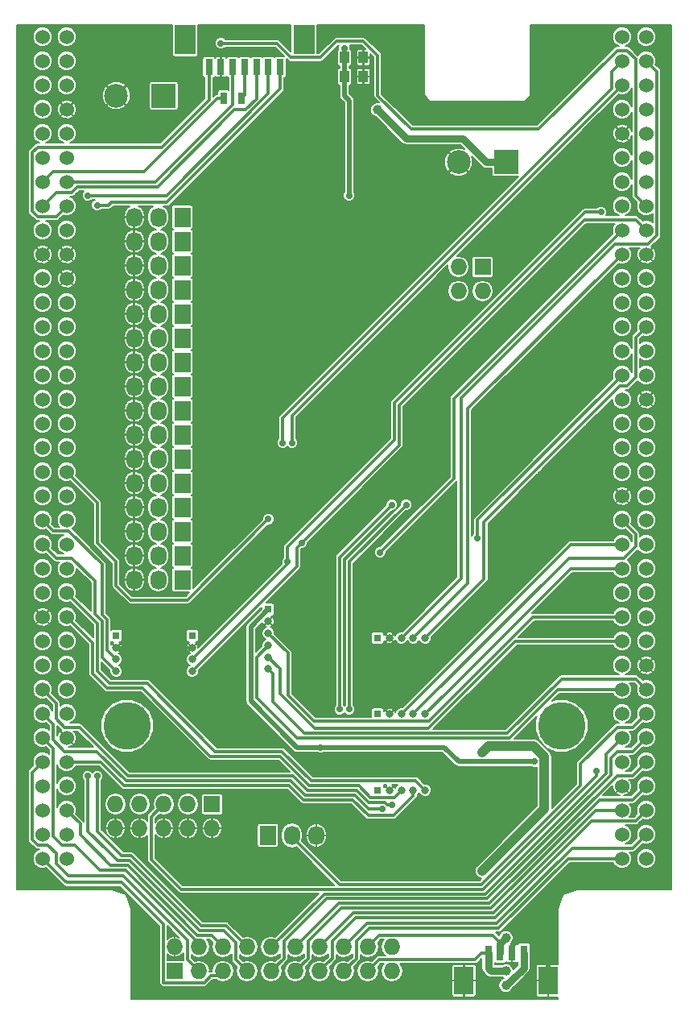
<source format=gbl>
G04 #@! TF.FileFunction,Copper,L2,Bot,Signal*
%FSLAX46Y46*%
G04 Gerber Fmt 4.6, Leading zero omitted, Abs format (unit mm)*
G04 Created by KiCad (PCBNEW 4.0.5) date 2017 March 06, Monday 20:50:59*
%MOMM*%
%LPD*%
G01*
G04 APERTURE LIST*
%ADD10C,0.200000*%
%ADD11C,5.000000*%
%ADD12R,1.000000X1.250000*%
%ADD13R,0.800000X0.800000*%
%ADD14C,0.800000*%
%ADD15R,0.800000X1.600000*%
%ADD16R,2.100000X3.000000*%
%ADD17R,1.727200X2.032000*%
%ADD18O,1.727200X2.032000*%
%ADD19R,2.500000X2.500000*%
%ADD20C,2.500000*%
%ADD21R,1.727200X1.727200*%
%ADD22O,1.727200X1.727200*%
%ADD23C,1.524000*%
%ADD24R,0.800000X1.700000*%
%ADD25R,2.200000X3.100000*%
%ADD26R,0.700000X1.300000*%
%ADD27C,0.700000*%
%ADD28C,1.000000*%
%ADD29C,0.500000*%
%ADD30C,0.300000*%
%ADD31C,0.800000*%
%ADD32C,1.000000*%
%ADD33C,0.160000*%
G04 APERTURE END LIST*
D10*
D11*
X122860000Y-129210000D03*
D12*
X100000000Y-59000000D03*
X102000000Y-59000000D03*
D13*
X76000000Y-119750000D03*
D14*
X76000000Y-121000000D03*
X76000000Y-122250000D03*
X76000000Y-123500000D03*
D13*
X84000000Y-119750000D03*
D14*
X84000000Y-121000000D03*
X84000000Y-122250000D03*
X84000000Y-123500000D03*
D13*
X92000000Y-117000000D03*
D14*
X92000000Y-118250000D03*
X92000000Y-119500000D03*
X92000000Y-120750000D03*
X92000000Y-122000000D03*
X92000000Y-123250000D03*
D15*
X115125000Y-153100000D03*
X116375000Y-153100000D03*
X117625000Y-153100000D03*
X118875000Y-153100000D03*
D16*
X121425000Y-156000000D03*
X112575000Y-156000000D03*
D17*
X82960000Y-75780000D03*
D18*
X80420000Y-75780000D03*
X77880000Y-75780000D03*
D17*
X82960000Y-85940000D03*
D18*
X80420000Y-85940000D03*
X77880000Y-85940000D03*
D17*
X82960000Y-96100000D03*
D18*
X80420000Y-96100000D03*
X77880000Y-96100000D03*
D17*
X82960000Y-106260000D03*
D18*
X80420000Y-106260000D03*
X77880000Y-106260000D03*
D17*
X82960000Y-78320000D03*
D18*
X80420000Y-78320000D03*
X77880000Y-78320000D03*
D17*
X82960000Y-88480000D03*
D18*
X80420000Y-88480000D03*
X77880000Y-88480000D03*
D17*
X82960000Y-98640000D03*
D18*
X80420000Y-98640000D03*
X77880000Y-98640000D03*
D17*
X82960000Y-108800000D03*
D18*
X80420000Y-108800000D03*
X77880000Y-108800000D03*
D17*
X82960000Y-80860000D03*
D18*
X80420000Y-80860000D03*
X77880000Y-80860000D03*
D17*
X82960000Y-91020000D03*
D18*
X80420000Y-91020000D03*
X77880000Y-91020000D03*
D17*
X82960000Y-101180000D03*
D18*
X80420000Y-101180000D03*
X77880000Y-101180000D03*
D17*
X82960000Y-111340000D03*
D18*
X80420000Y-111340000D03*
X77880000Y-111340000D03*
D17*
X82960000Y-83400000D03*
D18*
X80420000Y-83400000D03*
X77880000Y-83400000D03*
D17*
X82960000Y-93560000D03*
D18*
X80420000Y-93560000D03*
X77880000Y-93560000D03*
D17*
X82960000Y-103720000D03*
D18*
X80420000Y-103720000D03*
X77880000Y-103720000D03*
D17*
X82960000Y-113880000D03*
D18*
X80420000Y-113880000D03*
X77880000Y-113880000D03*
D19*
X117000000Y-70000000D03*
D20*
X112000000Y-70000000D03*
D19*
X81000000Y-63000000D03*
D20*
X76000000Y-63000000D03*
D17*
X91960000Y-140750000D03*
D18*
X94500000Y-140750000D03*
X97040000Y-140750000D03*
D13*
X103500000Y-136000000D03*
D14*
X104750000Y-136000000D03*
X106000000Y-136000000D03*
X107250000Y-136000000D03*
X108500000Y-136000000D03*
D13*
X103500000Y-120000000D03*
D14*
X104750000Y-120000000D03*
X106000000Y-120000000D03*
X107250000Y-120000000D03*
X108500000Y-120000000D03*
D13*
X103500000Y-128000000D03*
D14*
X104750000Y-128000000D03*
X106000000Y-128000000D03*
X107250000Y-128000000D03*
X108500000Y-128000000D03*
D21*
X114540000Y-81000000D03*
D22*
X114540000Y-83540000D03*
X112000000Y-81000000D03*
X112000000Y-83540000D03*
D23*
X68250000Y-56820000D03*
X70790000Y-56820000D03*
X68250000Y-59360000D03*
X70790000Y-59360000D03*
X68250000Y-61900000D03*
X70790000Y-61900000D03*
X68250000Y-64440000D03*
X70790000Y-64440000D03*
X68250000Y-66980000D03*
X70790000Y-66980000D03*
X68250000Y-69520000D03*
X70790000Y-69520000D03*
X68250000Y-72060000D03*
X70790000Y-72060000D03*
X68250000Y-74600000D03*
X70790000Y-74600000D03*
X68250000Y-77140000D03*
X70790000Y-77140000D03*
X68250000Y-79680000D03*
X70790000Y-79680000D03*
X68250000Y-82220000D03*
X70790000Y-82220000D03*
X68250000Y-84760000D03*
X70790000Y-84760000D03*
X68250000Y-87300000D03*
X70790000Y-87300000D03*
X68250000Y-89840000D03*
X70790000Y-89840000D03*
X68250000Y-92380000D03*
X70790000Y-92380000D03*
X68250000Y-94920000D03*
X70790000Y-94920000D03*
X68250000Y-97460000D03*
X70790000Y-97460000D03*
X68250000Y-100000000D03*
X70790000Y-100000000D03*
X68250000Y-102540000D03*
X70790000Y-102540000D03*
X68250000Y-105080000D03*
X70790000Y-105080000D03*
X68250000Y-107620000D03*
X70790000Y-107620000D03*
X68250000Y-110160000D03*
X70790000Y-110160000D03*
X68250000Y-112700000D03*
X70790000Y-112700000D03*
X68250000Y-115240000D03*
X70790000Y-115240000D03*
X68250000Y-117780000D03*
X70790000Y-117780000D03*
X68250000Y-120320000D03*
X70790000Y-120320000D03*
X68250000Y-122860000D03*
X70790000Y-122860000D03*
X68250000Y-125400000D03*
X70790000Y-125400000D03*
X68250000Y-127940000D03*
X70790000Y-127940000D03*
X68250000Y-130480000D03*
X70790000Y-130480000D03*
X68250000Y-133020000D03*
X70790000Y-133020000D03*
X68250000Y-135560000D03*
X70790000Y-135560000D03*
X68250000Y-138100000D03*
X70790000Y-138100000D03*
X68250000Y-140640000D03*
X70790000Y-140640000D03*
X68250000Y-143180000D03*
X70790000Y-143180000D03*
X129210000Y-56820000D03*
X131750000Y-56820000D03*
X129210000Y-59360000D03*
X131750000Y-59360000D03*
X129210000Y-61900000D03*
X131750000Y-61900000D03*
X129210000Y-64440000D03*
X131750000Y-64440000D03*
X129210000Y-66980000D03*
X131750000Y-66980000D03*
X129210000Y-69520000D03*
X131750000Y-69520000D03*
X129210000Y-72060000D03*
X131750000Y-72060000D03*
X129210000Y-74600000D03*
X131750000Y-74600000D03*
X129210000Y-77140000D03*
X131750000Y-77140000D03*
X129210000Y-79680000D03*
X131750000Y-79680000D03*
X129210000Y-82220000D03*
X131750000Y-82220000D03*
X129210000Y-84760000D03*
X131750000Y-84760000D03*
X129210000Y-87300000D03*
X131750000Y-87300000D03*
X129210000Y-89840000D03*
X131750000Y-89840000D03*
X129210000Y-92380000D03*
X131750000Y-92380000D03*
X129210000Y-94920000D03*
X131750000Y-94920000D03*
X129210000Y-97460000D03*
X131750000Y-97460000D03*
X129210000Y-100000000D03*
X131750000Y-100000000D03*
X129210000Y-102540000D03*
X131750000Y-102540000D03*
X129210000Y-105080000D03*
X131750000Y-105080000D03*
X129210000Y-107620000D03*
X131750000Y-107620000D03*
X129210000Y-110160000D03*
X131750000Y-110160000D03*
X129210000Y-112700000D03*
X131750000Y-112700000D03*
X129210000Y-115240000D03*
X131750000Y-115240000D03*
X129210000Y-117780000D03*
X131750000Y-117780000D03*
X129210000Y-120320000D03*
X131750000Y-120320000D03*
X129210000Y-122860000D03*
X131750000Y-122860000D03*
X129210000Y-125400000D03*
X131750000Y-125400000D03*
X129210000Y-127940000D03*
X131750000Y-127940000D03*
X129210000Y-130480000D03*
X131750000Y-130480000D03*
X129210000Y-133020000D03*
X131750000Y-133020000D03*
X129210000Y-135560000D03*
X131750000Y-135560000D03*
X129210000Y-138100000D03*
X131750000Y-138100000D03*
X129210000Y-140640000D03*
X131750000Y-140640000D03*
X129210000Y-143180000D03*
X131750000Y-143180000D03*
D12*
X100000000Y-61000000D03*
X102000000Y-61000000D03*
D21*
X82140000Y-155000000D03*
D22*
X82140000Y-152460000D03*
X84680000Y-155000000D03*
X84680000Y-152460000D03*
X87220000Y-155000000D03*
X87220000Y-152460000D03*
X89760000Y-155000000D03*
X89760000Y-152460000D03*
X92300000Y-155000000D03*
X92300000Y-152460000D03*
X94840000Y-155000000D03*
X94840000Y-152460000D03*
X97380000Y-155000000D03*
X97380000Y-152460000D03*
X99920000Y-155000000D03*
X99920000Y-152460000D03*
X102460000Y-155000000D03*
X102460000Y-152460000D03*
X105000000Y-155000000D03*
X105000000Y-152460000D03*
D21*
X86080000Y-137460000D03*
D22*
X86080000Y-140000000D03*
X83540000Y-137460000D03*
X83540000Y-140000000D03*
X81000000Y-137460000D03*
X81000000Y-140000000D03*
X78460000Y-137460000D03*
X78460000Y-140000000D03*
X75920000Y-137460000D03*
X75920000Y-140000000D03*
D24*
X85750000Y-60000000D03*
X87000000Y-60000000D03*
X88250000Y-60000000D03*
X89500000Y-60000000D03*
X90750000Y-60000000D03*
X92000000Y-60000000D03*
X93250000Y-60000000D03*
D25*
X83250000Y-57100000D03*
X95750000Y-57100000D03*
D11*
X77140000Y-129210000D03*
D26*
X89200000Y-63268002D03*
X87300000Y-63268002D03*
D27*
X100000000Y-58000000D03*
X100500000Y-73500000D03*
D28*
X80000000Y-117000000D03*
X87000000Y-95000000D03*
X121500000Y-64000000D03*
X121500000Y-59500000D03*
X107000000Y-59500000D03*
D27*
X74000000Y-74500000D03*
X73000000Y-73500000D03*
X97500000Y-131500000D03*
X120000000Y-133000000D03*
X94000000Y-112000000D03*
X127000000Y-75250000D03*
X95500000Y-110000000D03*
D28*
X117000000Y-155000000D03*
X117000000Y-151500000D03*
X114500000Y-132000000D03*
X117000000Y-156500000D03*
X114500000Y-144500000D03*
D27*
X106500000Y-106000000D03*
X100500000Y-127500000D03*
X105000000Y-106000000D03*
X99500000Y-127500000D03*
D28*
X103500000Y-64500000D03*
D27*
X73000000Y-134500000D03*
X74000000Y-134500000D03*
X126500000Y-134000000D03*
X94500000Y-99500000D03*
X93500000Y-99500000D03*
X92000000Y-107500000D03*
X105000000Y-137500000D03*
X103982543Y-137967468D03*
X103750000Y-111000000D03*
X114000000Y-109500000D03*
X87000000Y-57500000D03*
D29*
X100000000Y-63000000D02*
X100000000Y-61000000D01*
X100000000Y-59000000D02*
X100000000Y-58000000D01*
X100000000Y-61000000D02*
X100000000Y-59000000D01*
X100500000Y-73500000D02*
X100500000Y-63500000D01*
X100500000Y-63500000D02*
X100000000Y-63000000D01*
D30*
X82000000Y-121000000D02*
X84000000Y-121000000D01*
X76000000Y-121000000D02*
X82000000Y-121000000D01*
X82000000Y-121000000D02*
X82000000Y-119000000D01*
X82000000Y-119000000D02*
X80000000Y-117000000D01*
X121500000Y-63000000D02*
X121500000Y-64000000D01*
X120000000Y-64500000D02*
X121500000Y-63000000D01*
X121500000Y-63000000D02*
X121500000Y-59500000D01*
X108000000Y-64500000D02*
X120000000Y-64500000D01*
X107000000Y-63500000D02*
X108000000Y-64500000D01*
X107000000Y-59500000D02*
X107000000Y-63500000D01*
D29*
X117625000Y-153100000D02*
X117625000Y-152339998D01*
X118114999Y-151849999D02*
X119635001Y-151849999D01*
X119635001Y-151849999D02*
X121425000Y-153639998D01*
X117625000Y-152339998D02*
X118114999Y-151849999D01*
X121425000Y-153639998D02*
X121425000Y-154000000D01*
X121425000Y-154000000D02*
X121425000Y-156000000D01*
D30*
X75500000Y-74200000D02*
X81312244Y-74200000D01*
X74000000Y-74500000D02*
X75200000Y-74500000D01*
X75200000Y-74500000D02*
X75500000Y-74200000D01*
X81312244Y-74200000D02*
X93250000Y-62262244D01*
X93250000Y-62262244D02*
X93250000Y-61150000D01*
X93250000Y-61150000D02*
X93250000Y-60000000D01*
X92000000Y-60000000D02*
X92000000Y-62805124D01*
X92000000Y-62805124D02*
X81305124Y-73500000D01*
X81305124Y-73500000D02*
X73000000Y-73500000D01*
X90750000Y-60000000D02*
X90750000Y-63348004D01*
X90750000Y-63348004D02*
X89598004Y-64500000D01*
X89598004Y-64500000D02*
X88405124Y-64500000D01*
X88405124Y-64500000D02*
X80345114Y-72560010D01*
X80345114Y-72560010D02*
X71939990Y-72560010D01*
X71327999Y-73172001D02*
X69677999Y-73172001D01*
X71939990Y-72560010D02*
X71327999Y-73172001D01*
X69677999Y-73172001D02*
X68250000Y-74600000D01*
X68250000Y-72060000D02*
X69362001Y-70947999D01*
X86650000Y-63268002D02*
X87300000Y-63268002D01*
X69362001Y-70947999D02*
X78970003Y-70947999D01*
X78970003Y-70947999D02*
X86650000Y-63268002D01*
X88250000Y-60000000D02*
X88250000Y-63948004D01*
X88250000Y-63948004D02*
X80138004Y-72060000D01*
X80138004Y-72060000D02*
X71867630Y-72060000D01*
X71867630Y-72060000D02*
X70790000Y-72060000D01*
D29*
X114500000Y-133000000D02*
X120000000Y-133000000D01*
X110500000Y-131500000D02*
X112000000Y-133000000D01*
X112000000Y-133000000D02*
X114500000Y-133000000D01*
X97500000Y-131500000D02*
X110500000Y-131500000D01*
X90149991Y-126649991D02*
X94500000Y-131000000D01*
X94500000Y-131000000D02*
X95000000Y-131500000D01*
X95000000Y-131500000D02*
X97500000Y-131500000D01*
X92000000Y-117000000D02*
X90149991Y-118850009D01*
X90149991Y-118850009D02*
X90149991Y-126649991D01*
D30*
X85750000Y-60000000D02*
X85750000Y-63460882D01*
X85750000Y-63460882D02*
X80802883Y-68407999D01*
X67137999Y-68986239D02*
X67137999Y-75133761D01*
X67716239Y-75712001D02*
X69677999Y-75712001D01*
X80802883Y-68407999D02*
X67716239Y-68407999D01*
X67716239Y-68407999D02*
X67137999Y-68986239D01*
X67137999Y-75133761D02*
X67716239Y-75712001D01*
X69677999Y-75712001D02*
X70790000Y-74600000D01*
X68250000Y-107620000D02*
X69362001Y-108732001D01*
X75000030Y-121250030D02*
X76000000Y-122250000D01*
X69362001Y-108732001D02*
X71000000Y-108732001D01*
X74500000Y-117535760D02*
X75000030Y-118035790D01*
X71000000Y-108732001D02*
X74500000Y-112232001D01*
X75000030Y-118035790D02*
X75000030Y-121250030D01*
X74500000Y-112232001D02*
X74500000Y-117535760D01*
X74500020Y-118242900D02*
X74500020Y-122000020D01*
X74500020Y-122000020D02*
X76000000Y-123500000D01*
X71323761Y-111587999D02*
X73735762Y-114000000D01*
X73735762Y-114000000D02*
X73735762Y-117478642D01*
X73735762Y-117478642D02*
X74500020Y-118242900D01*
X68250000Y-110160000D02*
X69677999Y-111587999D01*
X69677999Y-111587999D02*
X71323761Y-111587999D01*
X94000000Y-112000000D02*
X94000000Y-110463998D01*
X94000000Y-110463998D02*
X105249990Y-99214008D01*
X105249990Y-99214008D02*
X105249990Y-95292890D01*
X105249990Y-95292890D02*
X125292880Y-75250000D01*
X125292880Y-75250000D02*
X127000000Y-75250000D01*
X84000000Y-122250000D02*
X94000000Y-112250000D01*
X94000000Y-112250000D02*
X94000000Y-112000000D01*
X95500000Y-110000000D02*
X105750000Y-99750000D01*
X105750000Y-95500000D02*
X125222001Y-76027999D01*
X125222001Y-76027999D02*
X130637999Y-76027999D01*
X105750000Y-99750000D02*
X105750000Y-95500000D01*
X84000000Y-123500000D02*
X95000000Y-112500000D01*
X95000000Y-112500000D02*
X95000000Y-110500000D01*
X95000000Y-110500000D02*
X95500000Y-110000000D01*
X131750000Y-77140000D02*
X130637999Y-76027999D01*
X130637999Y-76027999D02*
X130988001Y-76378001D01*
X130988001Y-76378001D02*
X131750000Y-77140000D01*
X129210000Y-117780000D02*
X119830002Y-117780000D01*
X119830002Y-117780000D02*
X108860001Y-128750001D01*
X108860001Y-128750001D02*
X96819999Y-128750001D01*
X94069998Y-121569998D02*
X92000000Y-119500000D01*
X96819999Y-128750001D02*
X94069998Y-126000000D01*
X94069998Y-126000000D02*
X94069998Y-121569998D01*
X129210000Y-125400000D02*
X122451998Y-125400000D01*
X95000020Y-130500020D02*
X90750000Y-126250000D01*
X122451998Y-125400000D02*
X117351978Y-130500020D01*
X90750000Y-126250000D02*
X90750000Y-122000000D01*
X90750000Y-122000000D02*
X92000000Y-120750000D01*
X117351978Y-130500020D02*
X95000020Y-130500020D01*
X92000000Y-122000000D02*
X93249990Y-123249990D01*
X93249990Y-123249990D02*
X93249990Y-125887112D01*
X93249990Y-125887112D02*
X96862878Y-129500000D01*
X96862878Y-129500000D02*
X108817122Y-129500000D01*
X108817122Y-129500000D02*
X117997122Y-120320000D01*
X117997122Y-120320000D02*
X129210000Y-120320000D01*
X92000000Y-123250000D02*
X92499990Y-123749990D01*
X92499990Y-123749990D02*
X92499990Y-126707110D01*
X92499990Y-126707110D02*
X95792890Y-130000010D01*
X130637999Y-124287999D02*
X131750000Y-125400000D01*
X95792890Y-130000010D02*
X117144868Y-130000010D01*
X117144868Y-130000010D02*
X122856879Y-124287999D01*
X122856879Y-124287999D02*
X130637999Y-124287999D01*
D31*
X117000000Y-155000000D02*
X115425000Y-155000000D01*
X115425000Y-155000000D02*
X115125000Y-154700000D01*
X115125000Y-154700000D02*
X115125000Y-153100000D01*
D30*
X115125000Y-153100000D02*
X114425000Y-153100000D01*
X114425000Y-153100000D02*
X113738601Y-153786399D01*
X113738601Y-153786399D02*
X103673601Y-153786399D01*
X103673601Y-153786399D02*
X103323599Y-154136401D01*
X103323599Y-154136401D02*
X102460000Y-155000000D01*
D31*
X117000000Y-151500000D02*
X116375000Y-152125000D01*
X116375000Y-152125000D02*
X116375000Y-153100000D01*
D30*
X102460000Y-152460000D02*
X103673601Y-151246399D01*
X116375000Y-152000000D02*
X116375000Y-153100000D01*
X103673601Y-151246399D02*
X115621399Y-151246399D01*
X115621399Y-151246399D02*
X116375000Y-152000000D01*
D32*
X121050001Y-137949999D02*
X114500000Y-144500000D01*
X114500000Y-132000000D02*
X115149970Y-131350030D01*
X115149970Y-131350030D02*
X119904032Y-131350030D01*
X119904032Y-131350030D02*
X121050001Y-132495999D01*
X121050001Y-132495999D02*
X121050001Y-137949999D01*
X121050001Y-137949999D02*
X120950001Y-138049999D01*
D31*
X120950001Y-138049999D02*
X114500000Y-144500000D01*
X117000000Y-156500000D02*
X117499999Y-156000001D01*
X118875000Y-153100000D02*
X118875000Y-154700000D01*
X118875000Y-154700000D02*
X117574999Y-156000001D01*
X117574999Y-156000001D02*
X117499999Y-156000001D01*
D30*
X100500000Y-127500000D02*
X100500000Y-112000000D01*
X100500000Y-112000000D02*
X106500000Y-106000000D01*
X99500000Y-127500000D02*
X99500000Y-111500000D01*
X99500000Y-111500000D02*
X105000000Y-106000000D01*
D31*
X114950000Y-70000000D02*
X112450000Y-67500000D01*
X106500000Y-67500000D02*
X112450000Y-67500000D01*
X103500000Y-64500000D02*
X106500000Y-67500000D01*
X114950000Y-70000000D02*
X117000000Y-70000000D01*
D30*
X94500000Y-140750000D02*
X94500000Y-140902400D01*
X94500000Y-140902400D02*
X99487530Y-145889930D01*
X114402950Y-145889930D02*
X124792880Y-135500000D01*
X99487530Y-145889930D02*
X114402950Y-145889930D01*
X130322001Y-129367999D02*
X130988001Y-128701999D01*
X124792880Y-135500000D02*
X124792880Y-133251358D01*
X124792880Y-133251358D02*
X128676239Y-129367999D01*
X128676239Y-129367999D02*
X130322001Y-129367999D01*
X130988001Y-128701999D02*
X131750000Y-127940000D01*
X84680000Y-155000000D02*
X83466399Y-153786399D01*
X83466399Y-153786399D02*
X83466399Y-151759289D01*
X68783761Y-141752001D02*
X67716239Y-141752001D01*
X83466399Y-151759289D02*
X76707110Y-145000000D01*
X76707110Y-145000000D02*
X70964238Y-145000000D01*
X70964238Y-145000000D02*
X69677999Y-143713761D01*
X69677999Y-143713761D02*
X69677999Y-142646239D01*
X69677999Y-142646239D02*
X68783761Y-141752001D01*
X67716239Y-141752001D02*
X67137999Y-141173761D01*
X67137999Y-141173761D02*
X67137999Y-134132001D01*
X67137999Y-134132001D02*
X68250000Y-133020000D01*
X68250000Y-130480000D02*
X69362001Y-131592001D01*
X69362001Y-131592001D02*
X69362001Y-140857763D01*
X69362001Y-140857763D02*
X70256239Y-141752001D01*
X70256239Y-141752001D02*
X71652001Y-141752001D01*
X71652001Y-141752001D02*
X74300010Y-144400010D01*
X74300010Y-144400010D02*
X76992890Y-144400010D01*
X76992890Y-144400010D02*
X84680000Y-152087120D01*
X84680000Y-152087120D02*
X84680000Y-152460000D01*
X76526399Y-145700000D02*
X70770000Y-145700000D01*
X70770000Y-145700000D02*
X70570010Y-145500010D01*
X76526399Y-145700000D02*
X80926399Y-150100000D01*
X80926399Y-156143601D02*
X80926399Y-150100000D01*
X87220000Y-155000000D02*
X86720000Y-155500000D01*
X86720000Y-155500000D02*
X85976130Y-155500000D01*
X85976130Y-155500000D02*
X85262529Y-156213601D01*
X85262529Y-156213601D02*
X80996399Y-156213601D01*
X80996399Y-156213601D02*
X80926399Y-156143601D01*
X70570010Y-145500010D02*
X68250000Y-143180000D01*
X77200000Y-143900000D02*
X84546399Y-151246399D01*
X86006399Y-151246399D02*
X86356401Y-151596401D01*
X84546399Y-151246399D02*
X86006399Y-151246399D01*
X86356401Y-151596401D02*
X87220000Y-152460000D01*
X75400000Y-143900000D02*
X77200000Y-143900000D01*
X72200000Y-140700000D02*
X75400000Y-143900000D01*
X72200000Y-139510000D02*
X72200000Y-140700000D01*
X70790000Y-138100000D02*
X72200000Y-139510000D01*
X84753509Y-150746389D02*
X87302519Y-150746389D01*
X88546399Y-151990269D02*
X88546399Y-153786399D01*
X87302519Y-150746389D02*
X88546399Y-151990269D01*
X88546399Y-153786399D02*
X88896401Y-154136401D01*
X88896401Y-154136401D02*
X89760000Y-155000000D01*
X77407112Y-143399992D02*
X84753509Y-150746389D01*
X75000000Y-142300000D02*
X73000000Y-140300000D01*
X75000000Y-142300000D02*
X76099990Y-143399990D01*
X77407110Y-143399990D02*
X77407112Y-143399992D01*
X76099990Y-143399990D02*
X77407110Y-143399990D01*
X73000000Y-134500000D02*
X73000000Y-139700000D01*
X73000000Y-140300000D02*
X73000000Y-139700000D01*
X89760000Y-155000000D02*
X88546399Y-153786399D01*
X74000000Y-134500000D02*
X74000000Y-140300000D01*
X74000000Y-140300000D02*
X76599980Y-142899980D01*
X76599980Y-142899980D02*
X77614220Y-142899980D01*
X77614220Y-142899980D02*
X84960619Y-150246379D01*
X84960619Y-150246379D02*
X87546379Y-150246379D01*
X87546379Y-150246379D02*
X88896401Y-151596401D01*
X88896401Y-151596401D02*
X89760000Y-152460000D01*
X131750000Y-130480000D02*
X130322001Y-131907999D01*
X130322001Y-131907999D02*
X128676239Y-131907999D01*
X128676239Y-131907999D02*
X128000000Y-132584238D01*
X98113910Y-147389960D02*
X93626399Y-151877471D01*
X128000000Y-132584238D02*
X128000000Y-134417118D01*
X128000000Y-134417118D02*
X115027158Y-147389960D01*
X115027158Y-147389960D02*
X98113910Y-147389960D01*
X93626399Y-151877471D02*
X93626399Y-153673601D01*
X93626399Y-153673601D02*
X92300000Y-155000000D01*
X129210000Y-130480000D02*
X127499990Y-132190010D01*
X127499990Y-132190010D02*
X127499990Y-134210008D01*
X127499990Y-134210008D02*
X114820048Y-146889950D01*
X114820048Y-146889950D02*
X97870050Y-146889950D01*
X97870050Y-146889950D02*
X92300000Y-152460000D01*
X94840000Y-155000000D02*
X96166399Y-153673601D01*
X96166399Y-153673601D02*
X96166399Y-151877471D01*
X96166399Y-151877471D02*
X99653890Y-148389980D01*
X99653890Y-148389980D02*
X115441378Y-148389980D01*
X115441378Y-148389980D02*
X126843359Y-136987999D01*
X126843359Y-136987999D02*
X130322001Y-136987999D01*
X130322001Y-136987999D02*
X130988001Y-136321999D01*
X130988001Y-136321999D02*
X131750000Y-135560000D01*
X94840000Y-152460000D02*
X99410030Y-147889970D01*
X99410030Y-147889970D02*
X115234268Y-147889970D01*
X115234268Y-147889970D02*
X128676239Y-134447999D01*
X128676239Y-134447999D02*
X130322001Y-134447999D01*
X130322001Y-134447999D02*
X131750000Y-133020000D01*
X131750000Y-138100000D02*
X130637999Y-139212001D01*
X130637999Y-139212001D02*
X126033597Y-139212001D01*
X98706399Y-153673601D02*
X98243599Y-154136401D01*
X126033597Y-139212001D02*
X115855598Y-149390000D01*
X115855598Y-149390000D02*
X101193870Y-149390000D01*
X101193870Y-149390000D02*
X98706399Y-151877471D01*
X98706399Y-151877471D02*
X98706399Y-153673601D01*
X98243599Y-154136401D02*
X97380000Y-155000000D01*
X97380000Y-152460000D02*
X100950010Y-148889990D01*
X100950010Y-148889990D02*
X115648488Y-148889990D01*
X115648488Y-148889990D02*
X126438478Y-138100000D01*
X126438478Y-138100000D02*
X129210000Y-138100000D01*
X129210000Y-143180000D02*
X123527120Y-143180000D01*
X123527120Y-143180000D02*
X116207120Y-150500000D01*
X101246399Y-153673601D02*
X99920000Y-155000000D01*
X116207120Y-150500000D02*
X102623870Y-150500000D01*
X102623870Y-150500000D02*
X101246399Y-151877471D01*
X101246399Y-151877471D02*
X101246399Y-153673601D01*
X131750000Y-140640000D02*
X130322001Y-142067999D01*
X130322001Y-142067999D02*
X123932001Y-142067999D01*
X123932001Y-142067999D02*
X116000010Y-149999990D01*
X116000010Y-149999990D02*
X102380010Y-149999990D01*
X102380010Y-149999990D02*
X99920000Y-152460000D01*
X106000000Y-136000000D02*
X105249999Y-136750001D01*
X96292890Y-135500010D02*
X93207100Y-132414220D01*
X105249999Y-136750001D02*
X102750001Y-136750001D01*
X102750001Y-136750001D02*
X101500010Y-135500010D01*
X101500010Y-135500010D02*
X96292890Y-135500010D01*
X75042880Y-125250000D02*
X73500000Y-123707120D01*
X93207100Y-132414220D02*
X85914220Y-132414220D01*
X78750000Y-125250000D02*
X75042880Y-125250000D01*
X85914220Y-132414220D02*
X78750000Y-125250000D01*
X73500000Y-123707120D02*
X73500000Y-120490000D01*
X73500000Y-120490000D02*
X70790000Y-117780000D01*
X70790000Y-133020000D02*
X74355760Y-133020000D01*
X74355760Y-133020000D02*
X76835760Y-135500000D01*
X76835760Y-135500000D02*
X94171520Y-135500000D01*
X94171520Y-135500000D02*
X95671560Y-137000040D01*
X95671560Y-137000040D02*
X100878680Y-137000040D01*
X100878680Y-137000040D02*
X102546109Y-138667469D01*
X102546109Y-138667469D02*
X105148216Y-138667469D01*
X105148216Y-138667469D02*
X107250000Y-136565685D01*
X107250000Y-136565685D02*
X107250000Y-136000000D01*
X93414210Y-131914210D02*
X96500000Y-135000000D01*
X108500000Y-136000000D02*
X107500000Y-135000000D01*
X107500000Y-135000000D02*
X96500000Y-135000000D01*
X70790000Y-115240000D02*
X74000010Y-118450010D01*
X74000010Y-118450010D02*
X74000010Y-123500010D01*
X79249990Y-124749990D02*
X86414210Y-131914210D01*
X74000010Y-123500010D02*
X75249990Y-124749990D01*
X86414210Y-131914210D02*
X93414210Y-131914210D01*
X75249990Y-124749990D02*
X79249990Y-124749990D01*
X131750000Y-59360000D02*
X132862001Y-60472001D01*
X132862001Y-60472001D02*
X132862001Y-77673761D01*
X112250000Y-94807120D02*
X112250000Y-113750000D01*
X132862001Y-77673761D02*
X131967763Y-78567999D01*
X131967763Y-78567999D02*
X128489121Y-78567999D01*
X110750000Y-115250000D02*
X106000000Y-120000000D01*
X128489121Y-78567999D02*
X112250000Y-94807120D01*
X112250000Y-113750000D02*
X110750000Y-115250000D01*
X129210000Y-79680000D02*
X113000000Y-95890000D01*
X113000000Y-95890000D02*
X113000000Y-114250000D01*
X113000000Y-114250000D02*
X107250000Y-120000000D01*
X108500000Y-120000000D02*
X114700001Y-113799999D01*
X130637999Y-88412001D02*
X131750000Y-87300000D01*
X114700001Y-113799999D02*
X114700001Y-107799999D01*
X114700001Y-107799999D02*
X120500000Y-102000000D01*
X120500000Y-102000000D02*
X120500000Y-101984238D01*
X120500000Y-101984238D02*
X128992237Y-93492001D01*
X129743761Y-93492001D02*
X130637999Y-92597763D01*
X128992237Y-93492001D02*
X129743761Y-93492001D01*
X130637999Y-92597763D02*
X130637999Y-88412001D01*
X106000000Y-128000000D02*
X123840000Y-110160000D01*
X123840000Y-110160000D02*
X129210000Y-110160000D01*
X107250000Y-128000000D02*
X123662001Y-111587999D01*
X123662001Y-111587999D02*
X129427763Y-111587999D01*
X129427763Y-111587999D02*
X130637999Y-110377763D01*
X130637999Y-110377763D02*
X130637999Y-109047999D01*
X130637999Y-109047999D02*
X129210000Y-107620000D01*
X123800000Y-112700000D02*
X110750000Y-125750000D01*
X110750000Y-125750000D02*
X108500000Y-128000000D01*
X129210000Y-112700000D02*
X123800000Y-112700000D01*
X81000000Y-137460000D02*
X79673601Y-138786399D01*
X79673601Y-138786399D02*
X79673601Y-143263541D01*
X79673601Y-143263541D02*
X82800000Y-146389940D01*
X125002878Y-136000000D02*
X126500000Y-134502878D01*
X82800000Y-146389940D02*
X114610060Y-146389940D01*
X114610060Y-146389940D02*
X125000000Y-136000000D01*
X125000000Y-136000000D02*
X125002878Y-136000000D01*
X126500000Y-134502878D02*
X126500000Y-134000000D01*
X94500000Y-99500000D02*
X94500000Y-96610000D01*
X94500000Y-96610000D02*
X129210000Y-61900000D01*
X129210000Y-59360000D02*
X128097999Y-60472001D01*
X128097999Y-60472001D02*
X128097999Y-62304881D01*
X93500000Y-96902880D02*
X93500000Y-99005026D01*
X128097999Y-62304881D02*
X93500000Y-96902880D01*
X93500000Y-99005026D02*
X93500000Y-99500000D01*
X77500000Y-116000000D02*
X83500000Y-116000000D01*
X92000000Y-107500000D02*
X83500000Y-116000000D01*
X70790000Y-102540000D02*
X74000000Y-105750000D01*
X74000000Y-105750000D02*
X74000000Y-110000000D01*
X74000000Y-110000000D02*
X76000000Y-112000000D01*
X76000000Y-112000000D02*
X76000000Y-114500000D01*
X76000000Y-114500000D02*
X77500000Y-116000000D01*
X68250000Y-125400000D02*
X69677999Y-126827999D01*
X101292900Y-136000020D02*
X102542891Y-137250011D01*
X69677999Y-126827999D02*
X69677999Y-128473761D01*
X72117999Y-129367999D02*
X77250000Y-134500000D01*
X96085780Y-136000020D02*
X101292900Y-136000020D01*
X69677999Y-128473761D02*
X70572237Y-129367999D01*
X94585760Y-134500000D02*
X96085780Y-136000020D01*
X70572237Y-129367999D02*
X72117999Y-129367999D01*
X77250000Y-134500000D02*
X94585760Y-134500000D01*
X102542891Y-137250011D02*
X104255037Y-137250011D01*
X104255037Y-137250011D02*
X104505026Y-137500000D01*
X104505026Y-137500000D02*
X105000000Y-137500000D01*
X68250000Y-127940000D02*
X69362001Y-129052001D01*
X69362001Y-129052001D02*
X69362001Y-130697763D01*
X94378640Y-135000000D02*
X95878670Y-136500030D01*
X69362001Y-130697763D02*
X70572237Y-131907999D01*
X70572237Y-131907999D02*
X73950879Y-131907999D01*
X77042880Y-135000000D02*
X94378640Y-135000000D01*
X95878670Y-136500030D02*
X101085790Y-136500030D01*
X101085790Y-136500030D02*
X102553228Y-137967468D01*
X73950879Y-131907999D02*
X77042880Y-135000000D01*
X102553228Y-137967468D02*
X103487569Y-137967468D01*
X103487569Y-137967468D02*
X103982543Y-137967468D01*
X129210000Y-77140000D02*
X111500000Y-94850000D01*
X111500000Y-94850000D02*
X111500000Y-103250000D01*
X111500000Y-103250000D02*
X103750000Y-111000000D01*
X129210000Y-92380000D02*
X114000000Y-107590000D01*
X114000000Y-107590000D02*
X114000000Y-109500000D01*
X89500000Y-60000000D02*
X89500000Y-62968002D01*
X89500000Y-62968002D02*
X89200000Y-63268002D01*
X87000000Y-57500000D02*
X92869998Y-57500000D01*
X92869998Y-57500000D02*
X94369999Y-59000001D01*
X94369999Y-59000001D02*
X97499999Y-59000001D01*
X130637999Y-59142237D02*
X130637999Y-73487999D01*
X97499999Y-59000001D02*
X99200001Y-57299999D01*
X99200001Y-57299999D02*
X102000000Y-57299999D01*
X130637999Y-73487999D02*
X131750000Y-74600000D01*
X102000000Y-57299999D02*
X103500000Y-58799999D01*
X103500000Y-58799999D02*
X103500000Y-63000000D01*
X103500000Y-63000000D02*
X107000000Y-66500000D01*
X120424238Y-66500000D02*
X128676239Y-58247999D01*
X107000000Y-66500000D02*
X120424238Y-66500000D01*
X128676239Y-58247999D02*
X129743761Y-58247999D01*
X129743761Y-58247999D02*
X130637999Y-59142237D01*
D33*
G36*
X81864515Y-58650000D02*
X81884039Y-58753762D01*
X81945362Y-58849060D01*
X82038930Y-58912993D01*
X82150000Y-58935485D01*
X84350000Y-58935485D01*
X84453762Y-58915961D01*
X84549060Y-58854638D01*
X84612993Y-58761070D01*
X84635485Y-58650000D01*
X84635485Y-55580000D01*
X94364515Y-55580000D01*
X94364515Y-58386405D01*
X93174054Y-57195944D01*
X93034552Y-57102732D01*
X92869998Y-57070000D01*
X87460927Y-57070000D01*
X87357332Y-56966224D01*
X87125864Y-56870110D01*
X86875235Y-56869891D01*
X86643600Y-56965601D01*
X86466224Y-57142668D01*
X86370110Y-57374136D01*
X86369891Y-57624765D01*
X86465601Y-57856400D01*
X86642668Y-58033776D01*
X86874136Y-58129890D01*
X87124765Y-58130109D01*
X87356400Y-58034399D01*
X87460981Y-57930000D01*
X92691886Y-57930000D01*
X93626401Y-58864515D01*
X92850000Y-58864515D01*
X92746238Y-58884039D01*
X92650940Y-58945362D01*
X92625246Y-58982966D01*
X92604638Y-58950940D01*
X92511070Y-58887007D01*
X92400000Y-58864515D01*
X91600000Y-58864515D01*
X91496238Y-58884039D01*
X91400940Y-58945362D01*
X91375246Y-58982966D01*
X91354638Y-58950940D01*
X91261070Y-58887007D01*
X91150000Y-58864515D01*
X90350000Y-58864515D01*
X90246238Y-58884039D01*
X90150940Y-58945362D01*
X90125246Y-58982966D01*
X90104638Y-58950940D01*
X90011070Y-58887007D01*
X89900000Y-58864515D01*
X89100000Y-58864515D01*
X88996238Y-58884039D01*
X88900940Y-58945362D01*
X88875246Y-58982966D01*
X88854638Y-58950940D01*
X88761070Y-58887007D01*
X88650000Y-58864515D01*
X87850000Y-58864515D01*
X87746238Y-58884039D01*
X87650940Y-58945362D01*
X87603667Y-59014547D01*
X87603462Y-59014051D01*
X87535949Y-58946538D01*
X87447739Y-58910000D01*
X87080000Y-58910000D01*
X87020000Y-58970000D01*
X87020000Y-59980000D01*
X87040000Y-59980000D01*
X87040000Y-60020000D01*
X87020000Y-60020000D01*
X87020000Y-61030000D01*
X87080000Y-61090000D01*
X87447739Y-61090000D01*
X87535949Y-61053462D01*
X87603462Y-60985949D01*
X87603967Y-60984730D01*
X87645362Y-61049060D01*
X87738930Y-61112993D01*
X87820000Y-61129410D01*
X87820000Y-62395275D01*
X87761070Y-62355009D01*
X87650000Y-62332517D01*
X86950000Y-62332517D01*
X86846238Y-62352041D01*
X86750940Y-62413364D01*
X86687007Y-62506932D01*
X86664515Y-62618002D01*
X86664515Y-62838002D01*
X86650000Y-62838002D01*
X86485446Y-62870734D01*
X86345944Y-62963946D01*
X86180000Y-63129890D01*
X86180000Y-61129840D01*
X86253762Y-61115961D01*
X86349060Y-61054638D01*
X86396333Y-60985453D01*
X86396538Y-60985949D01*
X86464051Y-61053462D01*
X86552261Y-61090000D01*
X86920000Y-61090000D01*
X86980000Y-61030000D01*
X86980000Y-60020000D01*
X86960000Y-60020000D01*
X86960000Y-59980000D01*
X86980000Y-59980000D01*
X86980000Y-58970000D01*
X86920000Y-58910000D01*
X86552261Y-58910000D01*
X86464051Y-58946538D01*
X86396538Y-59014051D01*
X86396033Y-59015270D01*
X86354638Y-58950940D01*
X86261070Y-58887007D01*
X86150000Y-58864515D01*
X85350000Y-58864515D01*
X85246238Y-58884039D01*
X85150940Y-58945362D01*
X85087007Y-59038930D01*
X85064515Y-59150000D01*
X85064515Y-60850000D01*
X85084039Y-60953762D01*
X85145362Y-61049060D01*
X85238930Y-61112993D01*
X85320000Y-61129410D01*
X85320000Y-63282770D01*
X80624771Y-67977999D01*
X71103284Y-67977999D01*
X71379474Y-67863880D01*
X71672850Y-67571016D01*
X71831819Y-67188176D01*
X71832180Y-66773643D01*
X71673880Y-66390526D01*
X71381016Y-66097150D01*
X70998176Y-65938181D01*
X70583643Y-65937820D01*
X70200526Y-66096120D01*
X69907150Y-66388984D01*
X69748181Y-66771824D01*
X69747820Y-67186357D01*
X69906120Y-67569474D01*
X70198984Y-67862850D01*
X70476294Y-67977999D01*
X68563284Y-67977999D01*
X68839474Y-67863880D01*
X69132850Y-67571016D01*
X69291819Y-67188176D01*
X69292180Y-66773643D01*
X69133880Y-66390526D01*
X68841016Y-66097150D01*
X68458176Y-65938181D01*
X68043643Y-65937820D01*
X67660526Y-66096120D01*
X67367150Y-66388984D01*
X67208181Y-66771824D01*
X67207820Y-67186357D01*
X67366120Y-67569474D01*
X67658984Y-67862850D01*
X67936294Y-67977999D01*
X67716239Y-67977999D01*
X67551685Y-68010731D01*
X67412183Y-68103943D01*
X66833943Y-68682183D01*
X66740731Y-68821685D01*
X66707999Y-68986239D01*
X66707999Y-75133761D01*
X66740731Y-75298315D01*
X66833943Y-75437817D01*
X67412183Y-76016057D01*
X67551685Y-76109269D01*
X67716239Y-76142001D01*
X67936716Y-76142001D01*
X67660526Y-76256120D01*
X67367150Y-76548984D01*
X67208181Y-76931824D01*
X67207820Y-77346357D01*
X67366120Y-77729474D01*
X67658984Y-78022850D01*
X68041824Y-78181819D01*
X68456357Y-78182180D01*
X68839474Y-78023880D01*
X69132850Y-77731016D01*
X69291819Y-77348176D01*
X69291820Y-77346357D01*
X69747820Y-77346357D01*
X69906120Y-77729474D01*
X70198984Y-78022850D01*
X70581824Y-78181819D01*
X70996357Y-78182180D01*
X71080047Y-78147600D01*
X76776400Y-78147600D01*
X76776400Y-78300000D01*
X77860000Y-78300000D01*
X77860000Y-77124192D01*
X77900000Y-77124192D01*
X77900000Y-78300000D01*
X78983600Y-78300000D01*
X78983600Y-78147600D01*
X78891940Y-77726793D01*
X78646221Y-77373095D01*
X78283852Y-77140353D01*
X78072367Y-77080895D01*
X77900000Y-77124192D01*
X77860000Y-77124192D01*
X77687633Y-77080895D01*
X77476148Y-77140353D01*
X77113779Y-77373095D01*
X76868060Y-77726793D01*
X76776400Y-78147600D01*
X71080047Y-78147600D01*
X71379474Y-78023880D01*
X71672850Y-77731016D01*
X71831819Y-77348176D01*
X71832180Y-76933643D01*
X71673880Y-76550526D01*
X71381016Y-76257150D01*
X70998176Y-76098181D01*
X70583643Y-76097820D01*
X70200526Y-76256120D01*
X69907150Y-76548984D01*
X69748181Y-76931824D01*
X69747820Y-77346357D01*
X69291820Y-77346357D01*
X69292180Y-76933643D01*
X69133880Y-76550526D01*
X68841016Y-76257150D01*
X68563706Y-76142001D01*
X69677999Y-76142001D01*
X69842553Y-76109269D01*
X69982055Y-76016057D01*
X70198112Y-75800000D01*
X76776400Y-75800000D01*
X76776400Y-75952400D01*
X76868060Y-76373207D01*
X77113779Y-76726905D01*
X77476148Y-76959647D01*
X77687633Y-77019105D01*
X77860000Y-76975808D01*
X77860000Y-75800000D01*
X77900000Y-75800000D01*
X77900000Y-76975808D01*
X78072367Y-77019105D01*
X78283852Y-76959647D01*
X78646221Y-76726905D01*
X78891940Y-76373207D01*
X78983600Y-75952400D01*
X78983600Y-75800000D01*
X77900000Y-75800000D01*
X77860000Y-75800000D01*
X76776400Y-75800000D01*
X70198112Y-75800000D01*
X70422465Y-75575647D01*
X70581824Y-75641819D01*
X70996357Y-75642180D01*
X71379474Y-75483880D01*
X71672850Y-75191016D01*
X71831819Y-74808176D01*
X71832180Y-74393643D01*
X71673880Y-74010526D01*
X71381016Y-73717150D01*
X71103706Y-73602001D01*
X71327999Y-73602001D01*
X71492553Y-73569269D01*
X71632055Y-73476057D01*
X72118102Y-72990010D01*
X72619148Y-72990010D01*
X72466224Y-73142668D01*
X72370110Y-73374136D01*
X72369891Y-73624765D01*
X72465601Y-73856400D01*
X72642668Y-74033776D01*
X72874136Y-74129890D01*
X73124765Y-74130109D01*
X73356400Y-74034399D01*
X73460981Y-73930000D01*
X73729761Y-73930000D01*
X73643600Y-73965601D01*
X73466224Y-74142668D01*
X73370110Y-74374136D01*
X73369891Y-74624765D01*
X73465601Y-74856400D01*
X73642668Y-75033776D01*
X73874136Y-75129890D01*
X74124765Y-75130109D01*
X74356400Y-75034399D01*
X74460981Y-74930000D01*
X75200000Y-74930000D01*
X75364554Y-74897268D01*
X75504056Y-74804056D01*
X75678112Y-74630000D01*
X77429989Y-74630000D01*
X77113779Y-74833095D01*
X76868060Y-75186793D01*
X76776400Y-75607600D01*
X76776400Y-75760000D01*
X77860000Y-75760000D01*
X77860000Y-75740000D01*
X77900000Y-75740000D01*
X77900000Y-75760000D01*
X78983600Y-75760000D01*
X78983600Y-75607600D01*
X78891940Y-75186793D01*
X78646221Y-74833095D01*
X78330011Y-74630000D01*
X79856141Y-74630000D01*
X79611353Y-74793563D01*
X79363451Y-75164573D01*
X79276400Y-75602210D01*
X79276400Y-75957790D01*
X79363451Y-76395427D01*
X79611353Y-76766437D01*
X79982363Y-77014339D01*
X80161644Y-77050000D01*
X79982363Y-77085661D01*
X79611353Y-77333563D01*
X79363451Y-77704573D01*
X79276400Y-78142210D01*
X79276400Y-78497790D01*
X79363451Y-78935427D01*
X79611353Y-79306437D01*
X79982363Y-79554339D01*
X80161644Y-79590000D01*
X79982363Y-79625661D01*
X79611353Y-79873563D01*
X79363451Y-80244573D01*
X79276400Y-80682210D01*
X79276400Y-81037790D01*
X79363451Y-81475427D01*
X79611353Y-81846437D01*
X79982363Y-82094339D01*
X80161644Y-82130000D01*
X79982363Y-82165661D01*
X79611353Y-82413563D01*
X79363451Y-82784573D01*
X79276400Y-83222210D01*
X79276400Y-83577790D01*
X79363451Y-84015427D01*
X79611353Y-84386437D01*
X79982363Y-84634339D01*
X80161644Y-84670000D01*
X79982363Y-84705661D01*
X79611353Y-84953563D01*
X79363451Y-85324573D01*
X79276400Y-85762210D01*
X79276400Y-86117790D01*
X79363451Y-86555427D01*
X79611353Y-86926437D01*
X79982363Y-87174339D01*
X80161644Y-87210000D01*
X79982363Y-87245661D01*
X79611353Y-87493563D01*
X79363451Y-87864573D01*
X79276400Y-88302210D01*
X79276400Y-88657790D01*
X79363451Y-89095427D01*
X79611353Y-89466437D01*
X79982363Y-89714339D01*
X80161644Y-89750000D01*
X79982363Y-89785661D01*
X79611353Y-90033563D01*
X79363451Y-90404573D01*
X79276400Y-90842210D01*
X79276400Y-91197790D01*
X79363451Y-91635427D01*
X79611353Y-92006437D01*
X79982363Y-92254339D01*
X80161644Y-92290000D01*
X79982363Y-92325661D01*
X79611353Y-92573563D01*
X79363451Y-92944573D01*
X79276400Y-93382210D01*
X79276400Y-93737790D01*
X79363451Y-94175427D01*
X79611353Y-94546437D01*
X79982363Y-94794339D01*
X80161644Y-94830000D01*
X79982363Y-94865661D01*
X79611353Y-95113563D01*
X79363451Y-95484573D01*
X79276400Y-95922210D01*
X79276400Y-96277790D01*
X79363451Y-96715427D01*
X79611353Y-97086437D01*
X79982363Y-97334339D01*
X80161644Y-97370000D01*
X79982363Y-97405661D01*
X79611353Y-97653563D01*
X79363451Y-98024573D01*
X79276400Y-98462210D01*
X79276400Y-98817790D01*
X79363451Y-99255427D01*
X79611353Y-99626437D01*
X79982363Y-99874339D01*
X80161644Y-99910000D01*
X79982363Y-99945661D01*
X79611353Y-100193563D01*
X79363451Y-100564573D01*
X79276400Y-101002210D01*
X79276400Y-101357790D01*
X79363451Y-101795427D01*
X79611353Y-102166437D01*
X79982363Y-102414339D01*
X80161644Y-102450000D01*
X79982363Y-102485661D01*
X79611353Y-102733563D01*
X79363451Y-103104573D01*
X79276400Y-103542210D01*
X79276400Y-103897790D01*
X79363451Y-104335427D01*
X79611353Y-104706437D01*
X79982363Y-104954339D01*
X80161644Y-104990000D01*
X79982363Y-105025661D01*
X79611353Y-105273563D01*
X79363451Y-105644573D01*
X79276400Y-106082210D01*
X79276400Y-106437790D01*
X79363451Y-106875427D01*
X79611353Y-107246437D01*
X79982363Y-107494339D01*
X80161644Y-107530000D01*
X79982363Y-107565661D01*
X79611353Y-107813563D01*
X79363451Y-108184573D01*
X79276400Y-108622210D01*
X79276400Y-108977790D01*
X79363451Y-109415427D01*
X79611353Y-109786437D01*
X79982363Y-110034339D01*
X80161644Y-110070000D01*
X79982363Y-110105661D01*
X79611353Y-110353563D01*
X79363451Y-110724573D01*
X79276400Y-111162210D01*
X79276400Y-111517790D01*
X79363451Y-111955427D01*
X79611353Y-112326437D01*
X79982363Y-112574339D01*
X80161644Y-112610000D01*
X79982363Y-112645661D01*
X79611353Y-112893563D01*
X79363451Y-113264573D01*
X79276400Y-113702210D01*
X79276400Y-114057790D01*
X79363451Y-114495427D01*
X79611353Y-114866437D01*
X79982363Y-115114339D01*
X80420000Y-115201390D01*
X80857637Y-115114339D01*
X81228647Y-114866437D01*
X81476549Y-114495427D01*
X81563600Y-114057790D01*
X81563600Y-113702210D01*
X81476549Y-113264573D01*
X81228647Y-112893563D01*
X80857637Y-112645661D01*
X80678356Y-112610000D01*
X80857637Y-112574339D01*
X81228647Y-112326437D01*
X81476549Y-111955427D01*
X81563600Y-111517790D01*
X81563600Y-111162210D01*
X81476549Y-110724573D01*
X81228647Y-110353563D01*
X80857637Y-110105661D01*
X80678356Y-110070000D01*
X80857637Y-110034339D01*
X81228647Y-109786437D01*
X81476549Y-109415427D01*
X81563600Y-108977790D01*
X81563600Y-108622210D01*
X81476549Y-108184573D01*
X81228647Y-107813563D01*
X80857637Y-107565661D01*
X80678356Y-107530000D01*
X80857637Y-107494339D01*
X81228647Y-107246437D01*
X81476549Y-106875427D01*
X81563600Y-106437790D01*
X81563600Y-106082210D01*
X81476549Y-105644573D01*
X81228647Y-105273563D01*
X80857637Y-105025661D01*
X80678356Y-104990000D01*
X80857637Y-104954339D01*
X81228647Y-104706437D01*
X81476549Y-104335427D01*
X81563600Y-103897790D01*
X81563600Y-103542210D01*
X81476549Y-103104573D01*
X81228647Y-102733563D01*
X80857637Y-102485661D01*
X80678356Y-102450000D01*
X80857637Y-102414339D01*
X81228647Y-102166437D01*
X81476549Y-101795427D01*
X81563600Y-101357790D01*
X81563600Y-101002210D01*
X81476549Y-100564573D01*
X81228647Y-100193563D01*
X80857637Y-99945661D01*
X80678356Y-99910000D01*
X80857637Y-99874339D01*
X81228647Y-99626437D01*
X81476549Y-99255427D01*
X81563600Y-98817790D01*
X81563600Y-98462210D01*
X81476549Y-98024573D01*
X81228647Y-97653563D01*
X80857637Y-97405661D01*
X80678356Y-97370000D01*
X80857637Y-97334339D01*
X81228647Y-97086437D01*
X81476549Y-96715427D01*
X81563600Y-96277790D01*
X81563600Y-95922210D01*
X81476549Y-95484573D01*
X81228647Y-95113563D01*
X80857637Y-94865661D01*
X80678356Y-94830000D01*
X80857637Y-94794339D01*
X81228647Y-94546437D01*
X81476549Y-94175427D01*
X81563600Y-93737790D01*
X81563600Y-93382210D01*
X81476549Y-92944573D01*
X81228647Y-92573563D01*
X80857637Y-92325661D01*
X80678356Y-92290000D01*
X80857637Y-92254339D01*
X81228647Y-92006437D01*
X81476549Y-91635427D01*
X81563600Y-91197790D01*
X81563600Y-90842210D01*
X81476549Y-90404573D01*
X81228647Y-90033563D01*
X80857637Y-89785661D01*
X80678356Y-89750000D01*
X80857637Y-89714339D01*
X81228647Y-89466437D01*
X81476549Y-89095427D01*
X81563600Y-88657790D01*
X81563600Y-88302210D01*
X81476549Y-87864573D01*
X81228647Y-87493563D01*
X80857637Y-87245661D01*
X80678356Y-87210000D01*
X80857637Y-87174339D01*
X81228647Y-86926437D01*
X81476549Y-86555427D01*
X81563600Y-86117790D01*
X81563600Y-85762210D01*
X81476549Y-85324573D01*
X81228647Y-84953563D01*
X80857637Y-84705661D01*
X80678356Y-84670000D01*
X80857637Y-84634339D01*
X81228647Y-84386437D01*
X81476549Y-84015427D01*
X81563600Y-83577790D01*
X81563600Y-83222210D01*
X81476549Y-82784573D01*
X81228647Y-82413563D01*
X80857637Y-82165661D01*
X80678356Y-82130000D01*
X80857637Y-82094339D01*
X81228647Y-81846437D01*
X81476549Y-81475427D01*
X81563600Y-81037790D01*
X81563600Y-80682210D01*
X81476549Y-80244573D01*
X81228647Y-79873563D01*
X80857637Y-79625661D01*
X80678356Y-79590000D01*
X80857637Y-79554339D01*
X81228647Y-79306437D01*
X81476549Y-78935427D01*
X81563600Y-78497790D01*
X81563600Y-78142210D01*
X81476549Y-77704573D01*
X81228647Y-77333563D01*
X80857637Y-77085661D01*
X80678356Y-77050000D01*
X80857637Y-77014339D01*
X81228647Y-76766437D01*
X81476549Y-76395427D01*
X81563600Y-75957790D01*
X81563600Y-75602210D01*
X81476549Y-75164573D01*
X81228647Y-74793563D01*
X80983859Y-74630000D01*
X81312244Y-74630000D01*
X81476798Y-74597268D01*
X81616300Y-74504056D01*
X93554056Y-62566300D01*
X93647268Y-62426798D01*
X93680000Y-62262244D01*
X93680000Y-61129840D01*
X93753762Y-61115961D01*
X93849060Y-61054638D01*
X93912993Y-60961070D01*
X93935485Y-60850000D01*
X93935485Y-59173599D01*
X94065943Y-59304057D01*
X94205445Y-59397269D01*
X94369999Y-59430001D01*
X97499999Y-59430001D01*
X97664553Y-59397269D01*
X97804055Y-59304057D01*
X99378113Y-57729999D01*
X99429961Y-57729999D01*
X99370110Y-57874136D01*
X99369891Y-58124765D01*
X99370292Y-58125735D01*
X99300940Y-58170362D01*
X99237007Y-58263930D01*
X99214515Y-58375000D01*
X99214515Y-59625000D01*
X99234039Y-59728762D01*
X99295362Y-59824060D01*
X99388930Y-59887993D01*
X99470000Y-59904410D01*
X99470000Y-60095160D01*
X99396238Y-60109039D01*
X99300940Y-60170362D01*
X99237007Y-60263930D01*
X99214515Y-60375000D01*
X99214515Y-61625000D01*
X99234039Y-61728762D01*
X99295362Y-61824060D01*
X99388930Y-61887993D01*
X99470000Y-61904410D01*
X99470000Y-62999995D01*
X99469999Y-63000000D01*
X99510344Y-63202822D01*
X99625233Y-63374767D01*
X99970000Y-63719533D01*
X99970000Y-73138899D01*
X99966224Y-73142668D01*
X99870110Y-73374136D01*
X99869891Y-73624765D01*
X99965601Y-73856400D01*
X100142668Y-74033776D01*
X100374136Y-74129890D01*
X100624765Y-74130109D01*
X100856400Y-74034399D01*
X101033776Y-73857332D01*
X101129890Y-73625864D01*
X101130109Y-73375235D01*
X101034399Y-73143600D01*
X101030000Y-73139193D01*
X101030000Y-71045849D01*
X110982435Y-71045849D01*
X111123300Y-71240700D01*
X111664830Y-71481756D01*
X112257387Y-71497228D01*
X112810759Y-71284761D01*
X112876700Y-71240700D01*
X113017565Y-71045849D01*
X112000000Y-70028284D01*
X110982435Y-71045849D01*
X101030000Y-71045849D01*
X101030000Y-70257387D01*
X110502772Y-70257387D01*
X110715239Y-70810759D01*
X110759300Y-70876700D01*
X110954151Y-71017565D01*
X111971716Y-70000000D01*
X110954151Y-68982435D01*
X110759300Y-69123300D01*
X110518244Y-69664830D01*
X110502772Y-70257387D01*
X101030000Y-70257387D01*
X101030000Y-63500005D01*
X101030001Y-63500000D01*
X100989656Y-63297178D01*
X100926610Y-63202822D01*
X100874767Y-63125233D01*
X100874764Y-63125231D01*
X100530000Y-62780466D01*
X100530000Y-61904840D01*
X100603762Y-61890961D01*
X100699060Y-61829638D01*
X100762993Y-61736070D01*
X100785485Y-61625000D01*
X100785485Y-61080000D01*
X101260000Y-61080000D01*
X101260000Y-61672739D01*
X101296538Y-61760949D01*
X101364051Y-61828462D01*
X101452261Y-61865000D01*
X101920000Y-61865000D01*
X101980000Y-61805000D01*
X101980000Y-61020000D01*
X102020000Y-61020000D01*
X102020000Y-61805000D01*
X102080000Y-61865000D01*
X102547739Y-61865000D01*
X102635949Y-61828462D01*
X102703462Y-61760949D01*
X102740000Y-61672739D01*
X102740000Y-61080000D01*
X102680000Y-61020000D01*
X102020000Y-61020000D01*
X101980000Y-61020000D01*
X101320000Y-61020000D01*
X101260000Y-61080000D01*
X100785485Y-61080000D01*
X100785485Y-60375000D01*
X100776503Y-60327261D01*
X101260000Y-60327261D01*
X101260000Y-60920000D01*
X101320000Y-60980000D01*
X101980000Y-60980000D01*
X101980000Y-60195000D01*
X102020000Y-60195000D01*
X102020000Y-60980000D01*
X102680000Y-60980000D01*
X102740000Y-60920000D01*
X102740000Y-60327261D01*
X102703462Y-60239051D01*
X102635949Y-60171538D01*
X102547739Y-60135000D01*
X102080000Y-60135000D01*
X102020000Y-60195000D01*
X101980000Y-60195000D01*
X101920000Y-60135000D01*
X101452261Y-60135000D01*
X101364051Y-60171538D01*
X101296538Y-60239051D01*
X101260000Y-60327261D01*
X100776503Y-60327261D01*
X100765961Y-60271238D01*
X100704638Y-60175940D01*
X100611070Y-60112007D01*
X100530000Y-60095590D01*
X100530000Y-59904840D01*
X100603762Y-59890961D01*
X100699060Y-59829638D01*
X100762993Y-59736070D01*
X100785485Y-59625000D01*
X100785485Y-59080000D01*
X101260000Y-59080000D01*
X101260000Y-59672739D01*
X101296538Y-59760949D01*
X101364051Y-59828462D01*
X101452261Y-59865000D01*
X101920000Y-59865000D01*
X101980000Y-59805000D01*
X101980000Y-59020000D01*
X102020000Y-59020000D01*
X102020000Y-59805000D01*
X102080000Y-59865000D01*
X102547739Y-59865000D01*
X102635949Y-59828462D01*
X102703462Y-59760949D01*
X102740000Y-59672739D01*
X102740000Y-59080000D01*
X102680000Y-59020000D01*
X102020000Y-59020000D01*
X101980000Y-59020000D01*
X101320000Y-59020000D01*
X101260000Y-59080000D01*
X100785485Y-59080000D01*
X100785485Y-58375000D01*
X100776503Y-58327261D01*
X101260000Y-58327261D01*
X101260000Y-58920000D01*
X101320000Y-58980000D01*
X101980000Y-58980000D01*
X101980000Y-58195000D01*
X101920000Y-58135000D01*
X101452261Y-58135000D01*
X101364051Y-58171538D01*
X101296538Y-58239051D01*
X101260000Y-58327261D01*
X100776503Y-58327261D01*
X100765961Y-58271238D01*
X100704638Y-58175940D01*
X100629891Y-58124867D01*
X100630109Y-57875235D01*
X100570098Y-57729999D01*
X101821888Y-57729999D01*
X102226889Y-58135000D01*
X102080000Y-58135000D01*
X102020000Y-58195000D01*
X102020000Y-58980000D01*
X102680000Y-58980000D01*
X102740000Y-58920000D01*
X102740000Y-58648111D01*
X103070000Y-58978111D01*
X103070000Y-63000000D01*
X103102732Y-63164554D01*
X103195944Y-63304056D01*
X103611986Y-63720098D01*
X103345529Y-63719865D01*
X103058743Y-63838363D01*
X102839134Y-64057589D01*
X102720136Y-64344168D01*
X102719865Y-64654471D01*
X102838363Y-64941257D01*
X103057589Y-65160866D01*
X103299757Y-65261423D01*
X106019165Y-67980830D01*
X106019167Y-67980833D01*
X106239775Y-68128238D01*
X106282950Y-68136826D01*
X106500000Y-68180001D01*
X106500005Y-68180000D01*
X112168334Y-68180000D01*
X112644090Y-68655756D01*
X112335170Y-68518244D01*
X111742613Y-68502772D01*
X111189241Y-68715239D01*
X111123300Y-68759300D01*
X110982435Y-68954151D01*
X112000000Y-69971716D01*
X112014143Y-69957574D01*
X112042427Y-69985858D01*
X112028284Y-70000000D01*
X113045849Y-71017565D01*
X113240700Y-70876700D01*
X113481756Y-70335170D01*
X113497228Y-69742613D01*
X113351564Y-69363230D01*
X114469167Y-70480833D01*
X114689775Y-70628238D01*
X114732950Y-70636826D01*
X114950000Y-70680001D01*
X114950005Y-70680000D01*
X115464515Y-70680000D01*
X115464515Y-71250000D01*
X115484039Y-71353762D01*
X115545362Y-71449060D01*
X115638930Y-71512993D01*
X115750000Y-71535485D01*
X118250000Y-71535485D01*
X118261435Y-71533333D01*
X93195944Y-96598824D01*
X93102732Y-96738326D01*
X93070000Y-96902880D01*
X93070000Y-99039073D01*
X92966224Y-99142668D01*
X92870110Y-99374136D01*
X92869891Y-99624765D01*
X92965601Y-99856400D01*
X93142668Y-100033776D01*
X93374136Y-100129890D01*
X93624765Y-100130109D01*
X93856400Y-100034399D01*
X94000095Y-99890954D01*
X94142668Y-100033776D01*
X94374136Y-100129890D01*
X94624765Y-100130109D01*
X94856400Y-100034399D01*
X95033776Y-99857332D01*
X95129890Y-99625864D01*
X95130109Y-99375235D01*
X95034399Y-99143600D01*
X94930000Y-99039019D01*
X94930000Y-96788112D01*
X108200516Y-83517596D01*
X110856400Y-83517596D01*
X110856400Y-83562404D01*
X110943451Y-84000041D01*
X111191353Y-84371051D01*
X111562363Y-84618953D01*
X112000000Y-84706004D01*
X112437637Y-84618953D01*
X112808647Y-84371051D01*
X113056549Y-84000041D01*
X113143600Y-83562404D01*
X113143600Y-83517596D01*
X113396400Y-83517596D01*
X113396400Y-83562404D01*
X113483451Y-84000041D01*
X113731353Y-84371051D01*
X114102363Y-84618953D01*
X114540000Y-84706004D01*
X114977637Y-84618953D01*
X115348647Y-84371051D01*
X115596549Y-84000041D01*
X115683600Y-83562404D01*
X115683600Y-83517596D01*
X115596549Y-83079959D01*
X115348647Y-82708949D01*
X114977637Y-82461047D01*
X114540000Y-82373996D01*
X114102363Y-82461047D01*
X113731353Y-82708949D01*
X113483451Y-83079959D01*
X113396400Y-83517596D01*
X113143600Y-83517596D01*
X113056549Y-83079959D01*
X112808647Y-82708949D01*
X112437637Y-82461047D01*
X112000000Y-82373996D01*
X111562363Y-82461047D01*
X111191353Y-82708949D01*
X110943451Y-83079959D01*
X110856400Y-83517596D01*
X108200516Y-83517596D01*
X110885174Y-80832938D01*
X110856400Y-80977596D01*
X110856400Y-81022404D01*
X110943451Y-81460041D01*
X111191353Y-81831051D01*
X111562363Y-82078953D01*
X112000000Y-82166004D01*
X112437637Y-82078953D01*
X112808647Y-81831051D01*
X113056549Y-81460041D01*
X113143600Y-81022404D01*
X113143600Y-80977596D01*
X113056549Y-80539959D01*
X112808647Y-80168949D01*
X112759935Y-80136400D01*
X113390915Y-80136400D01*
X113390915Y-81863600D01*
X113410439Y-81967362D01*
X113471762Y-82062660D01*
X113565330Y-82126593D01*
X113676400Y-82149085D01*
X115403600Y-82149085D01*
X115507362Y-82129561D01*
X115602660Y-82068238D01*
X115666593Y-81974670D01*
X115689085Y-81863600D01*
X115689085Y-80136400D01*
X115669561Y-80032638D01*
X115608238Y-79937340D01*
X115514670Y-79873407D01*
X115403600Y-79850915D01*
X113676400Y-79850915D01*
X113572638Y-79870439D01*
X113477340Y-79931762D01*
X113413407Y-80025330D01*
X113390915Y-80136400D01*
X112759935Y-80136400D01*
X112437637Y-79921047D01*
X112000000Y-79833996D01*
X111855342Y-79862770D01*
X124044142Y-67673970D01*
X128544314Y-67673970D01*
X128625796Y-67818113D01*
X128990998Y-67977880D01*
X129389541Y-67985730D01*
X129760751Y-67840466D01*
X129794204Y-67818113D01*
X129875686Y-67673970D01*
X129210000Y-67008284D01*
X128544314Y-67673970D01*
X124044142Y-67673970D01*
X124558571Y-67159541D01*
X128204270Y-67159541D01*
X128349534Y-67530751D01*
X128371887Y-67564204D01*
X128516030Y-67645686D01*
X129181716Y-66980000D01*
X128516030Y-66314314D01*
X128371887Y-66395796D01*
X128212120Y-66760998D01*
X128204270Y-67159541D01*
X124558571Y-67159541D01*
X125432082Y-66286030D01*
X128544314Y-66286030D01*
X129210000Y-66951716D01*
X129875686Y-66286030D01*
X129794204Y-66141887D01*
X129429002Y-65982120D01*
X129030459Y-65974270D01*
X128659249Y-66119534D01*
X128625796Y-66141887D01*
X128544314Y-66286030D01*
X125432082Y-66286030D01*
X128842465Y-62875647D01*
X129001824Y-62941819D01*
X129416357Y-62942180D01*
X129799474Y-62783880D01*
X130092850Y-62491016D01*
X130207999Y-62213706D01*
X130207999Y-64126716D01*
X130093880Y-63850526D01*
X129801016Y-63557150D01*
X129418176Y-63398181D01*
X129003643Y-63397820D01*
X128620526Y-63556120D01*
X128327150Y-63848984D01*
X128168181Y-64231824D01*
X128167820Y-64646357D01*
X128326120Y-65029474D01*
X128618984Y-65322850D01*
X129001824Y-65481819D01*
X129416357Y-65482180D01*
X129799474Y-65323880D01*
X130092850Y-65031016D01*
X130207999Y-64753706D01*
X130207999Y-66780703D01*
X130070466Y-66429249D01*
X130048113Y-66395796D01*
X129903970Y-66314314D01*
X129238284Y-66980000D01*
X129903970Y-67645686D01*
X130048113Y-67564204D01*
X130207880Y-67199002D01*
X130207999Y-67192960D01*
X130207999Y-69206716D01*
X130093880Y-68930526D01*
X129801016Y-68637150D01*
X129418176Y-68478181D01*
X129003643Y-68477820D01*
X128620526Y-68636120D01*
X128327150Y-68928984D01*
X128168181Y-69311824D01*
X128167820Y-69726357D01*
X128326120Y-70109474D01*
X128618984Y-70402850D01*
X129001824Y-70561819D01*
X129416357Y-70562180D01*
X129799474Y-70403880D01*
X130092850Y-70111016D01*
X130207999Y-69833706D01*
X130207999Y-71746716D01*
X130093880Y-71470526D01*
X129801016Y-71177150D01*
X129418176Y-71018181D01*
X129003643Y-71017820D01*
X128620526Y-71176120D01*
X128327150Y-71468984D01*
X128168181Y-71851824D01*
X128167820Y-72266357D01*
X128326120Y-72649474D01*
X128618984Y-72942850D01*
X129001824Y-73101819D01*
X129416357Y-73102180D01*
X129799474Y-72943880D01*
X130092850Y-72651016D01*
X130207999Y-72373706D01*
X130207999Y-73487999D01*
X130240731Y-73652553D01*
X130333943Y-73792055D01*
X130774353Y-74232465D01*
X130708181Y-74391824D01*
X130707820Y-74806357D01*
X130866120Y-75189474D01*
X131158984Y-75482850D01*
X131541824Y-75641819D01*
X131956357Y-75642180D01*
X132339474Y-75483880D01*
X132432001Y-75391514D01*
X132432001Y-76348294D01*
X132341016Y-76257150D01*
X131958176Y-76098181D01*
X131543643Y-76097820D01*
X131382510Y-76164398D01*
X130942055Y-75723943D01*
X130802553Y-75630731D01*
X130637999Y-75597999D01*
X129523284Y-75597999D01*
X129799474Y-75483880D01*
X130092850Y-75191016D01*
X130251819Y-74808176D01*
X130252180Y-74393643D01*
X130093880Y-74010526D01*
X129801016Y-73717150D01*
X129418176Y-73558181D01*
X129003643Y-73557820D01*
X128620526Y-73716120D01*
X128327150Y-74008984D01*
X128168181Y-74391824D01*
X128167820Y-74806357D01*
X128326120Y-75189474D01*
X128618984Y-75482850D01*
X128896294Y-75597999D01*
X127537651Y-75597999D01*
X127629890Y-75375864D01*
X127630109Y-75125235D01*
X127534399Y-74893600D01*
X127357332Y-74716224D01*
X127125864Y-74620110D01*
X126875235Y-74619891D01*
X126643600Y-74715601D01*
X126539019Y-74820000D01*
X125292880Y-74820000D01*
X125128326Y-74852732D01*
X124988824Y-74945944D01*
X104945934Y-94988834D01*
X104852722Y-95128336D01*
X104819990Y-95292890D01*
X104819990Y-99035896D01*
X93695944Y-110159942D01*
X93602732Y-110299444D01*
X93570000Y-110463998D01*
X93570000Y-111539073D01*
X93466224Y-111642668D01*
X93370110Y-111874136D01*
X93369891Y-112124765D01*
X93412939Y-112228949D01*
X84640006Y-121001882D01*
X84641071Y-120878215D01*
X84545668Y-120642158D01*
X84539421Y-120632809D01*
X84432891Y-120595393D01*
X84028284Y-121000000D01*
X84042427Y-121014143D01*
X84014143Y-121042427D01*
X84000000Y-121028284D01*
X83595393Y-121432891D01*
X83632809Y-121539421D01*
X83783893Y-121603533D01*
X83615314Y-121673188D01*
X83423860Y-121864308D01*
X83320118Y-122114146D01*
X83319882Y-122384667D01*
X83423188Y-122634686D01*
X83614308Y-122826140D01*
X83731957Y-122874992D01*
X83615314Y-122923188D01*
X83423860Y-123114308D01*
X83320118Y-123364146D01*
X83319882Y-123634667D01*
X83423188Y-123884686D01*
X83614308Y-124076140D01*
X83864146Y-124179882D01*
X84134667Y-124180118D01*
X84384686Y-124076812D01*
X84576140Y-123885692D01*
X84679882Y-123635854D01*
X84680063Y-123428049D01*
X91314515Y-116793597D01*
X91314515Y-116935952D01*
X89775224Y-118475242D01*
X89660335Y-118647187D01*
X89619990Y-118850009D01*
X89619991Y-118850014D01*
X89619991Y-126649986D01*
X89619990Y-126649991D01*
X89660335Y-126852813D01*
X89775224Y-127024758D01*
X94125231Y-131374764D01*
X94125233Y-131374767D01*
X94625231Y-131874764D01*
X94625233Y-131874767D01*
X94729531Y-131944456D01*
X94797178Y-131989656D01*
X95000000Y-132030001D01*
X95000005Y-132030000D01*
X97138899Y-132030000D01*
X97142668Y-132033776D01*
X97374136Y-132129890D01*
X97624765Y-132130109D01*
X97856400Y-132034399D01*
X97860807Y-132030000D01*
X110280466Y-132030000D01*
X111625231Y-133374764D01*
X111625233Y-133374767D01*
X111688841Y-133417268D01*
X111797177Y-133489656D01*
X112000000Y-133530000D01*
X119638899Y-133530000D01*
X119642668Y-133533776D01*
X119874136Y-133629890D01*
X120124765Y-133630109D01*
X120270001Y-133570098D01*
X120270001Y-137626913D01*
X113948652Y-143948262D01*
X113839134Y-144057589D01*
X113720136Y-144344168D01*
X113719865Y-144654471D01*
X113838363Y-144941257D01*
X114057589Y-145160866D01*
X114344168Y-145279864D01*
X114404851Y-145279917D01*
X114224838Y-145459930D01*
X99665642Y-145459930D01*
X95558970Y-141353258D01*
X95643600Y-140927790D01*
X95643600Y-140770000D01*
X95936400Y-140770000D01*
X95936400Y-140922400D01*
X96028060Y-141343207D01*
X96273779Y-141696905D01*
X96636148Y-141929647D01*
X96847633Y-141989105D01*
X97020000Y-141945808D01*
X97020000Y-140770000D01*
X97060000Y-140770000D01*
X97060000Y-141945808D01*
X97232367Y-141989105D01*
X97443852Y-141929647D01*
X97806221Y-141696905D01*
X98051940Y-141343207D01*
X98143600Y-140922400D01*
X98143600Y-140770000D01*
X97060000Y-140770000D01*
X97020000Y-140770000D01*
X95936400Y-140770000D01*
X95643600Y-140770000D01*
X95643600Y-140577600D01*
X95936400Y-140577600D01*
X95936400Y-140730000D01*
X97020000Y-140730000D01*
X97020000Y-139554192D01*
X97060000Y-139554192D01*
X97060000Y-140730000D01*
X98143600Y-140730000D01*
X98143600Y-140577600D01*
X98051940Y-140156793D01*
X97806221Y-139803095D01*
X97443852Y-139570353D01*
X97232367Y-139510895D01*
X97060000Y-139554192D01*
X97020000Y-139554192D01*
X96847633Y-139510895D01*
X96636148Y-139570353D01*
X96273779Y-139803095D01*
X96028060Y-140156793D01*
X95936400Y-140577600D01*
X95643600Y-140577600D01*
X95643600Y-140572210D01*
X95556549Y-140134573D01*
X95308647Y-139763563D01*
X94937637Y-139515661D01*
X94500000Y-139428610D01*
X94062363Y-139515661D01*
X93691353Y-139763563D01*
X93443451Y-140134573D01*
X93356400Y-140572210D01*
X93356400Y-140927790D01*
X93443451Y-141365427D01*
X93691353Y-141736437D01*
X94062363Y-141984339D01*
X94500000Y-142071390D01*
X94937637Y-141984339D01*
X94959331Y-141969843D01*
X98949428Y-145959940D01*
X82978112Y-145959940D01*
X80103601Y-143085429D01*
X80103601Y-140629029D01*
X80367606Y-140904442D01*
X80761859Y-141077602D01*
X80807633Y-141086705D01*
X80980000Y-141043408D01*
X80980000Y-140020000D01*
X81020000Y-140020000D01*
X81020000Y-141043408D01*
X81192367Y-141086705D01*
X81238141Y-141077602D01*
X81632394Y-140904442D01*
X81930371Y-140593589D01*
X82086707Y-140192367D01*
X82453293Y-140192367D01*
X82609629Y-140593589D01*
X82907606Y-140904442D01*
X83301859Y-141077602D01*
X83347633Y-141086705D01*
X83520000Y-141043408D01*
X83520000Y-140020000D01*
X83560000Y-140020000D01*
X83560000Y-141043408D01*
X83732367Y-141086705D01*
X83778141Y-141077602D01*
X84172394Y-140904442D01*
X84470371Y-140593589D01*
X84626707Y-140192367D01*
X84993293Y-140192367D01*
X85149629Y-140593589D01*
X85447606Y-140904442D01*
X85841859Y-141077602D01*
X85887633Y-141086705D01*
X86060000Y-141043408D01*
X86060000Y-140020000D01*
X86100000Y-140020000D01*
X86100000Y-141043408D01*
X86272367Y-141086705D01*
X86318141Y-141077602D01*
X86712394Y-140904442D01*
X87010371Y-140593589D01*
X87166707Y-140192367D01*
X87123421Y-140020000D01*
X86100000Y-140020000D01*
X86060000Y-140020000D01*
X85036579Y-140020000D01*
X84993293Y-140192367D01*
X84626707Y-140192367D01*
X84583421Y-140020000D01*
X83560000Y-140020000D01*
X83520000Y-140020000D01*
X82496579Y-140020000D01*
X82453293Y-140192367D01*
X82086707Y-140192367D01*
X82043421Y-140020000D01*
X81020000Y-140020000D01*
X80980000Y-140020000D01*
X80960000Y-140020000D01*
X80960000Y-139980000D01*
X80980000Y-139980000D01*
X80980000Y-138956592D01*
X81020000Y-138956592D01*
X81020000Y-139980000D01*
X82043421Y-139980000D01*
X82086707Y-139807633D01*
X82453293Y-139807633D01*
X82496579Y-139980000D01*
X83520000Y-139980000D01*
X83520000Y-138956592D01*
X83560000Y-138956592D01*
X83560000Y-139980000D01*
X84583421Y-139980000D01*
X84626707Y-139807633D01*
X84993293Y-139807633D01*
X85036579Y-139980000D01*
X86060000Y-139980000D01*
X86060000Y-138956592D01*
X86100000Y-138956592D01*
X86100000Y-139980000D01*
X87123421Y-139980000D01*
X87166707Y-139807633D01*
X87138016Y-139734000D01*
X90810915Y-139734000D01*
X90810915Y-141766000D01*
X90830439Y-141869762D01*
X90891762Y-141965060D01*
X90985330Y-142028993D01*
X91096400Y-142051485D01*
X92823600Y-142051485D01*
X92927362Y-142031961D01*
X93022660Y-141970638D01*
X93086593Y-141877070D01*
X93109085Y-141766000D01*
X93109085Y-139734000D01*
X93089561Y-139630238D01*
X93028238Y-139534940D01*
X92934670Y-139471007D01*
X92823600Y-139448515D01*
X91096400Y-139448515D01*
X90992638Y-139468039D01*
X90897340Y-139529362D01*
X90833407Y-139622930D01*
X90810915Y-139734000D01*
X87138016Y-139734000D01*
X87010371Y-139406411D01*
X86712394Y-139095558D01*
X86318141Y-138922398D01*
X86272367Y-138913295D01*
X86100000Y-138956592D01*
X86060000Y-138956592D01*
X85887633Y-138913295D01*
X85841859Y-138922398D01*
X85447606Y-139095558D01*
X85149629Y-139406411D01*
X84993293Y-139807633D01*
X84626707Y-139807633D01*
X84470371Y-139406411D01*
X84172394Y-139095558D01*
X83778141Y-138922398D01*
X83732367Y-138913295D01*
X83560000Y-138956592D01*
X83520000Y-138956592D01*
X83347633Y-138913295D01*
X83301859Y-138922398D01*
X82907606Y-139095558D01*
X82609629Y-139406411D01*
X82453293Y-139807633D01*
X82086707Y-139807633D01*
X81930371Y-139406411D01*
X81632394Y-139095558D01*
X81238141Y-138922398D01*
X81192367Y-138913295D01*
X81020000Y-138956592D01*
X80980000Y-138956592D01*
X80807633Y-138913295D01*
X80761859Y-138922398D01*
X80367606Y-139095558D01*
X80103601Y-139370971D01*
X80103601Y-138964511D01*
X80542459Y-138525653D01*
X80562363Y-138538953D01*
X81000000Y-138626004D01*
X81437637Y-138538953D01*
X81808647Y-138291051D01*
X82056549Y-137920041D01*
X82143600Y-137482404D01*
X82143600Y-137437596D01*
X82396400Y-137437596D01*
X82396400Y-137482404D01*
X82483451Y-137920041D01*
X82731353Y-138291051D01*
X83102363Y-138538953D01*
X83540000Y-138626004D01*
X83977637Y-138538953D01*
X84348647Y-138291051D01*
X84596549Y-137920041D01*
X84683600Y-137482404D01*
X84683600Y-137437596D01*
X84596549Y-136999959D01*
X84348647Y-136628949D01*
X84299935Y-136596400D01*
X84930915Y-136596400D01*
X84930915Y-138323600D01*
X84950439Y-138427362D01*
X85011762Y-138522660D01*
X85105330Y-138586593D01*
X85216400Y-138609085D01*
X86943600Y-138609085D01*
X87047362Y-138589561D01*
X87142660Y-138528238D01*
X87206593Y-138434670D01*
X87229085Y-138323600D01*
X87229085Y-136596400D01*
X87209561Y-136492638D01*
X87148238Y-136397340D01*
X87054670Y-136333407D01*
X86943600Y-136310915D01*
X85216400Y-136310915D01*
X85112638Y-136330439D01*
X85017340Y-136391762D01*
X84953407Y-136485330D01*
X84930915Y-136596400D01*
X84299935Y-136596400D01*
X83977637Y-136381047D01*
X83540000Y-136293996D01*
X83102363Y-136381047D01*
X82731353Y-136628949D01*
X82483451Y-136999959D01*
X82396400Y-137437596D01*
X82143600Y-137437596D01*
X82056549Y-136999959D01*
X81808647Y-136628949D01*
X81437637Y-136381047D01*
X81000000Y-136293996D01*
X80562363Y-136381047D01*
X80191353Y-136628949D01*
X79943451Y-136999959D01*
X79856400Y-137437596D01*
X79856400Y-137482404D01*
X79941526Y-137910362D01*
X79369545Y-138482343D01*
X79276333Y-138621845D01*
X79243601Y-138786399D01*
X79243601Y-139253299D01*
X79092394Y-139095558D01*
X78698141Y-138922398D01*
X78652367Y-138913295D01*
X78480000Y-138956592D01*
X78480000Y-139980000D01*
X78500000Y-139980000D01*
X78500000Y-140020000D01*
X78480000Y-140020000D01*
X78480000Y-141043408D01*
X78652367Y-141086705D01*
X78698141Y-141077602D01*
X79092394Y-140904442D01*
X79243601Y-140746701D01*
X79243601Y-143263541D01*
X79276333Y-143428095D01*
X79369545Y-143567597D01*
X82495944Y-146693996D01*
X82635446Y-146787208D01*
X82800000Y-146819940D01*
X97331948Y-146819940D01*
X92750362Y-151401526D01*
X92322404Y-151316400D01*
X92277596Y-151316400D01*
X91839959Y-151403451D01*
X91468949Y-151651353D01*
X91221047Y-152022363D01*
X91133996Y-152460000D01*
X91221047Y-152897637D01*
X91468949Y-153268647D01*
X91839959Y-153516549D01*
X92277596Y-153603600D01*
X92322404Y-153603600D01*
X92760041Y-153516549D01*
X93131051Y-153268647D01*
X93196399Y-153170847D01*
X93196399Y-153495489D01*
X92750362Y-153941526D01*
X92322404Y-153856400D01*
X92277596Y-153856400D01*
X91839959Y-153943451D01*
X91468949Y-154191353D01*
X91221047Y-154562363D01*
X91133996Y-155000000D01*
X91221047Y-155437637D01*
X91468949Y-155808647D01*
X91839959Y-156056549D01*
X92277596Y-156143600D01*
X92322404Y-156143600D01*
X92760041Y-156056549D01*
X93131051Y-155808647D01*
X93378953Y-155437637D01*
X93466004Y-155000000D01*
X93378953Y-154562363D01*
X93365653Y-154542459D01*
X93930455Y-153977657D01*
X94023667Y-153838155D01*
X94056399Y-153673601D01*
X94056399Y-153300352D01*
X94379959Y-153516549D01*
X94817596Y-153603600D01*
X94862404Y-153603600D01*
X95300041Y-153516549D01*
X95671051Y-153268647D01*
X95736399Y-153170847D01*
X95736399Y-153495489D01*
X95290362Y-153941526D01*
X94862404Y-153856400D01*
X94817596Y-153856400D01*
X94379959Y-153943451D01*
X94008949Y-154191353D01*
X93761047Y-154562363D01*
X93673996Y-155000000D01*
X93761047Y-155437637D01*
X94008949Y-155808647D01*
X94379959Y-156056549D01*
X94817596Y-156143600D01*
X94862404Y-156143600D01*
X95300041Y-156056549D01*
X95671051Y-155808647D01*
X95918953Y-155437637D01*
X96006004Y-155000000D01*
X95918953Y-154562363D01*
X95905653Y-154542459D01*
X96470455Y-153977657D01*
X96563667Y-153838155D01*
X96596399Y-153673601D01*
X96596399Y-153300352D01*
X96919959Y-153516549D01*
X97357596Y-153603600D01*
X97402404Y-153603600D01*
X97840041Y-153516549D01*
X98211051Y-153268647D01*
X98276399Y-153170847D01*
X98276399Y-153495489D01*
X97830362Y-153941526D01*
X97402404Y-153856400D01*
X97357596Y-153856400D01*
X96919959Y-153943451D01*
X96548949Y-154191353D01*
X96301047Y-154562363D01*
X96213996Y-155000000D01*
X96301047Y-155437637D01*
X96548949Y-155808647D01*
X96919959Y-156056549D01*
X97357596Y-156143600D01*
X97402404Y-156143600D01*
X97840041Y-156056549D01*
X98211051Y-155808647D01*
X98458953Y-155437637D01*
X98546004Y-155000000D01*
X98458953Y-154562363D01*
X98445653Y-154542459D01*
X99010455Y-153977657D01*
X99103667Y-153838155D01*
X99136399Y-153673601D01*
X99136399Y-153300352D01*
X99459959Y-153516549D01*
X99897596Y-153603600D01*
X99942404Y-153603600D01*
X100380041Y-153516549D01*
X100751051Y-153268647D01*
X100816399Y-153170847D01*
X100816399Y-153495489D01*
X100370362Y-153941526D01*
X99942404Y-153856400D01*
X99897596Y-153856400D01*
X99459959Y-153943451D01*
X99088949Y-154191353D01*
X98841047Y-154562363D01*
X98753996Y-155000000D01*
X98841047Y-155437637D01*
X99088949Y-155808647D01*
X99459959Y-156056549D01*
X99897596Y-156143600D01*
X99942404Y-156143600D01*
X100380041Y-156056549D01*
X100751051Y-155808647D01*
X100998953Y-155437637D01*
X101086004Y-155000000D01*
X100998953Y-154562363D01*
X100985653Y-154542459D01*
X101550455Y-153977657D01*
X101643667Y-153838155D01*
X101676399Y-153673601D01*
X101676399Y-153300352D01*
X101999959Y-153516549D01*
X102437596Y-153603600D01*
X102482404Y-153603600D01*
X102920041Y-153516549D01*
X103291051Y-153268647D01*
X103538953Y-152897637D01*
X103626004Y-152460000D01*
X103538953Y-152022363D01*
X103525653Y-152002459D01*
X103851713Y-151676399D01*
X104152214Y-151676399D01*
X103921047Y-152022363D01*
X103833996Y-152460000D01*
X103921047Y-152897637D01*
X104168949Y-153268647D01*
X104300279Y-153356399D01*
X103673601Y-153356399D01*
X103509047Y-153389131D01*
X103369545Y-153482343D01*
X102910362Y-153941526D01*
X102482404Y-153856400D01*
X102437596Y-153856400D01*
X101999959Y-153943451D01*
X101628949Y-154191353D01*
X101381047Y-154562363D01*
X101293996Y-155000000D01*
X101381047Y-155437637D01*
X101628949Y-155808647D01*
X101999959Y-156056549D01*
X102437596Y-156143600D01*
X102482404Y-156143600D01*
X102920041Y-156056549D01*
X103291051Y-155808647D01*
X103538953Y-155437637D01*
X103626004Y-155000000D01*
X103538953Y-154562363D01*
X103525653Y-154542459D01*
X103851713Y-154216399D01*
X104152214Y-154216399D01*
X103921047Y-154562363D01*
X103833996Y-155000000D01*
X103921047Y-155437637D01*
X104168949Y-155808647D01*
X104539959Y-156056549D01*
X104977596Y-156143600D01*
X105022404Y-156143600D01*
X105342144Y-156080000D01*
X111285000Y-156080000D01*
X111285000Y-157547739D01*
X111321538Y-157635949D01*
X111389051Y-157703462D01*
X111477261Y-157740000D01*
X112495000Y-157740000D01*
X112555000Y-157680000D01*
X112555000Y-156020000D01*
X112595000Y-156020000D01*
X112595000Y-157680000D01*
X112655000Y-157740000D01*
X113672739Y-157740000D01*
X113760949Y-157703462D01*
X113828462Y-157635949D01*
X113865000Y-157547739D01*
X113865000Y-156080000D01*
X113805000Y-156020000D01*
X112595000Y-156020000D01*
X112555000Y-156020000D01*
X111345000Y-156020000D01*
X111285000Y-156080000D01*
X105342144Y-156080000D01*
X105460041Y-156056549D01*
X105831051Y-155808647D01*
X106078953Y-155437637D01*
X106166004Y-155000000D01*
X106078953Y-154562363D01*
X106005385Y-154452261D01*
X111285000Y-154452261D01*
X111285000Y-155920000D01*
X111345000Y-155980000D01*
X112555000Y-155980000D01*
X112555000Y-154320000D01*
X112595000Y-154320000D01*
X112595000Y-155980000D01*
X113805000Y-155980000D01*
X113865000Y-155920000D01*
X113865000Y-154452261D01*
X113828462Y-154364051D01*
X113760949Y-154296538D01*
X113672739Y-154260000D01*
X112655000Y-154260000D01*
X112595000Y-154320000D01*
X112555000Y-154320000D01*
X112495000Y-154260000D01*
X111477261Y-154260000D01*
X111389051Y-154296538D01*
X111321538Y-154364051D01*
X111285000Y-154452261D01*
X106005385Y-154452261D01*
X105847786Y-154216399D01*
X113738601Y-154216399D01*
X113903155Y-154183667D01*
X114042657Y-154090455D01*
X114439515Y-153693597D01*
X114439515Y-153900000D01*
X114445000Y-153929151D01*
X114445000Y-154699995D01*
X114444999Y-154700000D01*
X114488174Y-154917050D01*
X114496762Y-154960225D01*
X114523339Y-155000000D01*
X114644167Y-155180833D01*
X114944167Y-155480833D01*
X115164775Y-155628238D01*
X115425000Y-155680001D01*
X115425005Y-155680000D01*
X116603669Y-155680000D01*
X116772422Y-155750072D01*
X116558743Y-155838363D01*
X116339134Y-156057589D01*
X116220136Y-156344168D01*
X116219865Y-156654471D01*
X116338363Y-156941257D01*
X116557589Y-157160866D01*
X116844168Y-157279864D01*
X117154471Y-157280135D01*
X117441257Y-157161637D01*
X117660866Y-156942411D01*
X117761423Y-156700242D01*
X117832980Y-156628685D01*
X117835224Y-156628239D01*
X118055832Y-156480834D01*
X118456666Y-156080000D01*
X120135000Y-156080000D01*
X120135000Y-157547739D01*
X120171538Y-157635949D01*
X120239051Y-157703462D01*
X120327261Y-157740000D01*
X121345000Y-157740000D01*
X121405000Y-157680000D01*
X121405000Y-156020000D01*
X120195000Y-156020000D01*
X120135000Y-156080000D01*
X118456666Y-156080000D01*
X119355833Y-155180833D01*
X119503238Y-154960225D01*
X119555001Y-154700000D01*
X119555000Y-154699995D01*
X119555000Y-154452261D01*
X120135000Y-154452261D01*
X120135000Y-155920000D01*
X120195000Y-155980000D01*
X121405000Y-155980000D01*
X121405000Y-154320000D01*
X121345000Y-154260000D01*
X120327261Y-154260000D01*
X120239051Y-154296538D01*
X120171538Y-154364051D01*
X120135000Y-154452261D01*
X119555000Y-154452261D01*
X119555000Y-153927086D01*
X119560485Y-153900000D01*
X119560485Y-152300000D01*
X119540961Y-152196238D01*
X119479638Y-152100940D01*
X119386070Y-152037007D01*
X119275000Y-152014515D01*
X118475000Y-152014515D01*
X118371238Y-152034039D01*
X118275940Y-152095362D01*
X118228667Y-152164547D01*
X118228462Y-152164051D01*
X118160949Y-152096538D01*
X118072739Y-152060000D01*
X117705000Y-152060000D01*
X117645000Y-152120000D01*
X117645000Y-153080000D01*
X117665000Y-153080000D01*
X117665000Y-153120000D01*
X117645000Y-153120000D01*
X117645000Y-154080000D01*
X117705000Y-154140000D01*
X118072739Y-154140000D01*
X118160949Y-154103462D01*
X118195000Y-154069411D01*
X118195000Y-154418334D01*
X117776530Y-154836804D01*
X117661637Y-154558743D01*
X117442411Y-154339134D01*
X117155832Y-154220136D01*
X116845529Y-154219865D01*
X116603185Y-154320000D01*
X115805000Y-154320000D01*
X115805000Y-154122727D01*
X115863930Y-154162993D01*
X115975000Y-154185485D01*
X116775000Y-154185485D01*
X116878762Y-154165961D01*
X116974060Y-154104638D01*
X117021333Y-154035453D01*
X117021538Y-154035949D01*
X117089051Y-154103462D01*
X117177261Y-154140000D01*
X117545000Y-154140000D01*
X117605000Y-154080000D01*
X117605000Y-153120000D01*
X117585000Y-153120000D01*
X117585000Y-153080000D01*
X117605000Y-153080000D01*
X117605000Y-152120000D01*
X117545000Y-152060000D01*
X117543072Y-152060000D01*
X117660866Y-151942411D01*
X117779864Y-151655832D01*
X117780135Y-151345529D01*
X117661637Y-151058743D01*
X117442411Y-150839134D01*
X117155832Y-150720136D01*
X116845529Y-150719865D01*
X116558743Y-150838363D01*
X116339134Y-151057589D01*
X116251573Y-151268461D01*
X115925455Y-150942343D01*
X115906982Y-150930000D01*
X116207120Y-150930000D01*
X116371674Y-150897268D01*
X116511176Y-150804056D01*
X123705232Y-143610000D01*
X128260227Y-143610000D01*
X128326120Y-143769474D01*
X128618984Y-144062850D01*
X129001824Y-144221819D01*
X129416357Y-144222180D01*
X129799474Y-144063880D01*
X130092850Y-143771016D01*
X130251819Y-143388176D01*
X130251820Y-143386357D01*
X130707820Y-143386357D01*
X130866120Y-143769474D01*
X131158984Y-144062850D01*
X131541824Y-144221819D01*
X131956357Y-144222180D01*
X132339474Y-144063880D01*
X132632850Y-143771016D01*
X132791819Y-143388176D01*
X132792180Y-142973643D01*
X132633880Y-142590526D01*
X132341016Y-142297150D01*
X131958176Y-142138181D01*
X131543643Y-142137820D01*
X131160526Y-142296120D01*
X130867150Y-142588984D01*
X130708181Y-142971824D01*
X130707820Y-143386357D01*
X130251820Y-143386357D01*
X130252180Y-142973643D01*
X130093880Y-142590526D01*
X130001514Y-142497999D01*
X130322001Y-142497999D01*
X130486555Y-142465267D01*
X130626057Y-142372055D01*
X131382465Y-141615647D01*
X131541824Y-141681819D01*
X131956357Y-141682180D01*
X132339474Y-141523880D01*
X132632850Y-141231016D01*
X132791819Y-140848176D01*
X132792180Y-140433643D01*
X132633880Y-140050526D01*
X132341016Y-139757150D01*
X131958176Y-139598181D01*
X131543643Y-139597820D01*
X131160526Y-139756120D01*
X130867150Y-140048984D01*
X130708181Y-140431824D01*
X130707820Y-140846357D01*
X130774398Y-141007490D01*
X130143889Y-141637999D01*
X129523284Y-141637999D01*
X129799474Y-141523880D01*
X130092850Y-141231016D01*
X130251819Y-140848176D01*
X130252180Y-140433643D01*
X130093880Y-140050526D01*
X129801016Y-139757150D01*
X129523706Y-139642001D01*
X130637999Y-139642001D01*
X130802553Y-139609269D01*
X130942055Y-139516057D01*
X131382465Y-139075647D01*
X131541824Y-139141819D01*
X131956357Y-139142180D01*
X132339474Y-138983880D01*
X132632850Y-138691016D01*
X132791819Y-138308176D01*
X132792180Y-137893643D01*
X132633880Y-137510526D01*
X132341016Y-137217150D01*
X131958176Y-137058181D01*
X131543643Y-137057820D01*
X131160526Y-137216120D01*
X130867150Y-137508984D01*
X130708181Y-137891824D01*
X130707820Y-138306357D01*
X130774398Y-138467490D01*
X130459887Y-138782001D01*
X130001706Y-138782001D01*
X130092850Y-138691016D01*
X130251819Y-138308176D01*
X130252180Y-137893643D01*
X130093880Y-137510526D01*
X130001514Y-137417999D01*
X130322001Y-137417999D01*
X130486555Y-137385267D01*
X130626057Y-137292055D01*
X131382465Y-136535647D01*
X131541824Y-136601819D01*
X131956357Y-136602180D01*
X132339474Y-136443880D01*
X132632850Y-136151016D01*
X132791819Y-135768176D01*
X132792180Y-135353643D01*
X132633880Y-134970526D01*
X132341016Y-134677150D01*
X131958176Y-134518181D01*
X131543643Y-134517820D01*
X131160526Y-134676120D01*
X130867150Y-134968984D01*
X130708181Y-135351824D01*
X130707820Y-135766357D01*
X130774398Y-135927490D01*
X130143889Y-136557999D01*
X129409297Y-136557999D01*
X129760751Y-136420466D01*
X129794204Y-136398113D01*
X129875686Y-136253970D01*
X129210000Y-135588284D01*
X128544314Y-136253970D01*
X128625796Y-136398113D01*
X128990998Y-136557880D01*
X128997040Y-136557999D01*
X127174351Y-136557999D01*
X128208519Y-135523831D01*
X128204270Y-135739541D01*
X128349534Y-136110751D01*
X128371887Y-136144204D01*
X128516030Y-136225686D01*
X129181716Y-135560000D01*
X129167574Y-135545858D01*
X129195858Y-135517574D01*
X129210000Y-135531716D01*
X129224143Y-135517574D01*
X129252427Y-135545858D01*
X129238284Y-135560000D01*
X129903970Y-136225686D01*
X130048113Y-136144204D01*
X130207880Y-135779002D01*
X130215730Y-135380459D01*
X130070466Y-135009249D01*
X130048113Y-134975796D01*
X129903972Y-134894315D01*
X129920288Y-134877999D01*
X130322001Y-134877999D01*
X130486555Y-134845267D01*
X130626057Y-134752055D01*
X131382465Y-133995647D01*
X131541824Y-134061819D01*
X131956357Y-134062180D01*
X132339474Y-133903880D01*
X132632850Y-133611016D01*
X132791819Y-133228176D01*
X132792180Y-132813643D01*
X132633880Y-132430526D01*
X132341016Y-132137150D01*
X131958176Y-131978181D01*
X131543643Y-131977820D01*
X131160526Y-132136120D01*
X130867150Y-132428984D01*
X130708181Y-132811824D01*
X130707820Y-133226357D01*
X130774398Y-133387490D01*
X130143889Y-134017999D01*
X129523284Y-134017999D01*
X129799474Y-133903880D01*
X130092850Y-133611016D01*
X130251819Y-133228176D01*
X130252180Y-132813643D01*
X130093880Y-132430526D01*
X130001514Y-132337999D01*
X130322001Y-132337999D01*
X130486555Y-132305267D01*
X130626057Y-132212055D01*
X131382465Y-131455647D01*
X131541824Y-131521819D01*
X131956357Y-131522180D01*
X132339474Y-131363880D01*
X132632850Y-131071016D01*
X132791819Y-130688176D01*
X132792180Y-130273643D01*
X132633880Y-129890526D01*
X132341016Y-129597150D01*
X131958176Y-129438181D01*
X131543643Y-129437820D01*
X131160526Y-129596120D01*
X130867150Y-129888984D01*
X130708181Y-130271824D01*
X130707820Y-130686357D01*
X130774398Y-130847490D01*
X130143889Y-131477999D01*
X129523284Y-131477999D01*
X129799474Y-131363880D01*
X130092850Y-131071016D01*
X130251819Y-130688176D01*
X130252180Y-130273643D01*
X130093880Y-129890526D01*
X130001514Y-129797999D01*
X130322001Y-129797999D01*
X130486555Y-129765267D01*
X130626057Y-129672055D01*
X131382465Y-128915647D01*
X131541824Y-128981819D01*
X131956357Y-128982180D01*
X132339474Y-128823880D01*
X132632850Y-128531016D01*
X132791819Y-128148176D01*
X132792180Y-127733643D01*
X132633880Y-127350526D01*
X132341016Y-127057150D01*
X131958176Y-126898181D01*
X131543643Y-126897820D01*
X131160526Y-127056120D01*
X130867150Y-127348984D01*
X130708181Y-127731824D01*
X130707820Y-128146357D01*
X130774398Y-128307490D01*
X130143889Y-128937999D01*
X129523284Y-128937999D01*
X129799474Y-128823880D01*
X130092850Y-128531016D01*
X130251819Y-128148176D01*
X130252180Y-127733643D01*
X130093880Y-127350526D01*
X129801016Y-127057150D01*
X129418176Y-126898181D01*
X129003643Y-126897820D01*
X128620526Y-127056120D01*
X128327150Y-127348984D01*
X128168181Y-127731824D01*
X128167820Y-128146357D01*
X128326120Y-128529474D01*
X128618984Y-128822850D01*
X128896294Y-128937999D01*
X128676239Y-128937999D01*
X128511685Y-128970731D01*
X128372183Y-129063943D01*
X124488824Y-132947302D01*
X124395612Y-133086804D01*
X124362880Y-133251358D01*
X124362880Y-135321888D01*
X121830001Y-137854767D01*
X121830001Y-132495999D01*
X121770627Y-132197506D01*
X121601544Y-131944456D01*
X120455575Y-130798487D01*
X120202525Y-130629404D01*
X119904032Y-130570030D01*
X117890080Y-130570030D01*
X120275739Y-128184371D01*
X120080484Y-128654598D01*
X120079519Y-129760550D01*
X120501857Y-130782686D01*
X121283201Y-131565395D01*
X122304598Y-131989516D01*
X123410550Y-131990481D01*
X124432686Y-131568143D01*
X125215395Y-130786799D01*
X125639516Y-129765402D01*
X125640481Y-128659450D01*
X125218143Y-127637314D01*
X124436799Y-126854605D01*
X123415402Y-126430484D01*
X122309450Y-126429519D01*
X121834237Y-126625873D01*
X122630110Y-125830000D01*
X128260227Y-125830000D01*
X128326120Y-125989474D01*
X128618984Y-126282850D01*
X129001824Y-126441819D01*
X129416357Y-126442180D01*
X129799474Y-126283880D01*
X130092850Y-125991016D01*
X130251819Y-125608176D01*
X130252180Y-125193643D01*
X130093880Y-124810526D01*
X130001514Y-124717999D01*
X130459887Y-124717999D01*
X130774353Y-125032465D01*
X130708181Y-125191824D01*
X130707820Y-125606357D01*
X130866120Y-125989474D01*
X131158984Y-126282850D01*
X131541824Y-126441819D01*
X131956357Y-126442180D01*
X132339474Y-126283880D01*
X132632850Y-125991016D01*
X132791819Y-125608176D01*
X132792180Y-125193643D01*
X132633880Y-124810526D01*
X132341016Y-124517150D01*
X131958176Y-124358181D01*
X131543643Y-124357820D01*
X131382510Y-124424398D01*
X130942055Y-123983943D01*
X130802553Y-123890731D01*
X130637999Y-123857999D01*
X129523284Y-123857999D01*
X129799474Y-123743880D01*
X129989716Y-123553970D01*
X131084314Y-123553970D01*
X131165796Y-123698113D01*
X131530998Y-123857880D01*
X131929541Y-123865730D01*
X132300751Y-123720466D01*
X132334204Y-123698113D01*
X132415686Y-123553970D01*
X131750000Y-122888284D01*
X131084314Y-123553970D01*
X129989716Y-123553970D01*
X130092850Y-123451016D01*
X130251819Y-123068176D01*
X130251843Y-123039541D01*
X130744270Y-123039541D01*
X130889534Y-123410751D01*
X130911887Y-123444204D01*
X131056030Y-123525686D01*
X131721716Y-122860000D01*
X131778284Y-122860000D01*
X132443970Y-123525686D01*
X132588113Y-123444204D01*
X132747880Y-123079002D01*
X132755730Y-122680459D01*
X132610466Y-122309249D01*
X132588113Y-122275796D01*
X132443970Y-122194314D01*
X131778284Y-122860000D01*
X131721716Y-122860000D01*
X131056030Y-122194314D01*
X130911887Y-122275796D01*
X130752120Y-122640998D01*
X130744270Y-123039541D01*
X130251843Y-123039541D01*
X130252180Y-122653643D01*
X130093880Y-122270526D01*
X129989567Y-122166030D01*
X131084314Y-122166030D01*
X131750000Y-122831716D01*
X132415686Y-122166030D01*
X132334204Y-122021887D01*
X131969002Y-121862120D01*
X131570459Y-121854270D01*
X131199249Y-121999534D01*
X131165796Y-122021887D01*
X131084314Y-122166030D01*
X129989567Y-122166030D01*
X129801016Y-121977150D01*
X129418176Y-121818181D01*
X129003643Y-121817820D01*
X128620526Y-121976120D01*
X128327150Y-122268984D01*
X128168181Y-122651824D01*
X128167820Y-123066357D01*
X128326120Y-123449474D01*
X128618984Y-123742850D01*
X128896294Y-123857999D01*
X122856879Y-123857999D01*
X122692325Y-123890731D01*
X122552823Y-123983943D01*
X116966756Y-129570010D01*
X109355224Y-129570010D01*
X118175234Y-120750000D01*
X128260227Y-120750000D01*
X128326120Y-120909474D01*
X128618984Y-121202850D01*
X129001824Y-121361819D01*
X129416357Y-121362180D01*
X129799474Y-121203880D01*
X130092850Y-120911016D01*
X130251819Y-120528176D01*
X130251820Y-120526357D01*
X130707820Y-120526357D01*
X130866120Y-120909474D01*
X131158984Y-121202850D01*
X131541824Y-121361819D01*
X131956357Y-121362180D01*
X132339474Y-121203880D01*
X132632850Y-120911016D01*
X132791819Y-120528176D01*
X132792180Y-120113643D01*
X132633880Y-119730526D01*
X132341016Y-119437150D01*
X131958176Y-119278181D01*
X131543643Y-119277820D01*
X131160526Y-119436120D01*
X130867150Y-119728984D01*
X130708181Y-120111824D01*
X130707820Y-120526357D01*
X130251820Y-120526357D01*
X130252180Y-120113643D01*
X130093880Y-119730526D01*
X129801016Y-119437150D01*
X129418176Y-119278181D01*
X129003643Y-119277820D01*
X128620526Y-119436120D01*
X128327150Y-119728984D01*
X128260290Y-119890000D01*
X118328114Y-119890000D01*
X120008114Y-118210000D01*
X128260227Y-118210000D01*
X128326120Y-118369474D01*
X128618984Y-118662850D01*
X129001824Y-118821819D01*
X129416357Y-118822180D01*
X129799474Y-118663880D01*
X130092850Y-118371016D01*
X130251819Y-117988176D01*
X130251820Y-117986357D01*
X130707820Y-117986357D01*
X130866120Y-118369474D01*
X131158984Y-118662850D01*
X131541824Y-118821819D01*
X131956357Y-118822180D01*
X132339474Y-118663880D01*
X132632850Y-118371016D01*
X132791819Y-117988176D01*
X132792180Y-117573643D01*
X132633880Y-117190526D01*
X132341016Y-116897150D01*
X131958176Y-116738181D01*
X131543643Y-116737820D01*
X131160526Y-116896120D01*
X130867150Y-117188984D01*
X130708181Y-117571824D01*
X130707820Y-117986357D01*
X130251820Y-117986357D01*
X130252180Y-117573643D01*
X130093880Y-117190526D01*
X129801016Y-116897150D01*
X129418176Y-116738181D01*
X129003643Y-116737820D01*
X128620526Y-116896120D01*
X128327150Y-117188984D01*
X128260290Y-117350000D01*
X119830002Y-117350000D01*
X119740261Y-117367851D01*
X121661755Y-115446357D01*
X128167820Y-115446357D01*
X128326120Y-115829474D01*
X128618984Y-116122850D01*
X129001824Y-116281819D01*
X129416357Y-116282180D01*
X129799474Y-116123880D01*
X130092850Y-115831016D01*
X130251819Y-115448176D01*
X130251820Y-115446357D01*
X130707820Y-115446357D01*
X130866120Y-115829474D01*
X131158984Y-116122850D01*
X131541824Y-116281819D01*
X131956357Y-116282180D01*
X132339474Y-116123880D01*
X132632850Y-115831016D01*
X132791819Y-115448176D01*
X132792180Y-115033643D01*
X132633880Y-114650526D01*
X132341016Y-114357150D01*
X131958176Y-114198181D01*
X131543643Y-114197820D01*
X131160526Y-114356120D01*
X130867150Y-114648984D01*
X130708181Y-115031824D01*
X130707820Y-115446357D01*
X130251820Y-115446357D01*
X130252180Y-115033643D01*
X130093880Y-114650526D01*
X129801016Y-114357150D01*
X129418176Y-114198181D01*
X129003643Y-114197820D01*
X128620526Y-114356120D01*
X128327150Y-114648984D01*
X128168181Y-115031824D01*
X128167820Y-115446357D01*
X121661755Y-115446357D01*
X123978112Y-113130000D01*
X128260227Y-113130000D01*
X128326120Y-113289474D01*
X128618984Y-113582850D01*
X129001824Y-113741819D01*
X129416357Y-113742180D01*
X129799474Y-113583880D01*
X130092850Y-113291016D01*
X130251819Y-112908176D01*
X130251820Y-112906357D01*
X130707820Y-112906357D01*
X130866120Y-113289474D01*
X131158984Y-113582850D01*
X131541824Y-113741819D01*
X131956357Y-113742180D01*
X132339474Y-113583880D01*
X132632850Y-113291016D01*
X132791819Y-112908176D01*
X132792180Y-112493643D01*
X132633880Y-112110526D01*
X132341016Y-111817150D01*
X131958176Y-111658181D01*
X131543643Y-111657820D01*
X131160526Y-111816120D01*
X130867150Y-112108984D01*
X130708181Y-112491824D01*
X130707820Y-112906357D01*
X130251820Y-112906357D01*
X130252180Y-112493643D01*
X130093880Y-112110526D01*
X129803868Y-111820006D01*
X130870256Y-110753618D01*
X131158984Y-111042850D01*
X131541824Y-111201819D01*
X131956357Y-111202180D01*
X132339474Y-111043880D01*
X132632850Y-110751016D01*
X132791819Y-110368176D01*
X132792180Y-109953643D01*
X132633880Y-109570526D01*
X132341016Y-109277150D01*
X131958176Y-109118181D01*
X131543643Y-109117820D01*
X131160526Y-109276120D01*
X131067999Y-109368486D01*
X131067999Y-109047999D01*
X131035267Y-108883445D01*
X130942055Y-108743943D01*
X130185647Y-107987535D01*
X130251819Y-107828176D01*
X130251820Y-107826357D01*
X130707820Y-107826357D01*
X130866120Y-108209474D01*
X131158984Y-108502850D01*
X131541824Y-108661819D01*
X131956357Y-108662180D01*
X132339474Y-108503880D01*
X132632850Y-108211016D01*
X132791819Y-107828176D01*
X132792180Y-107413643D01*
X132633880Y-107030526D01*
X132341016Y-106737150D01*
X131958176Y-106578181D01*
X131543643Y-106577820D01*
X131160526Y-106736120D01*
X130867150Y-107028984D01*
X130708181Y-107411824D01*
X130707820Y-107826357D01*
X130251820Y-107826357D01*
X130252180Y-107413643D01*
X130093880Y-107030526D01*
X129801016Y-106737150D01*
X129418176Y-106578181D01*
X129003643Y-106577820D01*
X128620526Y-106736120D01*
X128327150Y-107028984D01*
X128168181Y-107411824D01*
X128167820Y-107826357D01*
X128326120Y-108209474D01*
X128618984Y-108502850D01*
X129001824Y-108661819D01*
X129416357Y-108662180D01*
X129577490Y-108595602D01*
X130207999Y-109226111D01*
X130207999Y-109846716D01*
X130093880Y-109570526D01*
X129801016Y-109277150D01*
X129418176Y-109118181D01*
X129003643Y-109117820D01*
X128620526Y-109276120D01*
X128327150Y-109568984D01*
X128260290Y-109730000D01*
X123840000Y-109730000D01*
X123675446Y-109762732D01*
X123535944Y-109855944D01*
X106071826Y-127320062D01*
X105865333Y-127319882D01*
X105615314Y-127423188D01*
X105423860Y-127614308D01*
X105353193Y-127784493D01*
X105295668Y-127642158D01*
X105289421Y-127632809D01*
X105182891Y-127595393D01*
X104778284Y-128000000D01*
X104792427Y-128014143D01*
X104764143Y-128042427D01*
X104750000Y-128028284D01*
X104735858Y-128042427D01*
X104707574Y-128014143D01*
X104721716Y-128000000D01*
X104317109Y-127595393D01*
X104210579Y-127632809D01*
X104185485Y-127691945D01*
X104185485Y-127600000D01*
X104179297Y-127567109D01*
X104345393Y-127567109D01*
X104750000Y-127971716D01*
X105154607Y-127567109D01*
X105117191Y-127460579D01*
X104882813Y-127361122D01*
X104628215Y-127358929D01*
X104392158Y-127454332D01*
X104382809Y-127460579D01*
X104345393Y-127567109D01*
X104179297Y-127567109D01*
X104165961Y-127496238D01*
X104104638Y-127400940D01*
X104011070Y-127337007D01*
X103900000Y-127314515D01*
X103100000Y-127314515D01*
X102996238Y-127334039D01*
X102900940Y-127395362D01*
X102837007Y-127488930D01*
X102814515Y-127600000D01*
X102814515Y-128320001D01*
X96998111Y-128320001D01*
X96302875Y-127624765D01*
X98869891Y-127624765D01*
X98965601Y-127856400D01*
X99142668Y-128033776D01*
X99374136Y-128129890D01*
X99624765Y-128130109D01*
X99856400Y-128034399D01*
X100000095Y-127890954D01*
X100142668Y-128033776D01*
X100374136Y-128129890D01*
X100624765Y-128130109D01*
X100856400Y-128034399D01*
X101033776Y-127857332D01*
X101129890Y-127625864D01*
X101130109Y-127375235D01*
X101034399Y-127143600D01*
X100930000Y-127039019D01*
X100930000Y-119600000D01*
X102814515Y-119600000D01*
X102814515Y-120400000D01*
X102834039Y-120503762D01*
X102895362Y-120599060D01*
X102988930Y-120662993D01*
X103100000Y-120685485D01*
X103900000Y-120685485D01*
X104003762Y-120665961D01*
X104099060Y-120604638D01*
X104162993Y-120511070D01*
X104178824Y-120432891D01*
X104345393Y-120432891D01*
X104382809Y-120539421D01*
X104617187Y-120638878D01*
X104871785Y-120641071D01*
X105107842Y-120545668D01*
X105117191Y-120539421D01*
X105154607Y-120432891D01*
X104750000Y-120028284D01*
X104345393Y-120432891D01*
X104178824Y-120432891D01*
X104185485Y-120400000D01*
X104185485Y-120311209D01*
X104204332Y-120357842D01*
X104210579Y-120367191D01*
X104317109Y-120404607D01*
X104721716Y-120000000D01*
X104317109Y-119595393D01*
X104210579Y-119632809D01*
X104185485Y-119691945D01*
X104185485Y-119600000D01*
X104179297Y-119567109D01*
X104345393Y-119567109D01*
X104750000Y-119971716D01*
X105154607Y-119567109D01*
X105117191Y-119460579D01*
X104882813Y-119361122D01*
X104628215Y-119358929D01*
X104392158Y-119454332D01*
X104382809Y-119460579D01*
X104345393Y-119567109D01*
X104179297Y-119567109D01*
X104165961Y-119496238D01*
X104104638Y-119400940D01*
X104011070Y-119337007D01*
X103900000Y-119314515D01*
X103100000Y-119314515D01*
X102996238Y-119334039D01*
X102900940Y-119395362D01*
X102837007Y-119488930D01*
X102814515Y-119600000D01*
X100930000Y-119600000D01*
X100930000Y-112178112D01*
X106478131Y-106629981D01*
X106624765Y-106630109D01*
X106856400Y-106534399D01*
X107033776Y-106357332D01*
X107129890Y-106125864D01*
X107130109Y-105875235D01*
X107034399Y-105643600D01*
X106857332Y-105466224D01*
X106625864Y-105370110D01*
X106375235Y-105369891D01*
X106143600Y-105465601D01*
X105966224Y-105642668D01*
X105870110Y-105874136D01*
X105869981Y-106021907D01*
X100195944Y-111695944D01*
X100102732Y-111835446D01*
X100070000Y-112000000D01*
X100070000Y-127039073D01*
X99999905Y-127109046D01*
X99930000Y-127039019D01*
X99930000Y-111678112D01*
X104978131Y-106629981D01*
X105124765Y-106630109D01*
X105356400Y-106534399D01*
X105533776Y-106357332D01*
X105629890Y-106125864D01*
X105630109Y-105875235D01*
X105534399Y-105643600D01*
X105357332Y-105466224D01*
X105125864Y-105370110D01*
X104875235Y-105369891D01*
X104643600Y-105465601D01*
X104466224Y-105642668D01*
X104370110Y-105874136D01*
X104369981Y-106021907D01*
X99195944Y-111195944D01*
X99102732Y-111335446D01*
X99070000Y-111500000D01*
X99070000Y-127039073D01*
X98966224Y-127142668D01*
X98870110Y-127374136D01*
X98869891Y-127624765D01*
X96302875Y-127624765D01*
X94499998Y-125821888D01*
X94499998Y-121569998D01*
X94467266Y-121405444D01*
X94374054Y-121265942D01*
X92679938Y-119571826D01*
X92680118Y-119365333D01*
X92576812Y-119115314D01*
X92385692Y-118923860D01*
X92215507Y-118853193D01*
X92357842Y-118795668D01*
X92367191Y-118789421D01*
X92404607Y-118682891D01*
X92000000Y-118278284D01*
X91595393Y-118682891D01*
X91632809Y-118789421D01*
X91783893Y-118853533D01*
X91615314Y-118923188D01*
X91423860Y-119114308D01*
X91320118Y-119364146D01*
X91319882Y-119634667D01*
X91423188Y-119884686D01*
X91614308Y-120076140D01*
X91731957Y-120124992D01*
X91615314Y-120173188D01*
X91423860Y-120364308D01*
X91320118Y-120614146D01*
X91319937Y-120821951D01*
X90679991Y-121461897D01*
X90679991Y-119069543D01*
X91364346Y-118385188D01*
X91454332Y-118607842D01*
X91460579Y-118617191D01*
X91567109Y-118654607D01*
X91971716Y-118250000D01*
X92028284Y-118250000D01*
X92432891Y-118654607D01*
X92539421Y-118617191D01*
X92638878Y-118382813D01*
X92641071Y-118128215D01*
X92545668Y-117892158D01*
X92539421Y-117882809D01*
X92432891Y-117845393D01*
X92028284Y-118250000D01*
X91971716Y-118250000D01*
X91957574Y-118235858D01*
X91985858Y-118207574D01*
X92000000Y-118221716D01*
X92404607Y-117817109D01*
X92367191Y-117710579D01*
X92308055Y-117685485D01*
X92400000Y-117685485D01*
X92503762Y-117665961D01*
X92599060Y-117604638D01*
X92662993Y-117511070D01*
X92685485Y-117400000D01*
X92685485Y-116600000D01*
X92665961Y-116496238D01*
X92604638Y-116400940D01*
X92511070Y-116337007D01*
X92400000Y-116314515D01*
X91793597Y-116314515D01*
X95304056Y-112804056D01*
X95397268Y-112664554D01*
X95430000Y-112500000D01*
X95430000Y-110678112D01*
X95478131Y-110629981D01*
X95624765Y-110630109D01*
X95856400Y-110534399D01*
X96033776Y-110357332D01*
X96129890Y-110125864D01*
X96130019Y-109978093D01*
X106054056Y-100054056D01*
X106147268Y-99914554D01*
X106180000Y-99750000D01*
X106180000Y-95678112D01*
X125400113Y-76457999D01*
X128418294Y-76457999D01*
X128327150Y-76548984D01*
X128168181Y-76931824D01*
X128167820Y-77346357D01*
X128234398Y-77507490D01*
X111195944Y-94545944D01*
X111102732Y-94685446D01*
X111070000Y-94850000D01*
X111070000Y-103071888D01*
X103771869Y-110370019D01*
X103625235Y-110369891D01*
X103393600Y-110465601D01*
X103216224Y-110642668D01*
X103120110Y-110874136D01*
X103119891Y-111124765D01*
X103215601Y-111356400D01*
X103392668Y-111533776D01*
X103624136Y-111629890D01*
X103874765Y-111630109D01*
X104106400Y-111534399D01*
X104283776Y-111357332D01*
X104379890Y-111125864D01*
X104380019Y-110978093D01*
X111804056Y-103554056D01*
X111820000Y-103530194D01*
X111820000Y-113571888D01*
X106071826Y-119320062D01*
X105865333Y-119319882D01*
X105615314Y-119423188D01*
X105423860Y-119614308D01*
X105353193Y-119784493D01*
X105295668Y-119642158D01*
X105289421Y-119632809D01*
X105182891Y-119595393D01*
X104778284Y-120000000D01*
X105182891Y-120404607D01*
X105289421Y-120367191D01*
X105353533Y-120216107D01*
X105423188Y-120384686D01*
X105614308Y-120576140D01*
X105864146Y-120679882D01*
X106134667Y-120680118D01*
X106384686Y-120576812D01*
X106576140Y-120385692D01*
X106624992Y-120268043D01*
X106673188Y-120384686D01*
X106864308Y-120576140D01*
X107114146Y-120679882D01*
X107384667Y-120680118D01*
X107634686Y-120576812D01*
X107826140Y-120385692D01*
X107874992Y-120268043D01*
X107923188Y-120384686D01*
X108114308Y-120576140D01*
X108364146Y-120679882D01*
X108634667Y-120680118D01*
X108884686Y-120576812D01*
X109076140Y-120385692D01*
X109179882Y-120135854D01*
X109180063Y-119928049D01*
X115004057Y-114104055D01*
X115037465Y-114054056D01*
X115097269Y-113964553D01*
X115130001Y-113799999D01*
X115130001Y-107978111D01*
X117334142Y-105773970D01*
X128544314Y-105773970D01*
X128625796Y-105918113D01*
X128990998Y-106077880D01*
X129389541Y-106085730D01*
X129760751Y-105940466D01*
X129794204Y-105918113D01*
X129875686Y-105773970D01*
X129210000Y-105108284D01*
X128544314Y-105773970D01*
X117334142Y-105773970D01*
X117848571Y-105259541D01*
X128204270Y-105259541D01*
X128349534Y-105630751D01*
X128371887Y-105664204D01*
X128516030Y-105745686D01*
X129181716Y-105080000D01*
X129238284Y-105080000D01*
X129903970Y-105745686D01*
X130048113Y-105664204D01*
X130207880Y-105299002D01*
X130208129Y-105286357D01*
X130707820Y-105286357D01*
X130866120Y-105669474D01*
X131158984Y-105962850D01*
X131541824Y-106121819D01*
X131956357Y-106122180D01*
X132339474Y-105963880D01*
X132632850Y-105671016D01*
X132791819Y-105288176D01*
X132792180Y-104873643D01*
X132633880Y-104490526D01*
X132341016Y-104197150D01*
X131958176Y-104038181D01*
X131543643Y-104037820D01*
X131160526Y-104196120D01*
X130867150Y-104488984D01*
X130708181Y-104871824D01*
X130707820Y-105286357D01*
X130208129Y-105286357D01*
X130215730Y-104900459D01*
X130070466Y-104529249D01*
X130048113Y-104495796D01*
X129903970Y-104414314D01*
X129238284Y-105080000D01*
X129181716Y-105080000D01*
X128516030Y-104414314D01*
X128371887Y-104495796D01*
X128212120Y-104860998D01*
X128204270Y-105259541D01*
X117848571Y-105259541D01*
X118722082Y-104386030D01*
X128544314Y-104386030D01*
X129210000Y-105051716D01*
X129875686Y-104386030D01*
X129794204Y-104241887D01*
X129429002Y-104082120D01*
X129030459Y-104074270D01*
X128659249Y-104219534D01*
X128625796Y-104241887D01*
X128544314Y-104386030D01*
X118722082Y-104386030D01*
X120361755Y-102746357D01*
X128167820Y-102746357D01*
X128326120Y-103129474D01*
X128618984Y-103422850D01*
X129001824Y-103581819D01*
X129416357Y-103582180D01*
X129799474Y-103423880D01*
X130092850Y-103131016D01*
X130251819Y-102748176D01*
X130251820Y-102746357D01*
X130707820Y-102746357D01*
X130866120Y-103129474D01*
X131158984Y-103422850D01*
X131541824Y-103581819D01*
X131956357Y-103582180D01*
X132339474Y-103423880D01*
X132632850Y-103131016D01*
X132791819Y-102748176D01*
X132792180Y-102333643D01*
X132633880Y-101950526D01*
X132341016Y-101657150D01*
X131958176Y-101498181D01*
X131543643Y-101497820D01*
X131160526Y-101656120D01*
X130867150Y-101948984D01*
X130708181Y-102331824D01*
X130707820Y-102746357D01*
X130251820Y-102746357D01*
X130252180Y-102333643D01*
X130093880Y-101950526D01*
X129801016Y-101657150D01*
X129418176Y-101498181D01*
X129003643Y-101497820D01*
X128620526Y-101656120D01*
X128327150Y-101948984D01*
X128168181Y-102331824D01*
X128167820Y-102746357D01*
X120361755Y-102746357D01*
X120804056Y-102304056D01*
X120835795Y-102256555D01*
X122885993Y-100206357D01*
X128167820Y-100206357D01*
X128326120Y-100589474D01*
X128618984Y-100882850D01*
X129001824Y-101041819D01*
X129416357Y-101042180D01*
X129799474Y-100883880D01*
X130092850Y-100591016D01*
X130251819Y-100208176D01*
X130251820Y-100206357D01*
X130707820Y-100206357D01*
X130866120Y-100589474D01*
X131158984Y-100882850D01*
X131541824Y-101041819D01*
X131956357Y-101042180D01*
X132339474Y-100883880D01*
X132632850Y-100591016D01*
X132791819Y-100208176D01*
X132792180Y-99793643D01*
X132633880Y-99410526D01*
X132341016Y-99117150D01*
X131958176Y-98958181D01*
X131543643Y-98957820D01*
X131160526Y-99116120D01*
X130867150Y-99408984D01*
X130708181Y-99791824D01*
X130707820Y-100206357D01*
X130251820Y-100206357D01*
X130252180Y-99793643D01*
X130093880Y-99410526D01*
X129801016Y-99117150D01*
X129418176Y-98958181D01*
X129003643Y-98957820D01*
X128620526Y-99116120D01*
X128327150Y-99408984D01*
X128168181Y-99791824D01*
X128167820Y-100206357D01*
X122885993Y-100206357D01*
X125425993Y-97666357D01*
X128167820Y-97666357D01*
X128326120Y-98049474D01*
X128618984Y-98342850D01*
X129001824Y-98501819D01*
X129416357Y-98502180D01*
X129799474Y-98343880D01*
X130092850Y-98051016D01*
X130251819Y-97668176D01*
X130251820Y-97666357D01*
X130707820Y-97666357D01*
X130866120Y-98049474D01*
X131158984Y-98342850D01*
X131541824Y-98501819D01*
X131956357Y-98502180D01*
X132339474Y-98343880D01*
X132632850Y-98051016D01*
X132791819Y-97668176D01*
X132792180Y-97253643D01*
X132633880Y-96870526D01*
X132341016Y-96577150D01*
X131958176Y-96418181D01*
X131543643Y-96417820D01*
X131160526Y-96576120D01*
X130867150Y-96868984D01*
X130708181Y-97251824D01*
X130707820Y-97666357D01*
X130251820Y-97666357D01*
X130252180Y-97253643D01*
X130093880Y-96870526D01*
X129801016Y-96577150D01*
X129418176Y-96418181D01*
X129003643Y-96417820D01*
X128620526Y-96576120D01*
X128327150Y-96868984D01*
X128168181Y-97251824D01*
X128167820Y-97666357D01*
X125425993Y-97666357D01*
X128167996Y-94924354D01*
X128167820Y-95126357D01*
X128326120Y-95509474D01*
X128618984Y-95802850D01*
X129001824Y-95961819D01*
X129416357Y-95962180D01*
X129799474Y-95803880D01*
X129989716Y-95613970D01*
X131084314Y-95613970D01*
X131165796Y-95758113D01*
X131530998Y-95917880D01*
X131929541Y-95925730D01*
X132300751Y-95780466D01*
X132334204Y-95758113D01*
X132415686Y-95613970D01*
X131750000Y-94948284D01*
X131084314Y-95613970D01*
X129989716Y-95613970D01*
X130092850Y-95511016D01*
X130251819Y-95128176D01*
X130251843Y-95099541D01*
X130744270Y-95099541D01*
X130889534Y-95470751D01*
X130911887Y-95504204D01*
X131056030Y-95585686D01*
X131721716Y-94920000D01*
X131778284Y-94920000D01*
X132443970Y-95585686D01*
X132588113Y-95504204D01*
X132747880Y-95139002D01*
X132755730Y-94740459D01*
X132610466Y-94369249D01*
X132588113Y-94335796D01*
X132443970Y-94254314D01*
X131778284Y-94920000D01*
X131721716Y-94920000D01*
X131056030Y-94254314D01*
X130911887Y-94335796D01*
X130752120Y-94700998D01*
X130744270Y-95099541D01*
X130251843Y-95099541D01*
X130252180Y-94713643D01*
X130093880Y-94330526D01*
X129989567Y-94226030D01*
X131084314Y-94226030D01*
X131750000Y-94891716D01*
X132415686Y-94226030D01*
X132334204Y-94081887D01*
X131969002Y-93922120D01*
X131570459Y-93914270D01*
X131199249Y-94059534D01*
X131165796Y-94081887D01*
X131084314Y-94226030D01*
X129989567Y-94226030D01*
X129801016Y-94037150D01*
X129523706Y-93922001D01*
X129743761Y-93922001D01*
X129908315Y-93889269D01*
X130047817Y-93796057D01*
X130870256Y-92973618D01*
X131158984Y-93262850D01*
X131541824Y-93421819D01*
X131956357Y-93422180D01*
X132339474Y-93263880D01*
X132632850Y-92971016D01*
X132791819Y-92588176D01*
X132792180Y-92173643D01*
X132633880Y-91790526D01*
X132341016Y-91497150D01*
X131958176Y-91338181D01*
X131543643Y-91337820D01*
X131160526Y-91496120D01*
X131067999Y-91588486D01*
X131067999Y-90631706D01*
X131158984Y-90722850D01*
X131541824Y-90881819D01*
X131956357Y-90882180D01*
X132339474Y-90723880D01*
X132632850Y-90431016D01*
X132791819Y-90048176D01*
X132792180Y-89633643D01*
X132633880Y-89250526D01*
X132341016Y-88957150D01*
X131958176Y-88798181D01*
X131543643Y-88797820D01*
X131160526Y-88956120D01*
X131067999Y-89048486D01*
X131067999Y-88590113D01*
X131382465Y-88275647D01*
X131541824Y-88341819D01*
X131956357Y-88342180D01*
X132339474Y-88183880D01*
X132632850Y-87891016D01*
X132791819Y-87508176D01*
X132792180Y-87093643D01*
X132633880Y-86710526D01*
X132341016Y-86417150D01*
X131958176Y-86258181D01*
X131543643Y-86257820D01*
X131160526Y-86416120D01*
X130867150Y-86708984D01*
X130708181Y-87091824D01*
X130707820Y-87506357D01*
X130774398Y-87667490D01*
X130333943Y-88107945D01*
X130240731Y-88247447D01*
X130207999Y-88412001D01*
X130207999Y-89526716D01*
X130093880Y-89250526D01*
X129801016Y-88957150D01*
X129418176Y-88798181D01*
X129003643Y-88797820D01*
X128620526Y-88956120D01*
X128327150Y-89248984D01*
X128168181Y-89631824D01*
X128167820Y-90046357D01*
X128326120Y-90429474D01*
X128618984Y-90722850D01*
X129001824Y-90881819D01*
X129416357Y-90882180D01*
X129799474Y-90723880D01*
X130092850Y-90431016D01*
X130207999Y-90153706D01*
X130207999Y-92066716D01*
X130093880Y-91790526D01*
X129801016Y-91497150D01*
X129418176Y-91338181D01*
X129003643Y-91337820D01*
X128620526Y-91496120D01*
X128327150Y-91788984D01*
X128168181Y-92171824D01*
X128167820Y-92586357D01*
X128234398Y-92747490D01*
X113695944Y-107285944D01*
X113602732Y-107425446D01*
X113570000Y-107590000D01*
X113570000Y-109039073D01*
X113466224Y-109142668D01*
X113430000Y-109229905D01*
X113430000Y-96068112D01*
X121991755Y-87506357D01*
X128167820Y-87506357D01*
X128326120Y-87889474D01*
X128618984Y-88182850D01*
X129001824Y-88341819D01*
X129416357Y-88342180D01*
X129799474Y-88183880D01*
X130092850Y-87891016D01*
X130251819Y-87508176D01*
X130252180Y-87093643D01*
X130093880Y-86710526D01*
X129801016Y-86417150D01*
X129418176Y-86258181D01*
X129003643Y-86257820D01*
X128620526Y-86416120D01*
X128327150Y-86708984D01*
X128168181Y-87091824D01*
X128167820Y-87506357D01*
X121991755Y-87506357D01*
X124531755Y-84966357D01*
X128167820Y-84966357D01*
X128326120Y-85349474D01*
X128618984Y-85642850D01*
X129001824Y-85801819D01*
X129416357Y-85802180D01*
X129799474Y-85643880D01*
X130092850Y-85351016D01*
X130251819Y-84968176D01*
X130251820Y-84966357D01*
X130707820Y-84966357D01*
X130866120Y-85349474D01*
X131158984Y-85642850D01*
X131541824Y-85801819D01*
X131956357Y-85802180D01*
X132339474Y-85643880D01*
X132632850Y-85351016D01*
X132791819Y-84968176D01*
X132792180Y-84553643D01*
X132633880Y-84170526D01*
X132341016Y-83877150D01*
X131958176Y-83718181D01*
X131543643Y-83717820D01*
X131160526Y-83876120D01*
X130867150Y-84168984D01*
X130708181Y-84551824D01*
X130707820Y-84966357D01*
X130251820Y-84966357D01*
X130252180Y-84553643D01*
X130093880Y-84170526D01*
X129801016Y-83877150D01*
X129418176Y-83718181D01*
X129003643Y-83717820D01*
X128620526Y-83876120D01*
X128327150Y-84168984D01*
X128168181Y-84551824D01*
X128167820Y-84966357D01*
X124531755Y-84966357D01*
X127071755Y-82426357D01*
X128167820Y-82426357D01*
X128326120Y-82809474D01*
X128618984Y-83102850D01*
X129001824Y-83261819D01*
X129416357Y-83262180D01*
X129799474Y-83103880D01*
X130092850Y-82811016D01*
X130251819Y-82428176D01*
X130251820Y-82426357D01*
X130707820Y-82426357D01*
X130866120Y-82809474D01*
X131158984Y-83102850D01*
X131541824Y-83261819D01*
X131956357Y-83262180D01*
X132339474Y-83103880D01*
X132632850Y-82811016D01*
X132791819Y-82428176D01*
X132792180Y-82013643D01*
X132633880Y-81630526D01*
X132341016Y-81337150D01*
X131958176Y-81178181D01*
X131543643Y-81177820D01*
X131160526Y-81336120D01*
X130867150Y-81628984D01*
X130708181Y-82011824D01*
X130707820Y-82426357D01*
X130251820Y-82426357D01*
X130252180Y-82013643D01*
X130093880Y-81630526D01*
X129801016Y-81337150D01*
X129418176Y-81178181D01*
X129003643Y-81177820D01*
X128620526Y-81336120D01*
X128327150Y-81628984D01*
X128168181Y-82011824D01*
X128167820Y-82426357D01*
X127071755Y-82426357D01*
X128842465Y-80655647D01*
X129001824Y-80721819D01*
X129416357Y-80722180D01*
X129799474Y-80563880D01*
X129989716Y-80373970D01*
X131084314Y-80373970D01*
X131165796Y-80518113D01*
X131530998Y-80677880D01*
X131929541Y-80685730D01*
X132300751Y-80540466D01*
X132334204Y-80518113D01*
X132415686Y-80373970D01*
X131750000Y-79708284D01*
X131084314Y-80373970D01*
X129989716Y-80373970D01*
X130092850Y-80271016D01*
X130251819Y-79888176D01*
X130252180Y-79473643D01*
X130093880Y-79090526D01*
X130001514Y-78997999D01*
X131039712Y-78997999D01*
X131056028Y-79014315D01*
X130911887Y-79095796D01*
X130752120Y-79460998D01*
X130744270Y-79859541D01*
X130889534Y-80230751D01*
X130911887Y-80264204D01*
X131056030Y-80345686D01*
X131721716Y-79680000D01*
X131778284Y-79680000D01*
X132443970Y-80345686D01*
X132588113Y-80264204D01*
X132747880Y-79899002D01*
X132755730Y-79500459D01*
X132610466Y-79129249D01*
X132588113Y-79095796D01*
X132443970Y-79014314D01*
X131778284Y-79680000D01*
X131721716Y-79680000D01*
X131707574Y-79665858D01*
X131735858Y-79637574D01*
X131750000Y-79651716D01*
X132415686Y-78986030D01*
X132334204Y-78841887D01*
X132311792Y-78832082D01*
X133166057Y-77977817D01*
X133259269Y-77838315D01*
X133292001Y-77673761D01*
X133292001Y-60472001D01*
X133259269Y-60307447D01*
X133166057Y-60167945D01*
X132725647Y-59727535D01*
X132791819Y-59568176D01*
X132792180Y-59153643D01*
X132633880Y-58770526D01*
X132341016Y-58477150D01*
X131958176Y-58318181D01*
X131543643Y-58317820D01*
X131160526Y-58476120D01*
X130870006Y-58766132D01*
X130047817Y-57943943D01*
X129908315Y-57850731D01*
X129743761Y-57817999D01*
X129523284Y-57817999D01*
X129799474Y-57703880D01*
X130092850Y-57411016D01*
X130251819Y-57028176D01*
X130251820Y-57026357D01*
X130707820Y-57026357D01*
X130866120Y-57409474D01*
X131158984Y-57702850D01*
X131541824Y-57861819D01*
X131956357Y-57862180D01*
X132339474Y-57703880D01*
X132632850Y-57411016D01*
X132791819Y-57028176D01*
X132792180Y-56613643D01*
X132633880Y-56230526D01*
X132341016Y-55937150D01*
X131958176Y-55778181D01*
X131543643Y-55777820D01*
X131160526Y-55936120D01*
X130867150Y-56228984D01*
X130708181Y-56611824D01*
X130707820Y-57026357D01*
X130251820Y-57026357D01*
X130252180Y-56613643D01*
X130093880Y-56230526D01*
X129801016Y-55937150D01*
X129418176Y-55778181D01*
X129003643Y-55777820D01*
X128620526Y-55936120D01*
X128327150Y-56228984D01*
X128168181Y-56611824D01*
X128167820Y-57026357D01*
X128326120Y-57409474D01*
X128618984Y-57702850D01*
X128896294Y-57817999D01*
X128676239Y-57817999D01*
X128511685Y-57850731D01*
X128393050Y-57930000D01*
X128372183Y-57943943D01*
X120246126Y-66070000D01*
X107178112Y-66070000D01*
X103930000Y-62821888D01*
X103930000Y-58799999D01*
X103897268Y-58635445D01*
X103804056Y-58495943D01*
X102304056Y-56995943D01*
X102164554Y-56902731D01*
X102000000Y-56869999D01*
X99200001Y-56869999D01*
X99035447Y-56902731D01*
X98895945Y-56995943D01*
X97321887Y-58570001D01*
X97135485Y-58570001D01*
X97135485Y-55580000D01*
X108420000Y-55580000D01*
X108420000Y-63000000D01*
X108426303Y-63031124D01*
X108443431Y-63056569D01*
X108943431Y-63556569D01*
X108969897Y-63574120D01*
X109000000Y-63580000D01*
X119000000Y-63580000D01*
X119031124Y-63573697D01*
X119056569Y-63556569D01*
X119556569Y-63056569D01*
X119574120Y-63030103D01*
X119580000Y-63000000D01*
X119580000Y-55580000D01*
X134420000Y-55580000D01*
X134420000Y-146420000D01*
X124500000Y-146420000D01*
X124474702Y-146424105D01*
X122974702Y-146924105D01*
X122947168Y-146939927D01*
X122924105Y-146974702D01*
X122424105Y-148474702D01*
X122420000Y-148500000D01*
X122420000Y-154260000D01*
X121505000Y-154260000D01*
X121445000Y-154320000D01*
X121445000Y-155980000D01*
X121465000Y-155980000D01*
X121465000Y-156020000D01*
X121445000Y-156020000D01*
X121445000Y-157680000D01*
X121505000Y-157740000D01*
X122420000Y-157740000D01*
X122420000Y-157920000D01*
X77580000Y-157920000D01*
X77580000Y-148500000D01*
X77575895Y-148474702D01*
X77075895Y-146974702D01*
X77060073Y-146947168D01*
X77025298Y-146924105D01*
X75525298Y-146424105D01*
X75500000Y-146420000D01*
X65580000Y-146420000D01*
X65580000Y-134132001D01*
X66707999Y-134132001D01*
X66707999Y-141173761D01*
X66740731Y-141338315D01*
X66833943Y-141477817D01*
X67412183Y-142056057D01*
X67551685Y-142149269D01*
X67716239Y-142182001D01*
X67936716Y-142182001D01*
X67660526Y-142296120D01*
X67367150Y-142588984D01*
X67208181Y-142971824D01*
X67207820Y-143386357D01*
X67366120Y-143769474D01*
X67658984Y-144062850D01*
X68041824Y-144221819D01*
X68456357Y-144222180D01*
X68617490Y-144155602D01*
X70465944Y-146004056D01*
X70605446Y-146097268D01*
X70770000Y-146130000D01*
X76348287Y-146130000D01*
X80496399Y-150278112D01*
X80496399Y-156143601D01*
X80529131Y-156308155D01*
X80622343Y-156447657D01*
X80692343Y-156517657D01*
X80831845Y-156610869D01*
X80996399Y-156643601D01*
X85262529Y-156643601D01*
X85427083Y-156610869D01*
X85566585Y-156517657D01*
X86154242Y-155930000D01*
X86570566Y-155930000D01*
X86759959Y-156056549D01*
X87197596Y-156143600D01*
X87242404Y-156143600D01*
X87680041Y-156056549D01*
X88051051Y-155808647D01*
X88298953Y-155437637D01*
X88386004Y-155000000D01*
X88298953Y-154562363D01*
X88051051Y-154191353D01*
X87680041Y-153943451D01*
X87242404Y-153856400D01*
X87197596Y-153856400D01*
X86759959Y-153943451D01*
X86388949Y-154191353D01*
X86141047Y-154562363D01*
X86053996Y-155000000D01*
X86067920Y-155070000D01*
X85976130Y-155070000D01*
X85826146Y-155099834D01*
X85846004Y-155000000D01*
X85758953Y-154562363D01*
X85511051Y-154191353D01*
X85140041Y-153943451D01*
X84702404Y-153856400D01*
X84657596Y-153856400D01*
X84229638Y-153941526D01*
X83896399Y-153608287D01*
X83896399Y-153300352D01*
X84219959Y-153516549D01*
X84657596Y-153603600D01*
X84702404Y-153603600D01*
X85140041Y-153516549D01*
X85511051Y-153268647D01*
X85758953Y-152897637D01*
X85846004Y-152460000D01*
X85758953Y-152022363D01*
X85527786Y-151676399D01*
X85828287Y-151676399D01*
X86154347Y-152002459D01*
X86141047Y-152022363D01*
X86053996Y-152460000D01*
X86141047Y-152897637D01*
X86388949Y-153268647D01*
X86759959Y-153516549D01*
X87197596Y-153603600D01*
X87242404Y-153603600D01*
X87680041Y-153516549D01*
X88051051Y-153268647D01*
X88116399Y-153170847D01*
X88116399Y-153786399D01*
X88149131Y-153950953D01*
X88242343Y-154090455D01*
X88694347Y-154542459D01*
X88681047Y-154562363D01*
X88593996Y-155000000D01*
X88681047Y-155437637D01*
X88928949Y-155808647D01*
X89299959Y-156056549D01*
X89737596Y-156143600D01*
X89782404Y-156143600D01*
X90220041Y-156056549D01*
X90591051Y-155808647D01*
X90838953Y-155437637D01*
X90926004Y-155000000D01*
X90838953Y-154562363D01*
X90591051Y-154191353D01*
X90220041Y-153943451D01*
X89782404Y-153856400D01*
X89737596Y-153856400D01*
X89309638Y-153941526D01*
X88976399Y-153608287D01*
X88976399Y-153300352D01*
X89299959Y-153516549D01*
X89737596Y-153603600D01*
X89782404Y-153603600D01*
X90220041Y-153516549D01*
X90591051Y-153268647D01*
X90838953Y-152897637D01*
X90926004Y-152460000D01*
X90838953Y-152022363D01*
X90591051Y-151651353D01*
X90220041Y-151403451D01*
X89782404Y-151316400D01*
X89737596Y-151316400D01*
X89309638Y-151401526D01*
X87850435Y-149942323D01*
X87710933Y-149849111D01*
X87546379Y-149816379D01*
X85138731Y-149816379D01*
X77918276Y-142595924D01*
X77778774Y-142502712D01*
X77614220Y-142469980D01*
X76778092Y-142469980D01*
X74500479Y-140192367D01*
X74833293Y-140192367D01*
X74989629Y-140593589D01*
X75287606Y-140904442D01*
X75681859Y-141077602D01*
X75727633Y-141086705D01*
X75900000Y-141043408D01*
X75900000Y-140020000D01*
X75940000Y-140020000D01*
X75940000Y-141043408D01*
X76112367Y-141086705D01*
X76158141Y-141077602D01*
X76552394Y-140904442D01*
X76850371Y-140593589D01*
X77006707Y-140192367D01*
X77373293Y-140192367D01*
X77529629Y-140593589D01*
X77827606Y-140904442D01*
X78221859Y-141077602D01*
X78267633Y-141086705D01*
X78440000Y-141043408D01*
X78440000Y-140020000D01*
X77416579Y-140020000D01*
X77373293Y-140192367D01*
X77006707Y-140192367D01*
X76963421Y-140020000D01*
X75940000Y-140020000D01*
X75900000Y-140020000D01*
X74876579Y-140020000D01*
X74833293Y-140192367D01*
X74500479Y-140192367D01*
X74430000Y-140121888D01*
X74430000Y-139807633D01*
X74833293Y-139807633D01*
X74876579Y-139980000D01*
X75900000Y-139980000D01*
X75900000Y-138956592D01*
X75940000Y-138956592D01*
X75940000Y-139980000D01*
X76963421Y-139980000D01*
X77006707Y-139807633D01*
X77373293Y-139807633D01*
X77416579Y-139980000D01*
X78440000Y-139980000D01*
X78440000Y-138956592D01*
X78267633Y-138913295D01*
X78221859Y-138922398D01*
X77827606Y-139095558D01*
X77529629Y-139406411D01*
X77373293Y-139807633D01*
X77006707Y-139807633D01*
X76850371Y-139406411D01*
X76552394Y-139095558D01*
X76158141Y-138922398D01*
X76112367Y-138913295D01*
X75940000Y-138956592D01*
X75900000Y-138956592D01*
X75727633Y-138913295D01*
X75681859Y-138922398D01*
X75287606Y-139095558D01*
X74989629Y-139406411D01*
X74833293Y-139807633D01*
X74430000Y-139807633D01*
X74430000Y-137437596D01*
X74776400Y-137437596D01*
X74776400Y-137482404D01*
X74863451Y-137920041D01*
X75111353Y-138291051D01*
X75482363Y-138538953D01*
X75920000Y-138626004D01*
X76357637Y-138538953D01*
X76728647Y-138291051D01*
X76976549Y-137920041D01*
X77063600Y-137482404D01*
X77063600Y-137437596D01*
X77316400Y-137437596D01*
X77316400Y-137482404D01*
X77403451Y-137920041D01*
X77651353Y-138291051D01*
X78022363Y-138538953D01*
X78460000Y-138626004D01*
X78897637Y-138538953D01*
X79268647Y-138291051D01*
X79516549Y-137920041D01*
X79603600Y-137482404D01*
X79603600Y-137437596D01*
X79516549Y-136999959D01*
X79268647Y-136628949D01*
X78897637Y-136381047D01*
X78460000Y-136293996D01*
X78022363Y-136381047D01*
X77651353Y-136628949D01*
X77403451Y-136999959D01*
X77316400Y-137437596D01*
X77063600Y-137437596D01*
X76976549Y-136999959D01*
X76728647Y-136628949D01*
X76357637Y-136381047D01*
X75920000Y-136293996D01*
X75482363Y-136381047D01*
X75111353Y-136628949D01*
X74863451Y-136999959D01*
X74776400Y-137437596D01*
X74430000Y-137437596D01*
X74430000Y-134960927D01*
X74533776Y-134857332D01*
X74629890Y-134625864D01*
X74630109Y-134375235D01*
X74534399Y-134143600D01*
X74357332Y-133966224D01*
X74125864Y-133870110D01*
X73875235Y-133869891D01*
X73643600Y-133965601D01*
X73499905Y-134109046D01*
X73357332Y-133966224D01*
X73125864Y-133870110D01*
X72875235Y-133869891D01*
X72643600Y-133965601D01*
X72466224Y-134142668D01*
X72370110Y-134374136D01*
X72369891Y-134624765D01*
X72465601Y-134856400D01*
X72570000Y-134960981D01*
X72570000Y-139304636D01*
X72504056Y-139205944D01*
X71765647Y-138467535D01*
X71831819Y-138308176D01*
X71832180Y-137893643D01*
X71673880Y-137510526D01*
X71381016Y-137217150D01*
X70998176Y-137058181D01*
X70583643Y-137057820D01*
X70200526Y-137216120D01*
X69907150Y-137508984D01*
X69792001Y-137786294D01*
X69792001Y-135873284D01*
X69906120Y-136149474D01*
X70198984Y-136442850D01*
X70581824Y-136601819D01*
X70996357Y-136602180D01*
X71379474Y-136443880D01*
X71672850Y-136151016D01*
X71831819Y-135768176D01*
X71832180Y-135353643D01*
X71673880Y-134970526D01*
X71381016Y-134677150D01*
X70998176Y-134518181D01*
X70583643Y-134517820D01*
X70200526Y-134676120D01*
X69907150Y-134968984D01*
X69792001Y-135246294D01*
X69792001Y-133333284D01*
X69906120Y-133609474D01*
X70198984Y-133902850D01*
X70581824Y-134061819D01*
X70996357Y-134062180D01*
X71379474Y-133903880D01*
X71672850Y-133611016D01*
X71739710Y-133450000D01*
X74177648Y-133450000D01*
X76531704Y-135804056D01*
X76671206Y-135897268D01*
X76835760Y-135930000D01*
X93993408Y-135930000D01*
X95367504Y-137304096D01*
X95507006Y-137397308D01*
X95671560Y-137430040D01*
X100700568Y-137430040D01*
X102242053Y-138971525D01*
X102381555Y-139064737D01*
X102546109Y-139097469D01*
X105148216Y-139097469D01*
X105312770Y-139064737D01*
X105452272Y-138971525D01*
X107554056Y-136869741D01*
X107647268Y-136730239D01*
X107680000Y-136565685D01*
X107680000Y-136531577D01*
X107826140Y-136385692D01*
X107874992Y-136268043D01*
X107923188Y-136384686D01*
X108114308Y-136576140D01*
X108364146Y-136679882D01*
X108634667Y-136680118D01*
X108884686Y-136576812D01*
X109076140Y-136385692D01*
X109179882Y-136135854D01*
X109180118Y-135865333D01*
X109076812Y-135615314D01*
X108885692Y-135423860D01*
X108635854Y-135320118D01*
X108428049Y-135319937D01*
X107804056Y-134695944D01*
X107664554Y-134602732D01*
X107500000Y-134570000D01*
X96678112Y-134570000D01*
X93718266Y-131610154D01*
X93578764Y-131516942D01*
X93414210Y-131484210D01*
X86592322Y-131484210D01*
X79554046Y-124445934D01*
X79414544Y-124352722D01*
X79249990Y-124319990D01*
X75428102Y-124319990D01*
X74430010Y-123321898D01*
X74430010Y-122538122D01*
X75320062Y-123428174D01*
X75319882Y-123634667D01*
X75423188Y-123884686D01*
X75614308Y-124076140D01*
X75864146Y-124179882D01*
X76134667Y-124180118D01*
X76384686Y-124076812D01*
X76576140Y-123885692D01*
X76679882Y-123635854D01*
X76680118Y-123365333D01*
X76576812Y-123115314D01*
X76385692Y-122923860D01*
X76268043Y-122875008D01*
X76384686Y-122826812D01*
X76576140Y-122635692D01*
X76679882Y-122385854D01*
X76680118Y-122115333D01*
X76576812Y-121865314D01*
X76385692Y-121673860D01*
X76215507Y-121603193D01*
X76357842Y-121545668D01*
X76367191Y-121539421D01*
X76404607Y-121432891D01*
X76000000Y-121028284D01*
X75985858Y-121042427D01*
X75957574Y-121014143D01*
X75971716Y-121000000D01*
X76028284Y-121000000D01*
X76432891Y-121404607D01*
X76539421Y-121367191D01*
X76638878Y-121132813D01*
X76638972Y-121121785D01*
X83358929Y-121121785D01*
X83454332Y-121357842D01*
X83460579Y-121367191D01*
X83567109Y-121404607D01*
X83971716Y-121000000D01*
X83567109Y-120595393D01*
X83460579Y-120632809D01*
X83361122Y-120867187D01*
X83358929Y-121121785D01*
X76638972Y-121121785D01*
X76641071Y-120878215D01*
X76545668Y-120642158D01*
X76539421Y-120632809D01*
X76432891Y-120595393D01*
X76028284Y-121000000D01*
X75971716Y-121000000D01*
X75567109Y-120595393D01*
X75460579Y-120632809D01*
X75430030Y-120704800D01*
X75430030Y-120372748D01*
X75488930Y-120412993D01*
X75600000Y-120435485D01*
X75688791Y-120435485D01*
X75642158Y-120454332D01*
X75632809Y-120460579D01*
X75595393Y-120567109D01*
X76000000Y-120971716D01*
X76404607Y-120567109D01*
X76367191Y-120460579D01*
X76308055Y-120435485D01*
X76400000Y-120435485D01*
X76503762Y-120415961D01*
X76599060Y-120354638D01*
X76662993Y-120261070D01*
X76685485Y-120150000D01*
X76685485Y-119350000D01*
X83314515Y-119350000D01*
X83314515Y-120150000D01*
X83334039Y-120253762D01*
X83395362Y-120349060D01*
X83488930Y-120412993D01*
X83600000Y-120435485D01*
X83688791Y-120435485D01*
X83642158Y-120454332D01*
X83632809Y-120460579D01*
X83595393Y-120567109D01*
X84000000Y-120971716D01*
X84404607Y-120567109D01*
X84367191Y-120460579D01*
X84308055Y-120435485D01*
X84400000Y-120435485D01*
X84503762Y-120415961D01*
X84599060Y-120354638D01*
X84662993Y-120261070D01*
X84685485Y-120150000D01*
X84685485Y-119350000D01*
X84665961Y-119246238D01*
X84604638Y-119150940D01*
X84511070Y-119087007D01*
X84400000Y-119064515D01*
X83600000Y-119064515D01*
X83496238Y-119084039D01*
X83400940Y-119145362D01*
X83337007Y-119238930D01*
X83314515Y-119350000D01*
X76685485Y-119350000D01*
X76665961Y-119246238D01*
X76604638Y-119150940D01*
X76511070Y-119087007D01*
X76400000Y-119064515D01*
X75600000Y-119064515D01*
X75496238Y-119084039D01*
X75430030Y-119126643D01*
X75430030Y-118035790D01*
X75397298Y-117871236D01*
X75304086Y-117731734D01*
X74930000Y-117357648D01*
X74930000Y-112232001D01*
X74897268Y-112067447D01*
X74804056Y-111927945D01*
X71379733Y-108503622D01*
X71672850Y-108211016D01*
X71831819Y-107828176D01*
X71832180Y-107413643D01*
X71673880Y-107030526D01*
X71381016Y-106737150D01*
X70998176Y-106578181D01*
X70583643Y-106577820D01*
X70200526Y-106736120D01*
X69907150Y-107028984D01*
X69748181Y-107411824D01*
X69747820Y-107826357D01*
X69906120Y-108209474D01*
X69998486Y-108302001D01*
X69540113Y-108302001D01*
X69225647Y-107987535D01*
X69291819Y-107828176D01*
X69292180Y-107413643D01*
X69133880Y-107030526D01*
X68841016Y-106737150D01*
X68458176Y-106578181D01*
X68043643Y-106577820D01*
X67660526Y-106736120D01*
X67367150Y-107028984D01*
X67208181Y-107411824D01*
X67207820Y-107826357D01*
X67366120Y-108209474D01*
X67658984Y-108502850D01*
X68041824Y-108661819D01*
X68456357Y-108662180D01*
X68617490Y-108595602D01*
X69057945Y-109036057D01*
X69197447Y-109129269D01*
X69362001Y-109162001D01*
X70476716Y-109162001D01*
X70200526Y-109276120D01*
X69907150Y-109568984D01*
X69748181Y-109951824D01*
X69747820Y-110366357D01*
X69906120Y-110749474D01*
X70198984Y-111042850D01*
X70476294Y-111157999D01*
X69856111Y-111157999D01*
X69225647Y-110527535D01*
X69291819Y-110368176D01*
X69292180Y-109953643D01*
X69133880Y-109570526D01*
X68841016Y-109277150D01*
X68458176Y-109118181D01*
X68043643Y-109117820D01*
X67660526Y-109276120D01*
X67367150Y-109568984D01*
X67208181Y-109951824D01*
X67207820Y-110366357D01*
X67366120Y-110749474D01*
X67658984Y-111042850D01*
X68041824Y-111201819D01*
X68456357Y-111202180D01*
X68617490Y-111135602D01*
X69373943Y-111892055D01*
X69513445Y-111985267D01*
X69677999Y-112017999D01*
X69998294Y-112017999D01*
X69907150Y-112108984D01*
X69748181Y-112491824D01*
X69747820Y-112906357D01*
X69906120Y-113289474D01*
X70198984Y-113582850D01*
X70581824Y-113741819D01*
X70996357Y-113742180D01*
X71379474Y-113583880D01*
X71672850Y-113291016D01*
X71831819Y-112908176D01*
X71831997Y-112704347D01*
X73305762Y-114178112D01*
X73305762Y-117147650D01*
X71765647Y-115607535D01*
X71831819Y-115448176D01*
X71832180Y-115033643D01*
X71673880Y-114650526D01*
X71381016Y-114357150D01*
X70998176Y-114198181D01*
X70583643Y-114197820D01*
X70200526Y-114356120D01*
X69907150Y-114648984D01*
X69748181Y-115031824D01*
X69747820Y-115446357D01*
X69906120Y-115829474D01*
X70198984Y-116122850D01*
X70581824Y-116281819D01*
X70996357Y-116282180D01*
X71157490Y-116215602D01*
X73570010Y-118628122D01*
X73570010Y-119951898D01*
X71765647Y-118147535D01*
X71831819Y-117988176D01*
X71832180Y-117573643D01*
X71673880Y-117190526D01*
X71381016Y-116897150D01*
X70998176Y-116738181D01*
X70583643Y-116737820D01*
X70200526Y-116896120D01*
X69907150Y-117188984D01*
X69748181Y-117571824D01*
X69747820Y-117986357D01*
X69906120Y-118369474D01*
X70198984Y-118662850D01*
X70581824Y-118821819D01*
X70996357Y-118822180D01*
X71157490Y-118755602D01*
X73070000Y-120668112D01*
X73070000Y-123707120D01*
X73102732Y-123871674D01*
X73195944Y-124011176D01*
X74738824Y-125554056D01*
X74878326Y-125647268D01*
X75042880Y-125680000D01*
X78571888Y-125680000D01*
X85610164Y-132718276D01*
X85749666Y-132811488D01*
X85914220Y-132844220D01*
X93028988Y-132844220D01*
X94254768Y-134070000D01*
X77428112Y-134070000D01*
X73118662Y-129760550D01*
X74359519Y-129760550D01*
X74781857Y-130782686D01*
X75563201Y-131565395D01*
X76584598Y-131989516D01*
X77690550Y-131990481D01*
X78712686Y-131568143D01*
X79495395Y-130786799D01*
X79919516Y-129765402D01*
X79920481Y-128659450D01*
X79498143Y-127637314D01*
X78716799Y-126854605D01*
X77695402Y-126430484D01*
X76589450Y-126429519D01*
X75567314Y-126851857D01*
X74784605Y-127633201D01*
X74360484Y-128654598D01*
X74359519Y-129760550D01*
X73118662Y-129760550D01*
X72422055Y-129063943D01*
X72282553Y-128970731D01*
X72117999Y-128937999D01*
X71103284Y-128937999D01*
X71379474Y-128823880D01*
X71672850Y-128531016D01*
X71831819Y-128148176D01*
X71832180Y-127733643D01*
X71673880Y-127350526D01*
X71381016Y-127057150D01*
X70998176Y-126898181D01*
X70583643Y-126897820D01*
X70200526Y-127056120D01*
X70107999Y-127148486D01*
X70107999Y-126827999D01*
X70075267Y-126663445D01*
X69982055Y-126523943D01*
X69225647Y-125767535D01*
X69291819Y-125608176D01*
X69291820Y-125606357D01*
X69747820Y-125606357D01*
X69906120Y-125989474D01*
X70198984Y-126282850D01*
X70581824Y-126441819D01*
X70996357Y-126442180D01*
X71379474Y-126283880D01*
X71672850Y-125991016D01*
X71831819Y-125608176D01*
X71832180Y-125193643D01*
X71673880Y-124810526D01*
X71381016Y-124517150D01*
X70998176Y-124358181D01*
X70583643Y-124357820D01*
X70200526Y-124516120D01*
X69907150Y-124808984D01*
X69748181Y-125191824D01*
X69747820Y-125606357D01*
X69291820Y-125606357D01*
X69292180Y-125193643D01*
X69133880Y-124810526D01*
X68841016Y-124517150D01*
X68458176Y-124358181D01*
X68043643Y-124357820D01*
X67660526Y-124516120D01*
X67367150Y-124808984D01*
X67208181Y-125191824D01*
X67207820Y-125606357D01*
X67366120Y-125989474D01*
X67658984Y-126282850D01*
X68041824Y-126441819D01*
X68456357Y-126442180D01*
X68617490Y-126375602D01*
X69247999Y-127006111D01*
X69247999Y-127626716D01*
X69133880Y-127350526D01*
X68841016Y-127057150D01*
X68458176Y-126898181D01*
X68043643Y-126897820D01*
X67660526Y-127056120D01*
X67367150Y-127348984D01*
X67208181Y-127731824D01*
X67207820Y-128146357D01*
X67366120Y-128529474D01*
X67658984Y-128822850D01*
X68041824Y-128981819D01*
X68456357Y-128982180D01*
X68617490Y-128915602D01*
X68932001Y-129230113D01*
X68932001Y-129688294D01*
X68841016Y-129597150D01*
X68458176Y-129438181D01*
X68043643Y-129437820D01*
X67660526Y-129596120D01*
X67367150Y-129888984D01*
X67208181Y-130271824D01*
X67207820Y-130686357D01*
X67366120Y-131069474D01*
X67658984Y-131362850D01*
X68041824Y-131521819D01*
X68456357Y-131522180D01*
X68617490Y-131455602D01*
X68932001Y-131770113D01*
X68932001Y-132228294D01*
X68841016Y-132137150D01*
X68458176Y-131978181D01*
X68043643Y-131977820D01*
X67660526Y-132136120D01*
X67367150Y-132428984D01*
X67208181Y-132811824D01*
X67207820Y-133226357D01*
X67274398Y-133387490D01*
X66833943Y-133827945D01*
X66740731Y-133967447D01*
X66707999Y-134132001D01*
X65580000Y-134132001D01*
X65580000Y-123066357D01*
X67207820Y-123066357D01*
X67366120Y-123449474D01*
X67658984Y-123742850D01*
X68041824Y-123901819D01*
X68456357Y-123902180D01*
X68839474Y-123743880D01*
X69132850Y-123451016D01*
X69291819Y-123068176D01*
X69291820Y-123066357D01*
X69747820Y-123066357D01*
X69906120Y-123449474D01*
X70198984Y-123742850D01*
X70581824Y-123901819D01*
X70996357Y-123902180D01*
X71379474Y-123743880D01*
X71672850Y-123451016D01*
X71831819Y-123068176D01*
X71832180Y-122653643D01*
X71673880Y-122270526D01*
X71381016Y-121977150D01*
X70998176Y-121818181D01*
X70583643Y-121817820D01*
X70200526Y-121976120D01*
X69907150Y-122268984D01*
X69748181Y-122651824D01*
X69747820Y-123066357D01*
X69291820Y-123066357D01*
X69292180Y-122653643D01*
X69133880Y-122270526D01*
X68841016Y-121977150D01*
X68458176Y-121818181D01*
X68043643Y-121817820D01*
X67660526Y-121976120D01*
X67367150Y-122268984D01*
X67208181Y-122651824D01*
X67207820Y-123066357D01*
X65580000Y-123066357D01*
X65580000Y-120526357D01*
X67207820Y-120526357D01*
X67366120Y-120909474D01*
X67658984Y-121202850D01*
X68041824Y-121361819D01*
X68456357Y-121362180D01*
X68839474Y-121203880D01*
X69132850Y-120911016D01*
X69291819Y-120528176D01*
X69291820Y-120526357D01*
X69747820Y-120526357D01*
X69906120Y-120909474D01*
X70198984Y-121202850D01*
X70581824Y-121361819D01*
X70996357Y-121362180D01*
X71379474Y-121203880D01*
X71672850Y-120911016D01*
X71831819Y-120528176D01*
X71832180Y-120113643D01*
X71673880Y-119730526D01*
X71381016Y-119437150D01*
X70998176Y-119278181D01*
X70583643Y-119277820D01*
X70200526Y-119436120D01*
X69907150Y-119728984D01*
X69748181Y-120111824D01*
X69747820Y-120526357D01*
X69291820Y-120526357D01*
X69292180Y-120113643D01*
X69133880Y-119730526D01*
X68841016Y-119437150D01*
X68458176Y-119278181D01*
X68043643Y-119277820D01*
X67660526Y-119436120D01*
X67367150Y-119728984D01*
X67208181Y-120111824D01*
X67207820Y-120526357D01*
X65580000Y-120526357D01*
X65580000Y-118473970D01*
X67584314Y-118473970D01*
X67665796Y-118618113D01*
X68030998Y-118777880D01*
X68429541Y-118785730D01*
X68800751Y-118640466D01*
X68834204Y-118618113D01*
X68915686Y-118473970D01*
X68250000Y-117808284D01*
X67584314Y-118473970D01*
X65580000Y-118473970D01*
X65580000Y-117959541D01*
X67244270Y-117959541D01*
X67389534Y-118330751D01*
X67411887Y-118364204D01*
X67556030Y-118445686D01*
X68221716Y-117780000D01*
X68278284Y-117780000D01*
X68943970Y-118445686D01*
X69088113Y-118364204D01*
X69247880Y-117999002D01*
X69255730Y-117600459D01*
X69110466Y-117229249D01*
X69088113Y-117195796D01*
X68943970Y-117114314D01*
X68278284Y-117780000D01*
X68221716Y-117780000D01*
X67556030Y-117114314D01*
X67411887Y-117195796D01*
X67252120Y-117560998D01*
X67244270Y-117959541D01*
X65580000Y-117959541D01*
X65580000Y-117086030D01*
X67584314Y-117086030D01*
X68250000Y-117751716D01*
X68915686Y-117086030D01*
X68834204Y-116941887D01*
X68469002Y-116782120D01*
X68070459Y-116774270D01*
X67699249Y-116919534D01*
X67665796Y-116941887D01*
X67584314Y-117086030D01*
X65580000Y-117086030D01*
X65580000Y-115446357D01*
X67207820Y-115446357D01*
X67366120Y-115829474D01*
X67658984Y-116122850D01*
X68041824Y-116281819D01*
X68456357Y-116282180D01*
X68839474Y-116123880D01*
X69132850Y-115831016D01*
X69291819Y-115448176D01*
X69292180Y-115033643D01*
X69133880Y-114650526D01*
X68841016Y-114357150D01*
X68458176Y-114198181D01*
X68043643Y-114197820D01*
X67660526Y-114356120D01*
X67367150Y-114648984D01*
X67208181Y-115031824D01*
X67207820Y-115446357D01*
X65580000Y-115446357D01*
X65580000Y-112906357D01*
X67207820Y-112906357D01*
X67366120Y-113289474D01*
X67658984Y-113582850D01*
X68041824Y-113741819D01*
X68456357Y-113742180D01*
X68839474Y-113583880D01*
X69132850Y-113291016D01*
X69291819Y-112908176D01*
X69292180Y-112493643D01*
X69133880Y-112110526D01*
X68841016Y-111817150D01*
X68458176Y-111658181D01*
X68043643Y-111657820D01*
X67660526Y-111816120D01*
X67367150Y-112108984D01*
X67208181Y-112491824D01*
X67207820Y-112906357D01*
X65580000Y-112906357D01*
X65580000Y-105286357D01*
X67207820Y-105286357D01*
X67366120Y-105669474D01*
X67658984Y-105962850D01*
X68041824Y-106121819D01*
X68456357Y-106122180D01*
X68839474Y-105963880D01*
X69132850Y-105671016D01*
X69291819Y-105288176D01*
X69291820Y-105286357D01*
X69747820Y-105286357D01*
X69906120Y-105669474D01*
X70198984Y-105962850D01*
X70581824Y-106121819D01*
X70996357Y-106122180D01*
X71379474Y-105963880D01*
X71672850Y-105671016D01*
X71831819Y-105288176D01*
X71832180Y-104873643D01*
X71673880Y-104490526D01*
X71381016Y-104197150D01*
X70998176Y-104038181D01*
X70583643Y-104037820D01*
X70200526Y-104196120D01*
X69907150Y-104488984D01*
X69748181Y-104871824D01*
X69747820Y-105286357D01*
X69291820Y-105286357D01*
X69292180Y-104873643D01*
X69133880Y-104490526D01*
X68841016Y-104197150D01*
X68458176Y-104038181D01*
X68043643Y-104037820D01*
X67660526Y-104196120D01*
X67367150Y-104488984D01*
X67208181Y-104871824D01*
X67207820Y-105286357D01*
X65580000Y-105286357D01*
X65580000Y-102746357D01*
X67207820Y-102746357D01*
X67366120Y-103129474D01*
X67658984Y-103422850D01*
X68041824Y-103581819D01*
X68456357Y-103582180D01*
X68839474Y-103423880D01*
X69132850Y-103131016D01*
X69291819Y-102748176D01*
X69291820Y-102746357D01*
X69747820Y-102746357D01*
X69906120Y-103129474D01*
X70198984Y-103422850D01*
X70581824Y-103581819D01*
X70996357Y-103582180D01*
X71157490Y-103515602D01*
X73570000Y-105928112D01*
X73570000Y-110000000D01*
X73602732Y-110164554D01*
X73695944Y-110304056D01*
X75570000Y-112178112D01*
X75570000Y-114500000D01*
X75602732Y-114664554D01*
X75695944Y-114804056D01*
X77195944Y-116304056D01*
X77335446Y-116397268D01*
X77500000Y-116430000D01*
X83500000Y-116430000D01*
X83664554Y-116397268D01*
X83804056Y-116304056D01*
X91978131Y-108129981D01*
X92124765Y-108130109D01*
X92356400Y-108034399D01*
X92533776Y-107857332D01*
X92629890Y-107625864D01*
X92630109Y-107375235D01*
X92534399Y-107143600D01*
X92357332Y-106966224D01*
X92125864Y-106870110D01*
X91875235Y-106869891D01*
X91643600Y-106965601D01*
X91466224Y-107142668D01*
X91370110Y-107374136D01*
X91369981Y-107521907D01*
X84109085Y-114782803D01*
X84109085Y-112864000D01*
X84089561Y-112760238D01*
X84028238Y-112664940D01*
X83946919Y-112609376D01*
X84022660Y-112560638D01*
X84086593Y-112467070D01*
X84109085Y-112356000D01*
X84109085Y-110324000D01*
X84089561Y-110220238D01*
X84028238Y-110124940D01*
X83946919Y-110069376D01*
X84022660Y-110020638D01*
X84086593Y-109927070D01*
X84109085Y-109816000D01*
X84109085Y-107784000D01*
X84089561Y-107680238D01*
X84028238Y-107584940D01*
X83946919Y-107529376D01*
X84022660Y-107480638D01*
X84086593Y-107387070D01*
X84109085Y-107276000D01*
X84109085Y-105244000D01*
X84089561Y-105140238D01*
X84028238Y-105044940D01*
X83946919Y-104989376D01*
X84022660Y-104940638D01*
X84086593Y-104847070D01*
X84109085Y-104736000D01*
X84109085Y-102704000D01*
X84089561Y-102600238D01*
X84028238Y-102504940D01*
X83946919Y-102449376D01*
X84022660Y-102400638D01*
X84086593Y-102307070D01*
X84109085Y-102196000D01*
X84109085Y-100164000D01*
X84089561Y-100060238D01*
X84028238Y-99964940D01*
X83946919Y-99909376D01*
X84022660Y-99860638D01*
X84086593Y-99767070D01*
X84109085Y-99656000D01*
X84109085Y-97624000D01*
X84089561Y-97520238D01*
X84028238Y-97424940D01*
X83946919Y-97369376D01*
X84022660Y-97320638D01*
X84086593Y-97227070D01*
X84109085Y-97116000D01*
X84109085Y-95084000D01*
X84089561Y-94980238D01*
X84028238Y-94884940D01*
X83946919Y-94829376D01*
X84022660Y-94780638D01*
X84086593Y-94687070D01*
X84109085Y-94576000D01*
X84109085Y-92544000D01*
X84089561Y-92440238D01*
X84028238Y-92344940D01*
X83946919Y-92289376D01*
X84022660Y-92240638D01*
X84086593Y-92147070D01*
X84109085Y-92036000D01*
X84109085Y-90004000D01*
X84089561Y-89900238D01*
X84028238Y-89804940D01*
X83946919Y-89749376D01*
X84022660Y-89700638D01*
X84086593Y-89607070D01*
X84109085Y-89496000D01*
X84109085Y-87464000D01*
X84089561Y-87360238D01*
X84028238Y-87264940D01*
X83946919Y-87209376D01*
X84022660Y-87160638D01*
X84086593Y-87067070D01*
X84109085Y-86956000D01*
X84109085Y-84924000D01*
X84089561Y-84820238D01*
X84028238Y-84724940D01*
X83946919Y-84669376D01*
X84022660Y-84620638D01*
X84086593Y-84527070D01*
X84109085Y-84416000D01*
X84109085Y-82384000D01*
X84089561Y-82280238D01*
X84028238Y-82184940D01*
X83946919Y-82129376D01*
X84022660Y-82080638D01*
X84086593Y-81987070D01*
X84109085Y-81876000D01*
X84109085Y-79844000D01*
X84089561Y-79740238D01*
X84028238Y-79644940D01*
X83946919Y-79589376D01*
X84022660Y-79540638D01*
X84086593Y-79447070D01*
X84109085Y-79336000D01*
X84109085Y-77304000D01*
X84089561Y-77200238D01*
X84028238Y-77104940D01*
X83946919Y-77049376D01*
X84022660Y-77000638D01*
X84086593Y-76907070D01*
X84109085Y-76796000D01*
X84109085Y-74764000D01*
X84089561Y-74660238D01*
X84028238Y-74564940D01*
X83934670Y-74501007D01*
X83823600Y-74478515D01*
X82096400Y-74478515D01*
X81992638Y-74498039D01*
X81897340Y-74559362D01*
X81833407Y-74652930D01*
X81810915Y-74764000D01*
X81810915Y-76796000D01*
X81830439Y-76899762D01*
X81891762Y-76995060D01*
X81973081Y-77050624D01*
X81897340Y-77099362D01*
X81833407Y-77192930D01*
X81810915Y-77304000D01*
X81810915Y-79336000D01*
X81830439Y-79439762D01*
X81891762Y-79535060D01*
X81973081Y-79590624D01*
X81897340Y-79639362D01*
X81833407Y-79732930D01*
X81810915Y-79844000D01*
X81810915Y-81876000D01*
X81830439Y-81979762D01*
X81891762Y-82075060D01*
X81973081Y-82130624D01*
X81897340Y-82179362D01*
X81833407Y-82272930D01*
X81810915Y-82384000D01*
X81810915Y-84416000D01*
X81830439Y-84519762D01*
X81891762Y-84615060D01*
X81973081Y-84670624D01*
X81897340Y-84719362D01*
X81833407Y-84812930D01*
X81810915Y-84924000D01*
X81810915Y-86956000D01*
X81830439Y-87059762D01*
X81891762Y-87155060D01*
X81973081Y-87210624D01*
X81897340Y-87259362D01*
X81833407Y-87352930D01*
X81810915Y-87464000D01*
X81810915Y-89496000D01*
X81830439Y-89599762D01*
X81891762Y-89695060D01*
X81973081Y-89750624D01*
X81897340Y-89799362D01*
X81833407Y-89892930D01*
X81810915Y-90004000D01*
X81810915Y-92036000D01*
X81830439Y-92139762D01*
X81891762Y-92235060D01*
X81973081Y-92290624D01*
X81897340Y-92339362D01*
X81833407Y-92432930D01*
X81810915Y-92544000D01*
X81810915Y-94576000D01*
X81830439Y-94679762D01*
X81891762Y-94775060D01*
X81973081Y-94830624D01*
X81897340Y-94879362D01*
X81833407Y-94972930D01*
X81810915Y-95084000D01*
X81810915Y-97116000D01*
X81830439Y-97219762D01*
X81891762Y-97315060D01*
X81973081Y-97370624D01*
X81897340Y-97419362D01*
X81833407Y-97512930D01*
X81810915Y-97624000D01*
X81810915Y-99656000D01*
X81830439Y-99759762D01*
X81891762Y-99855060D01*
X81973081Y-99910624D01*
X81897340Y-99959362D01*
X81833407Y-100052930D01*
X81810915Y-100164000D01*
X81810915Y-102196000D01*
X81830439Y-102299762D01*
X81891762Y-102395060D01*
X81973081Y-102450624D01*
X81897340Y-102499362D01*
X81833407Y-102592930D01*
X81810915Y-102704000D01*
X81810915Y-104736000D01*
X81830439Y-104839762D01*
X81891762Y-104935060D01*
X81973081Y-104990624D01*
X81897340Y-105039362D01*
X81833407Y-105132930D01*
X81810915Y-105244000D01*
X81810915Y-107276000D01*
X81830439Y-107379762D01*
X81891762Y-107475060D01*
X81973081Y-107530624D01*
X81897340Y-107579362D01*
X81833407Y-107672930D01*
X81810915Y-107784000D01*
X81810915Y-109816000D01*
X81830439Y-109919762D01*
X81891762Y-110015060D01*
X81973081Y-110070624D01*
X81897340Y-110119362D01*
X81833407Y-110212930D01*
X81810915Y-110324000D01*
X81810915Y-112356000D01*
X81830439Y-112459762D01*
X81891762Y-112555060D01*
X81973081Y-112610624D01*
X81897340Y-112659362D01*
X81833407Y-112752930D01*
X81810915Y-112864000D01*
X81810915Y-114896000D01*
X81830439Y-114999762D01*
X81891762Y-115095060D01*
X81985330Y-115158993D01*
X82096400Y-115181485D01*
X83710403Y-115181485D01*
X83321888Y-115570000D01*
X77678112Y-115570000D01*
X76430000Y-114321888D01*
X76430000Y-113900000D01*
X76776400Y-113900000D01*
X76776400Y-114052400D01*
X76868060Y-114473207D01*
X77113779Y-114826905D01*
X77476148Y-115059647D01*
X77687633Y-115119105D01*
X77860000Y-115075808D01*
X77860000Y-113900000D01*
X77900000Y-113900000D01*
X77900000Y-115075808D01*
X78072367Y-115119105D01*
X78283852Y-115059647D01*
X78646221Y-114826905D01*
X78891940Y-114473207D01*
X78983600Y-114052400D01*
X78983600Y-113900000D01*
X77900000Y-113900000D01*
X77860000Y-113900000D01*
X76776400Y-113900000D01*
X76430000Y-113900000D01*
X76430000Y-113707600D01*
X76776400Y-113707600D01*
X76776400Y-113860000D01*
X77860000Y-113860000D01*
X77860000Y-112684192D01*
X77900000Y-112684192D01*
X77900000Y-113860000D01*
X78983600Y-113860000D01*
X78983600Y-113707600D01*
X78891940Y-113286793D01*
X78646221Y-112933095D01*
X78283852Y-112700353D01*
X78072367Y-112640895D01*
X77900000Y-112684192D01*
X77860000Y-112684192D01*
X77687633Y-112640895D01*
X77476148Y-112700353D01*
X77113779Y-112933095D01*
X76868060Y-113286793D01*
X76776400Y-113707600D01*
X76430000Y-113707600D01*
X76430000Y-112000000D01*
X76397268Y-111835446D01*
X76304056Y-111695944D01*
X75968112Y-111360000D01*
X76776400Y-111360000D01*
X76776400Y-111512400D01*
X76868060Y-111933207D01*
X77113779Y-112286905D01*
X77476148Y-112519647D01*
X77687633Y-112579105D01*
X77860000Y-112535808D01*
X77860000Y-111360000D01*
X77900000Y-111360000D01*
X77900000Y-112535808D01*
X78072367Y-112579105D01*
X78283852Y-112519647D01*
X78646221Y-112286905D01*
X78891940Y-111933207D01*
X78983600Y-111512400D01*
X78983600Y-111360000D01*
X77900000Y-111360000D01*
X77860000Y-111360000D01*
X76776400Y-111360000D01*
X75968112Y-111360000D01*
X75775712Y-111167600D01*
X76776400Y-111167600D01*
X76776400Y-111320000D01*
X77860000Y-111320000D01*
X77860000Y-110144192D01*
X77900000Y-110144192D01*
X77900000Y-111320000D01*
X78983600Y-111320000D01*
X78983600Y-111167600D01*
X78891940Y-110746793D01*
X78646221Y-110393095D01*
X78283852Y-110160353D01*
X78072367Y-110100895D01*
X77900000Y-110144192D01*
X77860000Y-110144192D01*
X77687633Y-110100895D01*
X77476148Y-110160353D01*
X77113779Y-110393095D01*
X76868060Y-110746793D01*
X76776400Y-111167600D01*
X75775712Y-111167600D01*
X74430000Y-109821888D01*
X74430000Y-108820000D01*
X76776400Y-108820000D01*
X76776400Y-108972400D01*
X76868060Y-109393207D01*
X77113779Y-109746905D01*
X77476148Y-109979647D01*
X77687633Y-110039105D01*
X77860000Y-109995808D01*
X77860000Y-108820000D01*
X77900000Y-108820000D01*
X77900000Y-109995808D01*
X78072367Y-110039105D01*
X78283852Y-109979647D01*
X78646221Y-109746905D01*
X78891940Y-109393207D01*
X78983600Y-108972400D01*
X78983600Y-108820000D01*
X77900000Y-108820000D01*
X77860000Y-108820000D01*
X76776400Y-108820000D01*
X74430000Y-108820000D01*
X74430000Y-108627600D01*
X76776400Y-108627600D01*
X76776400Y-108780000D01*
X77860000Y-108780000D01*
X77860000Y-107604192D01*
X77900000Y-107604192D01*
X77900000Y-108780000D01*
X78983600Y-108780000D01*
X78983600Y-108627600D01*
X78891940Y-108206793D01*
X78646221Y-107853095D01*
X78283852Y-107620353D01*
X78072367Y-107560895D01*
X77900000Y-107604192D01*
X77860000Y-107604192D01*
X77687633Y-107560895D01*
X77476148Y-107620353D01*
X77113779Y-107853095D01*
X76868060Y-108206793D01*
X76776400Y-108627600D01*
X74430000Y-108627600D01*
X74430000Y-106280000D01*
X76776400Y-106280000D01*
X76776400Y-106432400D01*
X76868060Y-106853207D01*
X77113779Y-107206905D01*
X77476148Y-107439647D01*
X77687633Y-107499105D01*
X77860000Y-107455808D01*
X77860000Y-106280000D01*
X77900000Y-106280000D01*
X77900000Y-107455808D01*
X78072367Y-107499105D01*
X78283852Y-107439647D01*
X78646221Y-107206905D01*
X78891940Y-106853207D01*
X78983600Y-106432400D01*
X78983600Y-106280000D01*
X77900000Y-106280000D01*
X77860000Y-106280000D01*
X76776400Y-106280000D01*
X74430000Y-106280000D01*
X74430000Y-106087600D01*
X76776400Y-106087600D01*
X76776400Y-106240000D01*
X77860000Y-106240000D01*
X77860000Y-105064192D01*
X77900000Y-105064192D01*
X77900000Y-106240000D01*
X78983600Y-106240000D01*
X78983600Y-106087600D01*
X78891940Y-105666793D01*
X78646221Y-105313095D01*
X78283852Y-105080353D01*
X78072367Y-105020895D01*
X77900000Y-105064192D01*
X77860000Y-105064192D01*
X77687633Y-105020895D01*
X77476148Y-105080353D01*
X77113779Y-105313095D01*
X76868060Y-105666793D01*
X76776400Y-106087600D01*
X74430000Y-106087600D01*
X74430000Y-105750000D01*
X74397268Y-105585446D01*
X74304056Y-105445944D01*
X72598112Y-103740000D01*
X76776400Y-103740000D01*
X76776400Y-103892400D01*
X76868060Y-104313207D01*
X77113779Y-104666905D01*
X77476148Y-104899647D01*
X77687633Y-104959105D01*
X77860000Y-104915808D01*
X77860000Y-103740000D01*
X77900000Y-103740000D01*
X77900000Y-104915808D01*
X78072367Y-104959105D01*
X78283852Y-104899647D01*
X78646221Y-104666905D01*
X78891940Y-104313207D01*
X78983600Y-103892400D01*
X78983600Y-103740000D01*
X77900000Y-103740000D01*
X77860000Y-103740000D01*
X76776400Y-103740000D01*
X72598112Y-103740000D01*
X72405712Y-103547600D01*
X76776400Y-103547600D01*
X76776400Y-103700000D01*
X77860000Y-103700000D01*
X77860000Y-102524192D01*
X77900000Y-102524192D01*
X77900000Y-103700000D01*
X78983600Y-103700000D01*
X78983600Y-103547600D01*
X78891940Y-103126793D01*
X78646221Y-102773095D01*
X78283852Y-102540353D01*
X78072367Y-102480895D01*
X77900000Y-102524192D01*
X77860000Y-102524192D01*
X77687633Y-102480895D01*
X77476148Y-102540353D01*
X77113779Y-102773095D01*
X76868060Y-103126793D01*
X76776400Y-103547600D01*
X72405712Y-103547600D01*
X71765647Y-102907535D01*
X71831819Y-102748176D01*
X71832180Y-102333643D01*
X71673880Y-101950526D01*
X71381016Y-101657150D01*
X70998176Y-101498181D01*
X70583643Y-101497820D01*
X70200526Y-101656120D01*
X69907150Y-101948984D01*
X69748181Y-102331824D01*
X69747820Y-102746357D01*
X69291820Y-102746357D01*
X69292180Y-102333643D01*
X69133880Y-101950526D01*
X68841016Y-101657150D01*
X68458176Y-101498181D01*
X68043643Y-101497820D01*
X67660526Y-101656120D01*
X67367150Y-101948984D01*
X67208181Y-102331824D01*
X67207820Y-102746357D01*
X65580000Y-102746357D01*
X65580000Y-101200000D01*
X76776400Y-101200000D01*
X76776400Y-101352400D01*
X76868060Y-101773207D01*
X77113779Y-102126905D01*
X77476148Y-102359647D01*
X77687633Y-102419105D01*
X77860000Y-102375808D01*
X77860000Y-101200000D01*
X77900000Y-101200000D01*
X77900000Y-102375808D01*
X78072367Y-102419105D01*
X78283852Y-102359647D01*
X78646221Y-102126905D01*
X78891940Y-101773207D01*
X78983600Y-101352400D01*
X78983600Y-101200000D01*
X77900000Y-101200000D01*
X77860000Y-101200000D01*
X76776400Y-101200000D01*
X65580000Y-101200000D01*
X65580000Y-100206357D01*
X67207820Y-100206357D01*
X67366120Y-100589474D01*
X67658984Y-100882850D01*
X68041824Y-101041819D01*
X68456357Y-101042180D01*
X68839474Y-100883880D01*
X69132850Y-100591016D01*
X69291819Y-100208176D01*
X69291820Y-100206357D01*
X69747820Y-100206357D01*
X69906120Y-100589474D01*
X70198984Y-100882850D01*
X70581824Y-101041819D01*
X70996357Y-101042180D01*
X71080047Y-101007600D01*
X76776400Y-101007600D01*
X76776400Y-101160000D01*
X77860000Y-101160000D01*
X77860000Y-99984192D01*
X77900000Y-99984192D01*
X77900000Y-101160000D01*
X78983600Y-101160000D01*
X78983600Y-101007600D01*
X78891940Y-100586793D01*
X78646221Y-100233095D01*
X78283852Y-100000353D01*
X78072367Y-99940895D01*
X77900000Y-99984192D01*
X77860000Y-99984192D01*
X77687633Y-99940895D01*
X77476148Y-100000353D01*
X77113779Y-100233095D01*
X76868060Y-100586793D01*
X76776400Y-101007600D01*
X71080047Y-101007600D01*
X71379474Y-100883880D01*
X71672850Y-100591016D01*
X71831819Y-100208176D01*
X71832180Y-99793643D01*
X71673880Y-99410526D01*
X71381016Y-99117150D01*
X70998176Y-98958181D01*
X70583643Y-98957820D01*
X70200526Y-99116120D01*
X69907150Y-99408984D01*
X69748181Y-99791824D01*
X69747820Y-100206357D01*
X69291820Y-100206357D01*
X69292180Y-99793643D01*
X69133880Y-99410526D01*
X68841016Y-99117150D01*
X68458176Y-98958181D01*
X68043643Y-98957820D01*
X67660526Y-99116120D01*
X67367150Y-99408984D01*
X67208181Y-99791824D01*
X67207820Y-100206357D01*
X65580000Y-100206357D01*
X65580000Y-98660000D01*
X76776400Y-98660000D01*
X76776400Y-98812400D01*
X76868060Y-99233207D01*
X77113779Y-99586905D01*
X77476148Y-99819647D01*
X77687633Y-99879105D01*
X77860000Y-99835808D01*
X77860000Y-98660000D01*
X77900000Y-98660000D01*
X77900000Y-99835808D01*
X78072367Y-99879105D01*
X78283852Y-99819647D01*
X78646221Y-99586905D01*
X78891940Y-99233207D01*
X78983600Y-98812400D01*
X78983600Y-98660000D01*
X77900000Y-98660000D01*
X77860000Y-98660000D01*
X76776400Y-98660000D01*
X65580000Y-98660000D01*
X65580000Y-97666357D01*
X67207820Y-97666357D01*
X67366120Y-98049474D01*
X67658984Y-98342850D01*
X68041824Y-98501819D01*
X68456357Y-98502180D01*
X68839474Y-98343880D01*
X69132850Y-98051016D01*
X69291819Y-97668176D01*
X69291820Y-97666357D01*
X69747820Y-97666357D01*
X69906120Y-98049474D01*
X70198984Y-98342850D01*
X70581824Y-98501819D01*
X70996357Y-98502180D01*
X71080047Y-98467600D01*
X76776400Y-98467600D01*
X76776400Y-98620000D01*
X77860000Y-98620000D01*
X77860000Y-97444192D01*
X77900000Y-97444192D01*
X77900000Y-98620000D01*
X78983600Y-98620000D01*
X78983600Y-98467600D01*
X78891940Y-98046793D01*
X78646221Y-97693095D01*
X78283852Y-97460353D01*
X78072367Y-97400895D01*
X77900000Y-97444192D01*
X77860000Y-97444192D01*
X77687633Y-97400895D01*
X77476148Y-97460353D01*
X77113779Y-97693095D01*
X76868060Y-98046793D01*
X76776400Y-98467600D01*
X71080047Y-98467600D01*
X71379474Y-98343880D01*
X71672850Y-98051016D01*
X71831819Y-97668176D01*
X71832180Y-97253643D01*
X71673880Y-96870526D01*
X71381016Y-96577150D01*
X70998176Y-96418181D01*
X70583643Y-96417820D01*
X70200526Y-96576120D01*
X69907150Y-96868984D01*
X69748181Y-97251824D01*
X69747820Y-97666357D01*
X69291820Y-97666357D01*
X69292180Y-97253643D01*
X69133880Y-96870526D01*
X68841016Y-96577150D01*
X68458176Y-96418181D01*
X68043643Y-96417820D01*
X67660526Y-96576120D01*
X67367150Y-96868984D01*
X67208181Y-97251824D01*
X67207820Y-97666357D01*
X65580000Y-97666357D01*
X65580000Y-96120000D01*
X76776400Y-96120000D01*
X76776400Y-96272400D01*
X76868060Y-96693207D01*
X77113779Y-97046905D01*
X77476148Y-97279647D01*
X77687633Y-97339105D01*
X77860000Y-97295808D01*
X77860000Y-96120000D01*
X77900000Y-96120000D01*
X77900000Y-97295808D01*
X78072367Y-97339105D01*
X78283852Y-97279647D01*
X78646221Y-97046905D01*
X78891940Y-96693207D01*
X78983600Y-96272400D01*
X78983600Y-96120000D01*
X77900000Y-96120000D01*
X77860000Y-96120000D01*
X76776400Y-96120000D01*
X65580000Y-96120000D01*
X65580000Y-95126357D01*
X67207820Y-95126357D01*
X67366120Y-95509474D01*
X67658984Y-95802850D01*
X68041824Y-95961819D01*
X68456357Y-95962180D01*
X68839474Y-95803880D01*
X69132850Y-95511016D01*
X69291819Y-95128176D01*
X69291820Y-95126357D01*
X69747820Y-95126357D01*
X69906120Y-95509474D01*
X70198984Y-95802850D01*
X70581824Y-95961819D01*
X70996357Y-95962180D01*
X71080047Y-95927600D01*
X76776400Y-95927600D01*
X76776400Y-96080000D01*
X77860000Y-96080000D01*
X77860000Y-94904192D01*
X77900000Y-94904192D01*
X77900000Y-96080000D01*
X78983600Y-96080000D01*
X78983600Y-95927600D01*
X78891940Y-95506793D01*
X78646221Y-95153095D01*
X78283852Y-94920353D01*
X78072367Y-94860895D01*
X77900000Y-94904192D01*
X77860000Y-94904192D01*
X77687633Y-94860895D01*
X77476148Y-94920353D01*
X77113779Y-95153095D01*
X76868060Y-95506793D01*
X76776400Y-95927600D01*
X71080047Y-95927600D01*
X71379474Y-95803880D01*
X71672850Y-95511016D01*
X71831819Y-95128176D01*
X71832180Y-94713643D01*
X71673880Y-94330526D01*
X71381016Y-94037150D01*
X70998176Y-93878181D01*
X70583643Y-93877820D01*
X70200526Y-94036120D01*
X69907150Y-94328984D01*
X69748181Y-94711824D01*
X69747820Y-95126357D01*
X69291820Y-95126357D01*
X69292180Y-94713643D01*
X69133880Y-94330526D01*
X68841016Y-94037150D01*
X68458176Y-93878181D01*
X68043643Y-93877820D01*
X67660526Y-94036120D01*
X67367150Y-94328984D01*
X67208181Y-94711824D01*
X67207820Y-95126357D01*
X65580000Y-95126357D01*
X65580000Y-93580000D01*
X76776400Y-93580000D01*
X76776400Y-93732400D01*
X76868060Y-94153207D01*
X77113779Y-94506905D01*
X77476148Y-94739647D01*
X77687633Y-94799105D01*
X77860000Y-94755808D01*
X77860000Y-93580000D01*
X77900000Y-93580000D01*
X77900000Y-94755808D01*
X78072367Y-94799105D01*
X78283852Y-94739647D01*
X78646221Y-94506905D01*
X78891940Y-94153207D01*
X78983600Y-93732400D01*
X78983600Y-93580000D01*
X77900000Y-93580000D01*
X77860000Y-93580000D01*
X76776400Y-93580000D01*
X65580000Y-93580000D01*
X65580000Y-92586357D01*
X67207820Y-92586357D01*
X67366120Y-92969474D01*
X67658984Y-93262850D01*
X68041824Y-93421819D01*
X68456357Y-93422180D01*
X68839474Y-93263880D01*
X69132850Y-92971016D01*
X69291819Y-92588176D01*
X69291820Y-92586357D01*
X69747820Y-92586357D01*
X69906120Y-92969474D01*
X70198984Y-93262850D01*
X70581824Y-93421819D01*
X70996357Y-93422180D01*
X71080047Y-93387600D01*
X76776400Y-93387600D01*
X76776400Y-93540000D01*
X77860000Y-93540000D01*
X77860000Y-92364192D01*
X77900000Y-92364192D01*
X77900000Y-93540000D01*
X78983600Y-93540000D01*
X78983600Y-93387600D01*
X78891940Y-92966793D01*
X78646221Y-92613095D01*
X78283852Y-92380353D01*
X78072367Y-92320895D01*
X77900000Y-92364192D01*
X77860000Y-92364192D01*
X77687633Y-92320895D01*
X77476148Y-92380353D01*
X77113779Y-92613095D01*
X76868060Y-92966793D01*
X76776400Y-93387600D01*
X71080047Y-93387600D01*
X71379474Y-93263880D01*
X71672850Y-92971016D01*
X71831819Y-92588176D01*
X71832180Y-92173643D01*
X71673880Y-91790526D01*
X71381016Y-91497150D01*
X70998176Y-91338181D01*
X70583643Y-91337820D01*
X70200526Y-91496120D01*
X69907150Y-91788984D01*
X69748181Y-92171824D01*
X69747820Y-92586357D01*
X69291820Y-92586357D01*
X69292180Y-92173643D01*
X69133880Y-91790526D01*
X68841016Y-91497150D01*
X68458176Y-91338181D01*
X68043643Y-91337820D01*
X67660526Y-91496120D01*
X67367150Y-91788984D01*
X67208181Y-92171824D01*
X67207820Y-92586357D01*
X65580000Y-92586357D01*
X65580000Y-91040000D01*
X76776400Y-91040000D01*
X76776400Y-91192400D01*
X76868060Y-91613207D01*
X77113779Y-91966905D01*
X77476148Y-92199647D01*
X77687633Y-92259105D01*
X77860000Y-92215808D01*
X77860000Y-91040000D01*
X77900000Y-91040000D01*
X77900000Y-92215808D01*
X78072367Y-92259105D01*
X78283852Y-92199647D01*
X78646221Y-91966905D01*
X78891940Y-91613207D01*
X78983600Y-91192400D01*
X78983600Y-91040000D01*
X77900000Y-91040000D01*
X77860000Y-91040000D01*
X76776400Y-91040000D01*
X65580000Y-91040000D01*
X65580000Y-90046357D01*
X67207820Y-90046357D01*
X67366120Y-90429474D01*
X67658984Y-90722850D01*
X68041824Y-90881819D01*
X68456357Y-90882180D01*
X68839474Y-90723880D01*
X69132850Y-90431016D01*
X69291819Y-90048176D01*
X69291820Y-90046357D01*
X69747820Y-90046357D01*
X69906120Y-90429474D01*
X70198984Y-90722850D01*
X70581824Y-90881819D01*
X70996357Y-90882180D01*
X71080047Y-90847600D01*
X76776400Y-90847600D01*
X76776400Y-91000000D01*
X77860000Y-91000000D01*
X77860000Y-89824192D01*
X77900000Y-89824192D01*
X77900000Y-91000000D01*
X78983600Y-91000000D01*
X78983600Y-90847600D01*
X78891940Y-90426793D01*
X78646221Y-90073095D01*
X78283852Y-89840353D01*
X78072367Y-89780895D01*
X77900000Y-89824192D01*
X77860000Y-89824192D01*
X77687633Y-89780895D01*
X77476148Y-89840353D01*
X77113779Y-90073095D01*
X76868060Y-90426793D01*
X76776400Y-90847600D01*
X71080047Y-90847600D01*
X71379474Y-90723880D01*
X71672850Y-90431016D01*
X71831819Y-90048176D01*
X71832180Y-89633643D01*
X71673880Y-89250526D01*
X71381016Y-88957150D01*
X70998176Y-88798181D01*
X70583643Y-88797820D01*
X70200526Y-88956120D01*
X69907150Y-89248984D01*
X69748181Y-89631824D01*
X69747820Y-90046357D01*
X69291820Y-90046357D01*
X69292180Y-89633643D01*
X69133880Y-89250526D01*
X68841016Y-88957150D01*
X68458176Y-88798181D01*
X68043643Y-88797820D01*
X67660526Y-88956120D01*
X67367150Y-89248984D01*
X67208181Y-89631824D01*
X67207820Y-90046357D01*
X65580000Y-90046357D01*
X65580000Y-88500000D01*
X76776400Y-88500000D01*
X76776400Y-88652400D01*
X76868060Y-89073207D01*
X77113779Y-89426905D01*
X77476148Y-89659647D01*
X77687633Y-89719105D01*
X77860000Y-89675808D01*
X77860000Y-88500000D01*
X77900000Y-88500000D01*
X77900000Y-89675808D01*
X78072367Y-89719105D01*
X78283852Y-89659647D01*
X78646221Y-89426905D01*
X78891940Y-89073207D01*
X78983600Y-88652400D01*
X78983600Y-88500000D01*
X77900000Y-88500000D01*
X77860000Y-88500000D01*
X76776400Y-88500000D01*
X65580000Y-88500000D01*
X65580000Y-87506357D01*
X67207820Y-87506357D01*
X67366120Y-87889474D01*
X67658984Y-88182850D01*
X68041824Y-88341819D01*
X68456357Y-88342180D01*
X68839474Y-88183880D01*
X69132850Y-87891016D01*
X69291819Y-87508176D01*
X69291820Y-87506357D01*
X69747820Y-87506357D01*
X69906120Y-87889474D01*
X70198984Y-88182850D01*
X70581824Y-88341819D01*
X70996357Y-88342180D01*
X71080047Y-88307600D01*
X76776400Y-88307600D01*
X76776400Y-88460000D01*
X77860000Y-88460000D01*
X77860000Y-87284192D01*
X77900000Y-87284192D01*
X77900000Y-88460000D01*
X78983600Y-88460000D01*
X78983600Y-88307600D01*
X78891940Y-87886793D01*
X78646221Y-87533095D01*
X78283852Y-87300353D01*
X78072367Y-87240895D01*
X77900000Y-87284192D01*
X77860000Y-87284192D01*
X77687633Y-87240895D01*
X77476148Y-87300353D01*
X77113779Y-87533095D01*
X76868060Y-87886793D01*
X76776400Y-88307600D01*
X71080047Y-88307600D01*
X71379474Y-88183880D01*
X71672850Y-87891016D01*
X71831819Y-87508176D01*
X71832180Y-87093643D01*
X71673880Y-86710526D01*
X71381016Y-86417150D01*
X70998176Y-86258181D01*
X70583643Y-86257820D01*
X70200526Y-86416120D01*
X69907150Y-86708984D01*
X69748181Y-87091824D01*
X69747820Y-87506357D01*
X69291820Y-87506357D01*
X69292180Y-87093643D01*
X69133880Y-86710526D01*
X68841016Y-86417150D01*
X68458176Y-86258181D01*
X68043643Y-86257820D01*
X67660526Y-86416120D01*
X67367150Y-86708984D01*
X67208181Y-87091824D01*
X67207820Y-87506357D01*
X65580000Y-87506357D01*
X65580000Y-85960000D01*
X76776400Y-85960000D01*
X76776400Y-86112400D01*
X76868060Y-86533207D01*
X77113779Y-86886905D01*
X77476148Y-87119647D01*
X77687633Y-87179105D01*
X77860000Y-87135808D01*
X77860000Y-85960000D01*
X77900000Y-85960000D01*
X77900000Y-87135808D01*
X78072367Y-87179105D01*
X78283852Y-87119647D01*
X78646221Y-86886905D01*
X78891940Y-86533207D01*
X78983600Y-86112400D01*
X78983600Y-85960000D01*
X77900000Y-85960000D01*
X77860000Y-85960000D01*
X76776400Y-85960000D01*
X65580000Y-85960000D01*
X65580000Y-84966357D01*
X67207820Y-84966357D01*
X67366120Y-85349474D01*
X67658984Y-85642850D01*
X68041824Y-85801819D01*
X68456357Y-85802180D01*
X68839474Y-85643880D01*
X69132850Y-85351016D01*
X69291819Y-84968176D01*
X69291820Y-84966357D01*
X69747820Y-84966357D01*
X69906120Y-85349474D01*
X70198984Y-85642850D01*
X70581824Y-85801819D01*
X70996357Y-85802180D01*
X71080047Y-85767600D01*
X76776400Y-85767600D01*
X76776400Y-85920000D01*
X77860000Y-85920000D01*
X77860000Y-84744192D01*
X77900000Y-84744192D01*
X77900000Y-85920000D01*
X78983600Y-85920000D01*
X78983600Y-85767600D01*
X78891940Y-85346793D01*
X78646221Y-84993095D01*
X78283852Y-84760353D01*
X78072367Y-84700895D01*
X77900000Y-84744192D01*
X77860000Y-84744192D01*
X77687633Y-84700895D01*
X77476148Y-84760353D01*
X77113779Y-84993095D01*
X76868060Y-85346793D01*
X76776400Y-85767600D01*
X71080047Y-85767600D01*
X71379474Y-85643880D01*
X71672850Y-85351016D01*
X71831819Y-84968176D01*
X71832180Y-84553643D01*
X71673880Y-84170526D01*
X71381016Y-83877150D01*
X70998176Y-83718181D01*
X70583643Y-83717820D01*
X70200526Y-83876120D01*
X69907150Y-84168984D01*
X69748181Y-84551824D01*
X69747820Y-84966357D01*
X69291820Y-84966357D01*
X69292180Y-84553643D01*
X69133880Y-84170526D01*
X68841016Y-83877150D01*
X68458176Y-83718181D01*
X68043643Y-83717820D01*
X67660526Y-83876120D01*
X67367150Y-84168984D01*
X67208181Y-84551824D01*
X67207820Y-84966357D01*
X65580000Y-84966357D01*
X65580000Y-83420000D01*
X76776400Y-83420000D01*
X76776400Y-83572400D01*
X76868060Y-83993207D01*
X77113779Y-84346905D01*
X77476148Y-84579647D01*
X77687633Y-84639105D01*
X77860000Y-84595808D01*
X77860000Y-83420000D01*
X77900000Y-83420000D01*
X77900000Y-84595808D01*
X78072367Y-84639105D01*
X78283852Y-84579647D01*
X78646221Y-84346905D01*
X78891940Y-83993207D01*
X78983600Y-83572400D01*
X78983600Y-83420000D01*
X77900000Y-83420000D01*
X77860000Y-83420000D01*
X76776400Y-83420000D01*
X65580000Y-83420000D01*
X65580000Y-82426357D01*
X67207820Y-82426357D01*
X67366120Y-82809474D01*
X67658984Y-83102850D01*
X68041824Y-83261819D01*
X68456357Y-83262180D01*
X68540047Y-83227600D01*
X76776400Y-83227600D01*
X76776400Y-83380000D01*
X77860000Y-83380000D01*
X77860000Y-82204192D01*
X77900000Y-82204192D01*
X77900000Y-83380000D01*
X78983600Y-83380000D01*
X78983600Y-83227600D01*
X78891940Y-82806793D01*
X78646221Y-82453095D01*
X78283852Y-82220353D01*
X78072367Y-82160895D01*
X77900000Y-82204192D01*
X77860000Y-82204192D01*
X77687633Y-82160895D01*
X77476148Y-82220353D01*
X77113779Y-82453095D01*
X76868060Y-82806793D01*
X76776400Y-83227600D01*
X68540047Y-83227600D01*
X68839474Y-83103880D01*
X69029716Y-82913970D01*
X70124314Y-82913970D01*
X70205796Y-83058113D01*
X70570998Y-83217880D01*
X70969541Y-83225730D01*
X71340751Y-83080466D01*
X71374204Y-83058113D01*
X71455686Y-82913970D01*
X70790000Y-82248284D01*
X70124314Y-82913970D01*
X69029716Y-82913970D01*
X69132850Y-82811016D01*
X69291819Y-82428176D01*
X69291843Y-82399541D01*
X69784270Y-82399541D01*
X69929534Y-82770751D01*
X69951887Y-82804204D01*
X70096030Y-82885686D01*
X70761716Y-82220000D01*
X70818284Y-82220000D01*
X71483970Y-82885686D01*
X71628113Y-82804204D01*
X71787880Y-82439002D01*
X71795730Y-82040459D01*
X71650466Y-81669249D01*
X71628113Y-81635796D01*
X71483970Y-81554314D01*
X70818284Y-82220000D01*
X70761716Y-82220000D01*
X70096030Y-81554314D01*
X69951887Y-81635796D01*
X69792120Y-82000998D01*
X69784270Y-82399541D01*
X69291843Y-82399541D01*
X69292180Y-82013643D01*
X69133880Y-81630526D01*
X69029567Y-81526030D01*
X70124314Y-81526030D01*
X70790000Y-82191716D01*
X71455686Y-81526030D01*
X71374204Y-81381887D01*
X71009002Y-81222120D01*
X70610459Y-81214270D01*
X70239249Y-81359534D01*
X70205796Y-81381887D01*
X70124314Y-81526030D01*
X69029567Y-81526030D01*
X68841016Y-81337150D01*
X68458176Y-81178181D01*
X68043643Y-81177820D01*
X67660526Y-81336120D01*
X67367150Y-81628984D01*
X67208181Y-82011824D01*
X67207820Y-82426357D01*
X65580000Y-82426357D01*
X65580000Y-80880000D01*
X76776400Y-80880000D01*
X76776400Y-81032400D01*
X76868060Y-81453207D01*
X77113779Y-81806905D01*
X77476148Y-82039647D01*
X77687633Y-82099105D01*
X77860000Y-82055808D01*
X77860000Y-80880000D01*
X77900000Y-80880000D01*
X77900000Y-82055808D01*
X78072367Y-82099105D01*
X78283852Y-82039647D01*
X78646221Y-81806905D01*
X78891940Y-81453207D01*
X78983600Y-81032400D01*
X78983600Y-80880000D01*
X77900000Y-80880000D01*
X77860000Y-80880000D01*
X76776400Y-80880000D01*
X65580000Y-80880000D01*
X65580000Y-80687600D01*
X76776400Y-80687600D01*
X76776400Y-80840000D01*
X77860000Y-80840000D01*
X77860000Y-79664192D01*
X77900000Y-79664192D01*
X77900000Y-80840000D01*
X78983600Y-80840000D01*
X78983600Y-80687600D01*
X78891940Y-80266793D01*
X78646221Y-79913095D01*
X78283852Y-79680353D01*
X78072367Y-79620895D01*
X77900000Y-79664192D01*
X77860000Y-79664192D01*
X77687633Y-79620895D01*
X77476148Y-79680353D01*
X77113779Y-79913095D01*
X76868060Y-80266793D01*
X76776400Y-80687600D01*
X65580000Y-80687600D01*
X65580000Y-80373970D01*
X67584314Y-80373970D01*
X67665796Y-80518113D01*
X68030998Y-80677880D01*
X68429541Y-80685730D01*
X68800751Y-80540466D01*
X68834204Y-80518113D01*
X68915686Y-80373970D01*
X70124314Y-80373970D01*
X70205796Y-80518113D01*
X70570998Y-80677880D01*
X70969541Y-80685730D01*
X71340751Y-80540466D01*
X71374204Y-80518113D01*
X71455686Y-80373970D01*
X70790000Y-79708284D01*
X70124314Y-80373970D01*
X68915686Y-80373970D01*
X68250000Y-79708284D01*
X67584314Y-80373970D01*
X65580000Y-80373970D01*
X65580000Y-79859541D01*
X67244270Y-79859541D01*
X67389534Y-80230751D01*
X67411887Y-80264204D01*
X67556030Y-80345686D01*
X68221716Y-79680000D01*
X68278284Y-79680000D01*
X68943970Y-80345686D01*
X69088113Y-80264204D01*
X69247880Y-79899002D01*
X69248657Y-79859541D01*
X69784270Y-79859541D01*
X69929534Y-80230751D01*
X69951887Y-80264204D01*
X70096030Y-80345686D01*
X70761716Y-79680000D01*
X70818284Y-79680000D01*
X71483970Y-80345686D01*
X71628113Y-80264204D01*
X71787880Y-79899002D01*
X71795730Y-79500459D01*
X71650466Y-79129249D01*
X71628113Y-79095796D01*
X71483970Y-79014314D01*
X70818284Y-79680000D01*
X70761716Y-79680000D01*
X70096030Y-79014314D01*
X69951887Y-79095796D01*
X69792120Y-79460998D01*
X69784270Y-79859541D01*
X69248657Y-79859541D01*
X69255730Y-79500459D01*
X69110466Y-79129249D01*
X69088113Y-79095796D01*
X68943970Y-79014314D01*
X68278284Y-79680000D01*
X68221716Y-79680000D01*
X67556030Y-79014314D01*
X67411887Y-79095796D01*
X67252120Y-79460998D01*
X67244270Y-79859541D01*
X65580000Y-79859541D01*
X65580000Y-78986030D01*
X67584314Y-78986030D01*
X68250000Y-79651716D01*
X68915686Y-78986030D01*
X70124314Y-78986030D01*
X70790000Y-79651716D01*
X71455686Y-78986030D01*
X71374204Y-78841887D01*
X71009002Y-78682120D01*
X70610459Y-78674270D01*
X70239249Y-78819534D01*
X70205796Y-78841887D01*
X70124314Y-78986030D01*
X68915686Y-78986030D01*
X68834204Y-78841887D01*
X68469002Y-78682120D01*
X68070459Y-78674270D01*
X67699249Y-78819534D01*
X67665796Y-78841887D01*
X67584314Y-78986030D01*
X65580000Y-78986030D01*
X65580000Y-78340000D01*
X76776400Y-78340000D01*
X76776400Y-78492400D01*
X76868060Y-78913207D01*
X77113779Y-79266905D01*
X77476148Y-79499647D01*
X77687633Y-79559105D01*
X77860000Y-79515808D01*
X77860000Y-78340000D01*
X77900000Y-78340000D01*
X77900000Y-79515808D01*
X78072367Y-79559105D01*
X78283852Y-79499647D01*
X78646221Y-79266905D01*
X78891940Y-78913207D01*
X78983600Y-78492400D01*
X78983600Y-78340000D01*
X77900000Y-78340000D01*
X77860000Y-78340000D01*
X76776400Y-78340000D01*
X65580000Y-78340000D01*
X65580000Y-64646357D01*
X67207820Y-64646357D01*
X67366120Y-65029474D01*
X67658984Y-65322850D01*
X68041824Y-65481819D01*
X68456357Y-65482180D01*
X68839474Y-65323880D01*
X69029716Y-65133970D01*
X70124314Y-65133970D01*
X70205796Y-65278113D01*
X70570998Y-65437880D01*
X70969541Y-65445730D01*
X71340751Y-65300466D01*
X71374204Y-65278113D01*
X71455686Y-65133970D01*
X70790000Y-64468284D01*
X70124314Y-65133970D01*
X69029716Y-65133970D01*
X69132850Y-65031016D01*
X69291819Y-64648176D01*
X69291843Y-64619541D01*
X69784270Y-64619541D01*
X69929534Y-64990751D01*
X69951887Y-65024204D01*
X70096030Y-65105686D01*
X70761716Y-64440000D01*
X70818284Y-64440000D01*
X71483970Y-65105686D01*
X71628113Y-65024204D01*
X71787880Y-64659002D01*
X71795730Y-64260459D01*
X71711748Y-64045849D01*
X74982435Y-64045849D01*
X75123300Y-64240700D01*
X75664830Y-64481756D01*
X76257387Y-64497228D01*
X76810759Y-64284761D01*
X76876700Y-64240700D01*
X77017565Y-64045849D01*
X76000000Y-63028284D01*
X74982435Y-64045849D01*
X71711748Y-64045849D01*
X71650466Y-63889249D01*
X71628113Y-63855796D01*
X71483970Y-63774314D01*
X70818284Y-64440000D01*
X70761716Y-64440000D01*
X70096030Y-63774314D01*
X69951887Y-63855796D01*
X69792120Y-64220998D01*
X69784270Y-64619541D01*
X69291843Y-64619541D01*
X69292180Y-64233643D01*
X69133880Y-63850526D01*
X69029567Y-63746030D01*
X70124314Y-63746030D01*
X70790000Y-64411716D01*
X71455686Y-63746030D01*
X71374204Y-63601887D01*
X71009002Y-63442120D01*
X70610459Y-63434270D01*
X70239249Y-63579534D01*
X70205796Y-63601887D01*
X70124314Y-63746030D01*
X69029567Y-63746030D01*
X68841016Y-63557150D01*
X68458176Y-63398181D01*
X68043643Y-63397820D01*
X67660526Y-63556120D01*
X67367150Y-63848984D01*
X67208181Y-64231824D01*
X67207820Y-64646357D01*
X65580000Y-64646357D01*
X65580000Y-63257387D01*
X74502772Y-63257387D01*
X74715239Y-63810759D01*
X74759300Y-63876700D01*
X74954151Y-64017565D01*
X75971716Y-63000000D01*
X76028284Y-63000000D01*
X77045849Y-64017565D01*
X77240700Y-63876700D01*
X77481756Y-63335170D01*
X77497228Y-62742613D01*
X77284761Y-62189241D01*
X77240700Y-62123300D01*
X77045849Y-61982435D01*
X76028284Y-63000000D01*
X75971716Y-63000000D01*
X74954151Y-61982435D01*
X74759300Y-62123300D01*
X74518244Y-62664830D01*
X74502772Y-63257387D01*
X65580000Y-63257387D01*
X65580000Y-62106357D01*
X67207820Y-62106357D01*
X67366120Y-62489474D01*
X67658984Y-62782850D01*
X68041824Y-62941819D01*
X68456357Y-62942180D01*
X68839474Y-62783880D01*
X69132850Y-62491016D01*
X69291819Y-62108176D01*
X69291820Y-62106357D01*
X69747820Y-62106357D01*
X69906120Y-62489474D01*
X70198984Y-62782850D01*
X70581824Y-62941819D01*
X70996357Y-62942180D01*
X71379474Y-62783880D01*
X71672850Y-62491016D01*
X71831819Y-62108176D01*
X71831953Y-61954151D01*
X74982435Y-61954151D01*
X76000000Y-62971716D01*
X77017565Y-61954151D01*
X76876700Y-61759300D01*
X76855808Y-61750000D01*
X79464515Y-61750000D01*
X79464515Y-64250000D01*
X79484039Y-64353762D01*
X79545362Y-64449060D01*
X79638930Y-64512993D01*
X79750000Y-64535485D01*
X82250000Y-64535485D01*
X82353762Y-64515961D01*
X82449060Y-64454638D01*
X82512993Y-64361070D01*
X82535485Y-64250000D01*
X82535485Y-61750000D01*
X82515961Y-61646238D01*
X82454638Y-61550940D01*
X82361070Y-61487007D01*
X82250000Y-61464515D01*
X79750000Y-61464515D01*
X79646238Y-61484039D01*
X79550940Y-61545362D01*
X79487007Y-61638930D01*
X79464515Y-61750000D01*
X76855808Y-61750000D01*
X76335170Y-61518244D01*
X75742613Y-61502772D01*
X75189241Y-61715239D01*
X75123300Y-61759300D01*
X74982435Y-61954151D01*
X71831953Y-61954151D01*
X71832180Y-61693643D01*
X71673880Y-61310526D01*
X71381016Y-61017150D01*
X70998176Y-60858181D01*
X70583643Y-60857820D01*
X70200526Y-61016120D01*
X69907150Y-61308984D01*
X69748181Y-61691824D01*
X69747820Y-62106357D01*
X69291820Y-62106357D01*
X69292180Y-61693643D01*
X69133880Y-61310526D01*
X68841016Y-61017150D01*
X68458176Y-60858181D01*
X68043643Y-60857820D01*
X67660526Y-61016120D01*
X67367150Y-61308984D01*
X67208181Y-61691824D01*
X67207820Y-62106357D01*
X65580000Y-62106357D01*
X65580000Y-59566357D01*
X67207820Y-59566357D01*
X67366120Y-59949474D01*
X67658984Y-60242850D01*
X68041824Y-60401819D01*
X68456357Y-60402180D01*
X68839474Y-60243880D01*
X69132850Y-59951016D01*
X69291819Y-59568176D01*
X69291820Y-59566357D01*
X69747820Y-59566357D01*
X69906120Y-59949474D01*
X70198984Y-60242850D01*
X70581824Y-60401819D01*
X70996357Y-60402180D01*
X71379474Y-60243880D01*
X71672850Y-59951016D01*
X71831819Y-59568176D01*
X71832180Y-59153643D01*
X71673880Y-58770526D01*
X71381016Y-58477150D01*
X70998176Y-58318181D01*
X70583643Y-58317820D01*
X70200526Y-58476120D01*
X69907150Y-58768984D01*
X69748181Y-59151824D01*
X69747820Y-59566357D01*
X69291820Y-59566357D01*
X69292180Y-59153643D01*
X69133880Y-58770526D01*
X68841016Y-58477150D01*
X68458176Y-58318181D01*
X68043643Y-58317820D01*
X67660526Y-58476120D01*
X67367150Y-58768984D01*
X67208181Y-59151824D01*
X67207820Y-59566357D01*
X65580000Y-59566357D01*
X65580000Y-57026357D01*
X67207820Y-57026357D01*
X67366120Y-57409474D01*
X67658984Y-57702850D01*
X68041824Y-57861819D01*
X68456357Y-57862180D01*
X68839474Y-57703880D01*
X69132850Y-57411016D01*
X69291819Y-57028176D01*
X69291820Y-57026357D01*
X69747820Y-57026357D01*
X69906120Y-57409474D01*
X70198984Y-57702850D01*
X70581824Y-57861819D01*
X70996357Y-57862180D01*
X71379474Y-57703880D01*
X71672850Y-57411016D01*
X71831819Y-57028176D01*
X71832180Y-56613643D01*
X71673880Y-56230526D01*
X71381016Y-55937150D01*
X70998176Y-55778181D01*
X70583643Y-55777820D01*
X70200526Y-55936120D01*
X69907150Y-56228984D01*
X69748181Y-56611824D01*
X69747820Y-57026357D01*
X69291820Y-57026357D01*
X69292180Y-56613643D01*
X69133880Y-56230526D01*
X68841016Y-55937150D01*
X68458176Y-55778181D01*
X68043643Y-55777820D01*
X67660526Y-55936120D01*
X67367150Y-56228984D01*
X67208181Y-56611824D01*
X67207820Y-57026357D01*
X65580000Y-57026357D01*
X65580000Y-55580000D01*
X81864515Y-55580000D01*
X81864515Y-58650000D01*
X81864515Y-58650000D01*
G37*
X81864515Y-58650000D02*
X81884039Y-58753762D01*
X81945362Y-58849060D01*
X82038930Y-58912993D01*
X82150000Y-58935485D01*
X84350000Y-58935485D01*
X84453762Y-58915961D01*
X84549060Y-58854638D01*
X84612993Y-58761070D01*
X84635485Y-58650000D01*
X84635485Y-55580000D01*
X94364515Y-55580000D01*
X94364515Y-58386405D01*
X93174054Y-57195944D01*
X93034552Y-57102732D01*
X92869998Y-57070000D01*
X87460927Y-57070000D01*
X87357332Y-56966224D01*
X87125864Y-56870110D01*
X86875235Y-56869891D01*
X86643600Y-56965601D01*
X86466224Y-57142668D01*
X86370110Y-57374136D01*
X86369891Y-57624765D01*
X86465601Y-57856400D01*
X86642668Y-58033776D01*
X86874136Y-58129890D01*
X87124765Y-58130109D01*
X87356400Y-58034399D01*
X87460981Y-57930000D01*
X92691886Y-57930000D01*
X93626401Y-58864515D01*
X92850000Y-58864515D01*
X92746238Y-58884039D01*
X92650940Y-58945362D01*
X92625246Y-58982966D01*
X92604638Y-58950940D01*
X92511070Y-58887007D01*
X92400000Y-58864515D01*
X91600000Y-58864515D01*
X91496238Y-58884039D01*
X91400940Y-58945362D01*
X91375246Y-58982966D01*
X91354638Y-58950940D01*
X91261070Y-58887007D01*
X91150000Y-58864515D01*
X90350000Y-58864515D01*
X90246238Y-58884039D01*
X90150940Y-58945362D01*
X90125246Y-58982966D01*
X90104638Y-58950940D01*
X90011070Y-58887007D01*
X89900000Y-58864515D01*
X89100000Y-58864515D01*
X88996238Y-58884039D01*
X88900940Y-58945362D01*
X88875246Y-58982966D01*
X88854638Y-58950940D01*
X88761070Y-58887007D01*
X88650000Y-58864515D01*
X87850000Y-58864515D01*
X87746238Y-58884039D01*
X87650940Y-58945362D01*
X87603667Y-59014547D01*
X87603462Y-59014051D01*
X87535949Y-58946538D01*
X87447739Y-58910000D01*
X87080000Y-58910000D01*
X87020000Y-58970000D01*
X87020000Y-59980000D01*
X87040000Y-59980000D01*
X87040000Y-60020000D01*
X87020000Y-60020000D01*
X87020000Y-61030000D01*
X87080000Y-61090000D01*
X87447739Y-61090000D01*
X87535949Y-61053462D01*
X87603462Y-60985949D01*
X87603967Y-60984730D01*
X87645362Y-61049060D01*
X87738930Y-61112993D01*
X87820000Y-61129410D01*
X87820000Y-62395275D01*
X87761070Y-62355009D01*
X87650000Y-62332517D01*
X86950000Y-62332517D01*
X86846238Y-62352041D01*
X86750940Y-62413364D01*
X86687007Y-62506932D01*
X86664515Y-62618002D01*
X86664515Y-62838002D01*
X86650000Y-62838002D01*
X86485446Y-62870734D01*
X86345944Y-62963946D01*
X86180000Y-63129890D01*
X86180000Y-61129840D01*
X86253762Y-61115961D01*
X86349060Y-61054638D01*
X86396333Y-60985453D01*
X86396538Y-60985949D01*
X86464051Y-61053462D01*
X86552261Y-61090000D01*
X86920000Y-61090000D01*
X86980000Y-61030000D01*
X86980000Y-60020000D01*
X86960000Y-60020000D01*
X86960000Y-59980000D01*
X86980000Y-59980000D01*
X86980000Y-58970000D01*
X86920000Y-58910000D01*
X86552261Y-58910000D01*
X86464051Y-58946538D01*
X86396538Y-59014051D01*
X86396033Y-59015270D01*
X86354638Y-58950940D01*
X86261070Y-58887007D01*
X86150000Y-58864515D01*
X85350000Y-58864515D01*
X85246238Y-58884039D01*
X85150940Y-58945362D01*
X85087007Y-59038930D01*
X85064515Y-59150000D01*
X85064515Y-60850000D01*
X85084039Y-60953762D01*
X85145362Y-61049060D01*
X85238930Y-61112993D01*
X85320000Y-61129410D01*
X85320000Y-63282770D01*
X80624771Y-67977999D01*
X71103284Y-67977999D01*
X71379474Y-67863880D01*
X71672850Y-67571016D01*
X71831819Y-67188176D01*
X71832180Y-66773643D01*
X71673880Y-66390526D01*
X71381016Y-66097150D01*
X70998176Y-65938181D01*
X70583643Y-65937820D01*
X70200526Y-66096120D01*
X69907150Y-66388984D01*
X69748181Y-66771824D01*
X69747820Y-67186357D01*
X69906120Y-67569474D01*
X70198984Y-67862850D01*
X70476294Y-67977999D01*
X68563284Y-67977999D01*
X68839474Y-67863880D01*
X69132850Y-67571016D01*
X69291819Y-67188176D01*
X69292180Y-66773643D01*
X69133880Y-66390526D01*
X68841016Y-66097150D01*
X68458176Y-65938181D01*
X68043643Y-65937820D01*
X67660526Y-66096120D01*
X67367150Y-66388984D01*
X67208181Y-66771824D01*
X67207820Y-67186357D01*
X67366120Y-67569474D01*
X67658984Y-67862850D01*
X67936294Y-67977999D01*
X67716239Y-67977999D01*
X67551685Y-68010731D01*
X67412183Y-68103943D01*
X66833943Y-68682183D01*
X66740731Y-68821685D01*
X66707999Y-68986239D01*
X66707999Y-75133761D01*
X66740731Y-75298315D01*
X66833943Y-75437817D01*
X67412183Y-76016057D01*
X67551685Y-76109269D01*
X67716239Y-76142001D01*
X67936716Y-76142001D01*
X67660526Y-76256120D01*
X67367150Y-76548984D01*
X67208181Y-76931824D01*
X67207820Y-77346357D01*
X67366120Y-77729474D01*
X67658984Y-78022850D01*
X68041824Y-78181819D01*
X68456357Y-78182180D01*
X68839474Y-78023880D01*
X69132850Y-77731016D01*
X69291819Y-77348176D01*
X69291820Y-77346357D01*
X69747820Y-77346357D01*
X69906120Y-77729474D01*
X70198984Y-78022850D01*
X70581824Y-78181819D01*
X70996357Y-78182180D01*
X71080047Y-78147600D01*
X76776400Y-78147600D01*
X76776400Y-78300000D01*
X77860000Y-78300000D01*
X77860000Y-77124192D01*
X77900000Y-77124192D01*
X77900000Y-78300000D01*
X78983600Y-78300000D01*
X78983600Y-78147600D01*
X78891940Y-77726793D01*
X78646221Y-77373095D01*
X78283852Y-77140353D01*
X78072367Y-77080895D01*
X77900000Y-77124192D01*
X77860000Y-77124192D01*
X77687633Y-77080895D01*
X77476148Y-77140353D01*
X77113779Y-77373095D01*
X76868060Y-77726793D01*
X76776400Y-78147600D01*
X71080047Y-78147600D01*
X71379474Y-78023880D01*
X71672850Y-77731016D01*
X71831819Y-77348176D01*
X71832180Y-76933643D01*
X71673880Y-76550526D01*
X71381016Y-76257150D01*
X70998176Y-76098181D01*
X70583643Y-76097820D01*
X70200526Y-76256120D01*
X69907150Y-76548984D01*
X69748181Y-76931824D01*
X69747820Y-77346357D01*
X69291820Y-77346357D01*
X69292180Y-76933643D01*
X69133880Y-76550526D01*
X68841016Y-76257150D01*
X68563706Y-76142001D01*
X69677999Y-76142001D01*
X69842553Y-76109269D01*
X69982055Y-76016057D01*
X70198112Y-75800000D01*
X76776400Y-75800000D01*
X76776400Y-75952400D01*
X76868060Y-76373207D01*
X77113779Y-76726905D01*
X77476148Y-76959647D01*
X77687633Y-77019105D01*
X77860000Y-76975808D01*
X77860000Y-75800000D01*
X77900000Y-75800000D01*
X77900000Y-76975808D01*
X78072367Y-77019105D01*
X78283852Y-76959647D01*
X78646221Y-76726905D01*
X78891940Y-76373207D01*
X78983600Y-75952400D01*
X78983600Y-75800000D01*
X77900000Y-75800000D01*
X77860000Y-75800000D01*
X76776400Y-75800000D01*
X70198112Y-75800000D01*
X70422465Y-75575647D01*
X70581824Y-75641819D01*
X70996357Y-75642180D01*
X71379474Y-75483880D01*
X71672850Y-75191016D01*
X71831819Y-74808176D01*
X71832180Y-74393643D01*
X71673880Y-74010526D01*
X71381016Y-73717150D01*
X71103706Y-73602001D01*
X71327999Y-73602001D01*
X71492553Y-73569269D01*
X71632055Y-73476057D01*
X72118102Y-72990010D01*
X72619148Y-72990010D01*
X72466224Y-73142668D01*
X72370110Y-73374136D01*
X72369891Y-73624765D01*
X72465601Y-73856400D01*
X72642668Y-74033776D01*
X72874136Y-74129890D01*
X73124765Y-74130109D01*
X73356400Y-74034399D01*
X73460981Y-73930000D01*
X73729761Y-73930000D01*
X73643600Y-73965601D01*
X73466224Y-74142668D01*
X73370110Y-74374136D01*
X73369891Y-74624765D01*
X73465601Y-74856400D01*
X73642668Y-75033776D01*
X73874136Y-75129890D01*
X74124765Y-75130109D01*
X74356400Y-75034399D01*
X74460981Y-74930000D01*
X75200000Y-74930000D01*
X75364554Y-74897268D01*
X75504056Y-74804056D01*
X75678112Y-74630000D01*
X77429989Y-74630000D01*
X77113779Y-74833095D01*
X76868060Y-75186793D01*
X76776400Y-75607600D01*
X76776400Y-75760000D01*
X77860000Y-75760000D01*
X77860000Y-75740000D01*
X77900000Y-75740000D01*
X77900000Y-75760000D01*
X78983600Y-75760000D01*
X78983600Y-75607600D01*
X78891940Y-75186793D01*
X78646221Y-74833095D01*
X78330011Y-74630000D01*
X79856141Y-74630000D01*
X79611353Y-74793563D01*
X79363451Y-75164573D01*
X79276400Y-75602210D01*
X79276400Y-75957790D01*
X79363451Y-76395427D01*
X79611353Y-76766437D01*
X79982363Y-77014339D01*
X80161644Y-77050000D01*
X79982363Y-77085661D01*
X79611353Y-77333563D01*
X79363451Y-77704573D01*
X79276400Y-78142210D01*
X79276400Y-78497790D01*
X79363451Y-78935427D01*
X79611353Y-79306437D01*
X79982363Y-79554339D01*
X80161644Y-79590000D01*
X79982363Y-79625661D01*
X79611353Y-79873563D01*
X79363451Y-80244573D01*
X79276400Y-80682210D01*
X79276400Y-81037790D01*
X79363451Y-81475427D01*
X79611353Y-81846437D01*
X79982363Y-82094339D01*
X80161644Y-82130000D01*
X79982363Y-82165661D01*
X79611353Y-82413563D01*
X79363451Y-82784573D01*
X79276400Y-83222210D01*
X79276400Y-83577790D01*
X79363451Y-84015427D01*
X79611353Y-84386437D01*
X79982363Y-84634339D01*
X80161644Y-84670000D01*
X79982363Y-84705661D01*
X79611353Y-84953563D01*
X79363451Y-85324573D01*
X79276400Y-85762210D01*
X79276400Y-86117790D01*
X79363451Y-86555427D01*
X79611353Y-86926437D01*
X79982363Y-87174339D01*
X80161644Y-87210000D01*
X79982363Y-87245661D01*
X79611353Y-87493563D01*
X79363451Y-87864573D01*
X79276400Y-88302210D01*
X79276400Y-88657790D01*
X79363451Y-89095427D01*
X79611353Y-89466437D01*
X79982363Y-89714339D01*
X80161644Y-89750000D01*
X79982363Y-89785661D01*
X79611353Y-90033563D01*
X79363451Y-90404573D01*
X79276400Y-90842210D01*
X79276400Y-91197790D01*
X79363451Y-91635427D01*
X79611353Y-92006437D01*
X79982363Y-92254339D01*
X80161644Y-92290000D01*
X79982363Y-92325661D01*
X79611353Y-92573563D01*
X79363451Y-92944573D01*
X79276400Y-93382210D01*
X79276400Y-93737790D01*
X79363451Y-94175427D01*
X79611353Y-94546437D01*
X79982363Y-94794339D01*
X80161644Y-94830000D01*
X79982363Y-94865661D01*
X79611353Y-95113563D01*
X79363451Y-95484573D01*
X79276400Y-95922210D01*
X79276400Y-96277790D01*
X79363451Y-96715427D01*
X79611353Y-97086437D01*
X79982363Y-97334339D01*
X80161644Y-97370000D01*
X79982363Y-97405661D01*
X79611353Y-97653563D01*
X79363451Y-98024573D01*
X79276400Y-98462210D01*
X79276400Y-98817790D01*
X79363451Y-99255427D01*
X79611353Y-99626437D01*
X79982363Y-99874339D01*
X80161644Y-99910000D01*
X79982363Y-99945661D01*
X79611353Y-100193563D01*
X79363451Y-100564573D01*
X79276400Y-101002210D01*
X79276400Y-101357790D01*
X79363451Y-101795427D01*
X79611353Y-102166437D01*
X79982363Y-102414339D01*
X80161644Y-102450000D01*
X79982363Y-102485661D01*
X79611353Y-102733563D01*
X79363451Y-103104573D01*
X79276400Y-103542210D01*
X79276400Y-103897790D01*
X79363451Y-104335427D01*
X79611353Y-104706437D01*
X79982363Y-104954339D01*
X80161644Y-104990000D01*
X79982363Y-105025661D01*
X79611353Y-105273563D01*
X79363451Y-105644573D01*
X79276400Y-106082210D01*
X79276400Y-106437790D01*
X79363451Y-106875427D01*
X79611353Y-107246437D01*
X79982363Y-107494339D01*
X80161644Y-107530000D01*
X79982363Y-107565661D01*
X79611353Y-107813563D01*
X79363451Y-108184573D01*
X79276400Y-108622210D01*
X79276400Y-108977790D01*
X79363451Y-109415427D01*
X79611353Y-109786437D01*
X79982363Y-110034339D01*
X80161644Y-110070000D01*
X79982363Y-110105661D01*
X79611353Y-110353563D01*
X79363451Y-110724573D01*
X79276400Y-111162210D01*
X79276400Y-111517790D01*
X79363451Y-111955427D01*
X79611353Y-112326437D01*
X79982363Y-112574339D01*
X80161644Y-112610000D01*
X79982363Y-112645661D01*
X79611353Y-112893563D01*
X79363451Y-113264573D01*
X79276400Y-113702210D01*
X79276400Y-114057790D01*
X79363451Y-114495427D01*
X79611353Y-114866437D01*
X79982363Y-115114339D01*
X80420000Y-115201390D01*
X80857637Y-115114339D01*
X81228647Y-114866437D01*
X81476549Y-114495427D01*
X81563600Y-114057790D01*
X81563600Y-113702210D01*
X81476549Y-113264573D01*
X81228647Y-112893563D01*
X80857637Y-112645661D01*
X80678356Y-112610000D01*
X80857637Y-112574339D01*
X81228647Y-112326437D01*
X81476549Y-111955427D01*
X81563600Y-111517790D01*
X81563600Y-111162210D01*
X81476549Y-110724573D01*
X81228647Y-110353563D01*
X80857637Y-110105661D01*
X80678356Y-110070000D01*
X80857637Y-110034339D01*
X81228647Y-109786437D01*
X81476549Y-109415427D01*
X81563600Y-108977790D01*
X81563600Y-108622210D01*
X81476549Y-108184573D01*
X81228647Y-107813563D01*
X80857637Y-107565661D01*
X80678356Y-107530000D01*
X80857637Y-107494339D01*
X81228647Y-107246437D01*
X81476549Y-106875427D01*
X81563600Y-106437790D01*
X81563600Y-106082210D01*
X81476549Y-105644573D01*
X81228647Y-105273563D01*
X80857637Y-105025661D01*
X80678356Y-104990000D01*
X80857637Y-104954339D01*
X81228647Y-104706437D01*
X81476549Y-104335427D01*
X81563600Y-103897790D01*
X81563600Y-103542210D01*
X81476549Y-103104573D01*
X81228647Y-102733563D01*
X80857637Y-102485661D01*
X80678356Y-102450000D01*
X80857637Y-102414339D01*
X81228647Y-102166437D01*
X81476549Y-101795427D01*
X81563600Y-101357790D01*
X81563600Y-101002210D01*
X81476549Y-100564573D01*
X81228647Y-100193563D01*
X80857637Y-99945661D01*
X80678356Y-99910000D01*
X80857637Y-99874339D01*
X81228647Y-99626437D01*
X81476549Y-99255427D01*
X81563600Y-98817790D01*
X81563600Y-98462210D01*
X81476549Y-98024573D01*
X81228647Y-97653563D01*
X80857637Y-97405661D01*
X80678356Y-97370000D01*
X80857637Y-97334339D01*
X81228647Y-97086437D01*
X81476549Y-96715427D01*
X81563600Y-96277790D01*
X81563600Y-95922210D01*
X81476549Y-95484573D01*
X81228647Y-95113563D01*
X80857637Y-94865661D01*
X80678356Y-94830000D01*
X80857637Y-94794339D01*
X81228647Y-94546437D01*
X81476549Y-94175427D01*
X81563600Y-93737790D01*
X81563600Y-93382210D01*
X81476549Y-92944573D01*
X81228647Y-92573563D01*
X80857637Y-92325661D01*
X80678356Y-92290000D01*
X80857637Y-92254339D01*
X81228647Y-92006437D01*
X81476549Y-91635427D01*
X81563600Y-91197790D01*
X81563600Y-90842210D01*
X81476549Y-90404573D01*
X81228647Y-90033563D01*
X80857637Y-89785661D01*
X80678356Y-89750000D01*
X80857637Y-89714339D01*
X81228647Y-89466437D01*
X81476549Y-89095427D01*
X81563600Y-88657790D01*
X81563600Y-88302210D01*
X81476549Y-87864573D01*
X81228647Y-87493563D01*
X80857637Y-87245661D01*
X80678356Y-87210000D01*
X80857637Y-87174339D01*
X81228647Y-86926437D01*
X81476549Y-86555427D01*
X81563600Y-86117790D01*
X81563600Y-85762210D01*
X81476549Y-85324573D01*
X81228647Y-84953563D01*
X80857637Y-84705661D01*
X80678356Y-84670000D01*
X80857637Y-84634339D01*
X81228647Y-84386437D01*
X81476549Y-84015427D01*
X81563600Y-83577790D01*
X81563600Y-83222210D01*
X81476549Y-82784573D01*
X81228647Y-82413563D01*
X80857637Y-82165661D01*
X80678356Y-82130000D01*
X80857637Y-82094339D01*
X81228647Y-81846437D01*
X81476549Y-81475427D01*
X81563600Y-81037790D01*
X81563600Y-80682210D01*
X81476549Y-80244573D01*
X81228647Y-79873563D01*
X80857637Y-79625661D01*
X80678356Y-79590000D01*
X80857637Y-79554339D01*
X81228647Y-79306437D01*
X81476549Y-78935427D01*
X81563600Y-78497790D01*
X81563600Y-78142210D01*
X81476549Y-77704573D01*
X81228647Y-77333563D01*
X80857637Y-77085661D01*
X80678356Y-77050000D01*
X80857637Y-77014339D01*
X81228647Y-76766437D01*
X81476549Y-76395427D01*
X81563600Y-75957790D01*
X81563600Y-75602210D01*
X81476549Y-75164573D01*
X81228647Y-74793563D01*
X80983859Y-74630000D01*
X81312244Y-74630000D01*
X81476798Y-74597268D01*
X81616300Y-74504056D01*
X93554056Y-62566300D01*
X93647268Y-62426798D01*
X93680000Y-62262244D01*
X93680000Y-61129840D01*
X93753762Y-61115961D01*
X93849060Y-61054638D01*
X93912993Y-60961070D01*
X93935485Y-60850000D01*
X93935485Y-59173599D01*
X94065943Y-59304057D01*
X94205445Y-59397269D01*
X94369999Y-59430001D01*
X97499999Y-59430001D01*
X97664553Y-59397269D01*
X97804055Y-59304057D01*
X99378113Y-57729999D01*
X99429961Y-57729999D01*
X99370110Y-57874136D01*
X99369891Y-58124765D01*
X99370292Y-58125735D01*
X99300940Y-58170362D01*
X99237007Y-58263930D01*
X99214515Y-58375000D01*
X99214515Y-59625000D01*
X99234039Y-59728762D01*
X99295362Y-59824060D01*
X99388930Y-59887993D01*
X99470000Y-59904410D01*
X99470000Y-60095160D01*
X99396238Y-60109039D01*
X99300940Y-60170362D01*
X99237007Y-60263930D01*
X99214515Y-60375000D01*
X99214515Y-61625000D01*
X99234039Y-61728762D01*
X99295362Y-61824060D01*
X99388930Y-61887993D01*
X99470000Y-61904410D01*
X99470000Y-62999995D01*
X99469999Y-63000000D01*
X99510344Y-63202822D01*
X99625233Y-63374767D01*
X99970000Y-63719533D01*
X99970000Y-73138899D01*
X99966224Y-73142668D01*
X99870110Y-73374136D01*
X99869891Y-73624765D01*
X99965601Y-73856400D01*
X100142668Y-74033776D01*
X100374136Y-74129890D01*
X100624765Y-74130109D01*
X100856400Y-74034399D01*
X101033776Y-73857332D01*
X101129890Y-73625864D01*
X101130109Y-73375235D01*
X101034399Y-73143600D01*
X101030000Y-73139193D01*
X101030000Y-71045849D01*
X110982435Y-71045849D01*
X111123300Y-71240700D01*
X111664830Y-71481756D01*
X112257387Y-71497228D01*
X112810759Y-71284761D01*
X112876700Y-71240700D01*
X113017565Y-71045849D01*
X112000000Y-70028284D01*
X110982435Y-71045849D01*
X101030000Y-71045849D01*
X101030000Y-70257387D01*
X110502772Y-70257387D01*
X110715239Y-70810759D01*
X110759300Y-70876700D01*
X110954151Y-71017565D01*
X111971716Y-70000000D01*
X110954151Y-68982435D01*
X110759300Y-69123300D01*
X110518244Y-69664830D01*
X110502772Y-70257387D01*
X101030000Y-70257387D01*
X101030000Y-63500005D01*
X101030001Y-63500000D01*
X100989656Y-63297178D01*
X100926610Y-63202822D01*
X100874767Y-63125233D01*
X100874764Y-63125231D01*
X100530000Y-62780466D01*
X100530000Y-61904840D01*
X100603762Y-61890961D01*
X100699060Y-61829638D01*
X100762993Y-61736070D01*
X100785485Y-61625000D01*
X100785485Y-61080000D01*
X101260000Y-61080000D01*
X101260000Y-61672739D01*
X101296538Y-61760949D01*
X101364051Y-61828462D01*
X101452261Y-61865000D01*
X101920000Y-61865000D01*
X101980000Y-61805000D01*
X101980000Y-61020000D01*
X102020000Y-61020000D01*
X102020000Y-61805000D01*
X102080000Y-61865000D01*
X102547739Y-61865000D01*
X102635949Y-61828462D01*
X102703462Y-61760949D01*
X102740000Y-61672739D01*
X102740000Y-61080000D01*
X102680000Y-61020000D01*
X102020000Y-61020000D01*
X101980000Y-61020000D01*
X101320000Y-61020000D01*
X101260000Y-61080000D01*
X100785485Y-61080000D01*
X100785485Y-60375000D01*
X100776503Y-60327261D01*
X101260000Y-60327261D01*
X101260000Y-60920000D01*
X101320000Y-60980000D01*
X101980000Y-60980000D01*
X101980000Y-60195000D01*
X102020000Y-60195000D01*
X102020000Y-60980000D01*
X102680000Y-60980000D01*
X102740000Y-60920000D01*
X102740000Y-60327261D01*
X102703462Y-60239051D01*
X102635949Y-60171538D01*
X102547739Y-60135000D01*
X102080000Y-60135000D01*
X102020000Y-60195000D01*
X101980000Y-60195000D01*
X101920000Y-60135000D01*
X101452261Y-60135000D01*
X101364051Y-60171538D01*
X101296538Y-60239051D01*
X101260000Y-60327261D01*
X100776503Y-60327261D01*
X100765961Y-60271238D01*
X100704638Y-60175940D01*
X100611070Y-60112007D01*
X100530000Y-60095590D01*
X100530000Y-59904840D01*
X100603762Y-59890961D01*
X100699060Y-59829638D01*
X100762993Y-59736070D01*
X100785485Y-59625000D01*
X100785485Y-59080000D01*
X101260000Y-59080000D01*
X101260000Y-59672739D01*
X101296538Y-59760949D01*
X101364051Y-59828462D01*
X101452261Y-59865000D01*
X101920000Y-59865000D01*
X101980000Y-59805000D01*
X101980000Y-59020000D01*
X102020000Y-59020000D01*
X102020000Y-59805000D01*
X102080000Y-59865000D01*
X102547739Y-59865000D01*
X102635949Y-59828462D01*
X102703462Y-59760949D01*
X102740000Y-59672739D01*
X102740000Y-59080000D01*
X102680000Y-59020000D01*
X102020000Y-59020000D01*
X101980000Y-59020000D01*
X101320000Y-59020000D01*
X101260000Y-59080000D01*
X100785485Y-59080000D01*
X100785485Y-58375000D01*
X100776503Y-58327261D01*
X101260000Y-58327261D01*
X101260000Y-58920000D01*
X101320000Y-58980000D01*
X101980000Y-58980000D01*
X101980000Y-58195000D01*
X101920000Y-58135000D01*
X101452261Y-58135000D01*
X101364051Y-58171538D01*
X101296538Y-58239051D01*
X101260000Y-58327261D01*
X100776503Y-58327261D01*
X100765961Y-58271238D01*
X100704638Y-58175940D01*
X100629891Y-58124867D01*
X100630109Y-57875235D01*
X100570098Y-57729999D01*
X101821888Y-57729999D01*
X102226889Y-58135000D01*
X102080000Y-58135000D01*
X102020000Y-58195000D01*
X102020000Y-58980000D01*
X102680000Y-58980000D01*
X102740000Y-58920000D01*
X102740000Y-58648111D01*
X103070000Y-58978111D01*
X103070000Y-63000000D01*
X103102732Y-63164554D01*
X103195944Y-63304056D01*
X103611986Y-63720098D01*
X103345529Y-63719865D01*
X103058743Y-63838363D01*
X102839134Y-64057589D01*
X102720136Y-64344168D01*
X102719865Y-64654471D01*
X102838363Y-64941257D01*
X103057589Y-65160866D01*
X103299757Y-65261423D01*
X106019165Y-67980830D01*
X106019167Y-67980833D01*
X106239775Y-68128238D01*
X106282950Y-68136826D01*
X106500000Y-68180001D01*
X106500005Y-68180000D01*
X112168334Y-68180000D01*
X112644090Y-68655756D01*
X112335170Y-68518244D01*
X111742613Y-68502772D01*
X111189241Y-68715239D01*
X111123300Y-68759300D01*
X110982435Y-68954151D01*
X112000000Y-69971716D01*
X112014143Y-69957574D01*
X112042427Y-69985858D01*
X112028284Y-70000000D01*
X113045849Y-71017565D01*
X113240700Y-70876700D01*
X113481756Y-70335170D01*
X113497228Y-69742613D01*
X113351564Y-69363230D01*
X114469167Y-70480833D01*
X114689775Y-70628238D01*
X114732950Y-70636826D01*
X114950000Y-70680001D01*
X114950005Y-70680000D01*
X115464515Y-70680000D01*
X115464515Y-71250000D01*
X115484039Y-71353762D01*
X115545362Y-71449060D01*
X115638930Y-71512993D01*
X115750000Y-71535485D01*
X118250000Y-71535485D01*
X118261435Y-71533333D01*
X93195944Y-96598824D01*
X93102732Y-96738326D01*
X93070000Y-96902880D01*
X93070000Y-99039073D01*
X92966224Y-99142668D01*
X92870110Y-99374136D01*
X92869891Y-99624765D01*
X92965601Y-99856400D01*
X93142668Y-100033776D01*
X93374136Y-100129890D01*
X93624765Y-100130109D01*
X93856400Y-100034399D01*
X94000095Y-99890954D01*
X94142668Y-100033776D01*
X94374136Y-100129890D01*
X94624765Y-100130109D01*
X94856400Y-100034399D01*
X95033776Y-99857332D01*
X95129890Y-99625864D01*
X95130109Y-99375235D01*
X95034399Y-99143600D01*
X94930000Y-99039019D01*
X94930000Y-96788112D01*
X108200516Y-83517596D01*
X110856400Y-83517596D01*
X110856400Y-83562404D01*
X110943451Y-84000041D01*
X111191353Y-84371051D01*
X111562363Y-84618953D01*
X112000000Y-84706004D01*
X112437637Y-84618953D01*
X112808647Y-84371051D01*
X113056549Y-84000041D01*
X113143600Y-83562404D01*
X113143600Y-83517596D01*
X113396400Y-83517596D01*
X113396400Y-83562404D01*
X113483451Y-84000041D01*
X113731353Y-84371051D01*
X114102363Y-84618953D01*
X114540000Y-84706004D01*
X114977637Y-84618953D01*
X115348647Y-84371051D01*
X115596549Y-84000041D01*
X115683600Y-83562404D01*
X115683600Y-83517596D01*
X115596549Y-83079959D01*
X115348647Y-82708949D01*
X114977637Y-82461047D01*
X114540000Y-82373996D01*
X114102363Y-82461047D01*
X113731353Y-82708949D01*
X113483451Y-83079959D01*
X113396400Y-83517596D01*
X113143600Y-83517596D01*
X113056549Y-83079959D01*
X112808647Y-82708949D01*
X112437637Y-82461047D01*
X112000000Y-82373996D01*
X111562363Y-82461047D01*
X111191353Y-82708949D01*
X110943451Y-83079959D01*
X110856400Y-83517596D01*
X108200516Y-83517596D01*
X110885174Y-80832938D01*
X110856400Y-80977596D01*
X110856400Y-81022404D01*
X110943451Y-81460041D01*
X111191353Y-81831051D01*
X111562363Y-82078953D01*
X112000000Y-82166004D01*
X112437637Y-82078953D01*
X112808647Y-81831051D01*
X113056549Y-81460041D01*
X113143600Y-81022404D01*
X113143600Y-80977596D01*
X113056549Y-80539959D01*
X112808647Y-80168949D01*
X112759935Y-80136400D01*
X113390915Y-80136400D01*
X113390915Y-81863600D01*
X113410439Y-81967362D01*
X113471762Y-82062660D01*
X113565330Y-82126593D01*
X113676400Y-82149085D01*
X115403600Y-82149085D01*
X115507362Y-82129561D01*
X115602660Y-82068238D01*
X115666593Y-81974670D01*
X115689085Y-81863600D01*
X115689085Y-80136400D01*
X115669561Y-80032638D01*
X115608238Y-79937340D01*
X115514670Y-79873407D01*
X115403600Y-79850915D01*
X113676400Y-79850915D01*
X113572638Y-79870439D01*
X113477340Y-79931762D01*
X113413407Y-80025330D01*
X113390915Y-80136400D01*
X112759935Y-80136400D01*
X112437637Y-79921047D01*
X112000000Y-79833996D01*
X111855342Y-79862770D01*
X124044142Y-67673970D01*
X128544314Y-67673970D01*
X128625796Y-67818113D01*
X128990998Y-67977880D01*
X129389541Y-67985730D01*
X129760751Y-67840466D01*
X129794204Y-67818113D01*
X129875686Y-67673970D01*
X129210000Y-67008284D01*
X128544314Y-67673970D01*
X124044142Y-67673970D01*
X124558571Y-67159541D01*
X128204270Y-67159541D01*
X128349534Y-67530751D01*
X128371887Y-67564204D01*
X128516030Y-67645686D01*
X129181716Y-66980000D01*
X128516030Y-66314314D01*
X128371887Y-66395796D01*
X128212120Y-66760998D01*
X128204270Y-67159541D01*
X124558571Y-67159541D01*
X125432082Y-66286030D01*
X128544314Y-66286030D01*
X129210000Y-66951716D01*
X129875686Y-66286030D01*
X129794204Y-66141887D01*
X129429002Y-65982120D01*
X129030459Y-65974270D01*
X128659249Y-66119534D01*
X128625796Y-66141887D01*
X128544314Y-66286030D01*
X125432082Y-66286030D01*
X128842465Y-62875647D01*
X129001824Y-62941819D01*
X129416357Y-62942180D01*
X129799474Y-62783880D01*
X130092850Y-62491016D01*
X130207999Y-62213706D01*
X130207999Y-64126716D01*
X130093880Y-63850526D01*
X129801016Y-63557150D01*
X129418176Y-63398181D01*
X129003643Y-63397820D01*
X128620526Y-63556120D01*
X128327150Y-63848984D01*
X128168181Y-64231824D01*
X128167820Y-64646357D01*
X128326120Y-65029474D01*
X128618984Y-65322850D01*
X129001824Y-65481819D01*
X129416357Y-65482180D01*
X129799474Y-65323880D01*
X130092850Y-65031016D01*
X130207999Y-64753706D01*
X130207999Y-66780703D01*
X130070466Y-66429249D01*
X130048113Y-66395796D01*
X129903970Y-66314314D01*
X129238284Y-66980000D01*
X129903970Y-67645686D01*
X130048113Y-67564204D01*
X130207880Y-67199002D01*
X130207999Y-67192960D01*
X130207999Y-69206716D01*
X130093880Y-68930526D01*
X129801016Y-68637150D01*
X129418176Y-68478181D01*
X129003643Y-68477820D01*
X128620526Y-68636120D01*
X128327150Y-68928984D01*
X128168181Y-69311824D01*
X128167820Y-69726357D01*
X128326120Y-70109474D01*
X128618984Y-70402850D01*
X129001824Y-70561819D01*
X129416357Y-70562180D01*
X129799474Y-70403880D01*
X130092850Y-70111016D01*
X130207999Y-69833706D01*
X130207999Y-71746716D01*
X130093880Y-71470526D01*
X129801016Y-71177150D01*
X129418176Y-71018181D01*
X129003643Y-71017820D01*
X128620526Y-71176120D01*
X128327150Y-71468984D01*
X128168181Y-71851824D01*
X128167820Y-72266357D01*
X128326120Y-72649474D01*
X128618984Y-72942850D01*
X129001824Y-73101819D01*
X129416357Y-73102180D01*
X129799474Y-72943880D01*
X130092850Y-72651016D01*
X130207999Y-72373706D01*
X130207999Y-73487999D01*
X130240731Y-73652553D01*
X130333943Y-73792055D01*
X130774353Y-74232465D01*
X130708181Y-74391824D01*
X130707820Y-74806357D01*
X130866120Y-75189474D01*
X131158984Y-75482850D01*
X131541824Y-75641819D01*
X131956357Y-75642180D01*
X132339474Y-75483880D01*
X132432001Y-75391514D01*
X132432001Y-76348294D01*
X132341016Y-76257150D01*
X131958176Y-76098181D01*
X131543643Y-76097820D01*
X131382510Y-76164398D01*
X130942055Y-75723943D01*
X130802553Y-75630731D01*
X130637999Y-75597999D01*
X129523284Y-75597999D01*
X129799474Y-75483880D01*
X130092850Y-75191016D01*
X130251819Y-74808176D01*
X130252180Y-74393643D01*
X130093880Y-74010526D01*
X129801016Y-73717150D01*
X129418176Y-73558181D01*
X129003643Y-73557820D01*
X128620526Y-73716120D01*
X128327150Y-74008984D01*
X128168181Y-74391824D01*
X128167820Y-74806357D01*
X128326120Y-75189474D01*
X128618984Y-75482850D01*
X128896294Y-75597999D01*
X127537651Y-75597999D01*
X127629890Y-75375864D01*
X127630109Y-75125235D01*
X127534399Y-74893600D01*
X127357332Y-74716224D01*
X127125864Y-74620110D01*
X126875235Y-74619891D01*
X126643600Y-74715601D01*
X126539019Y-74820000D01*
X125292880Y-74820000D01*
X125128326Y-74852732D01*
X124988824Y-74945944D01*
X104945934Y-94988834D01*
X104852722Y-95128336D01*
X104819990Y-95292890D01*
X104819990Y-99035896D01*
X93695944Y-110159942D01*
X93602732Y-110299444D01*
X93570000Y-110463998D01*
X93570000Y-111539073D01*
X93466224Y-111642668D01*
X93370110Y-111874136D01*
X93369891Y-112124765D01*
X93412939Y-112228949D01*
X84640006Y-121001882D01*
X84641071Y-120878215D01*
X84545668Y-120642158D01*
X84539421Y-120632809D01*
X84432891Y-120595393D01*
X84028284Y-121000000D01*
X84042427Y-121014143D01*
X84014143Y-121042427D01*
X84000000Y-121028284D01*
X83595393Y-121432891D01*
X83632809Y-121539421D01*
X83783893Y-121603533D01*
X83615314Y-121673188D01*
X83423860Y-121864308D01*
X83320118Y-122114146D01*
X83319882Y-122384667D01*
X83423188Y-122634686D01*
X83614308Y-122826140D01*
X83731957Y-122874992D01*
X83615314Y-122923188D01*
X83423860Y-123114308D01*
X83320118Y-123364146D01*
X83319882Y-123634667D01*
X83423188Y-123884686D01*
X83614308Y-124076140D01*
X83864146Y-124179882D01*
X84134667Y-124180118D01*
X84384686Y-124076812D01*
X84576140Y-123885692D01*
X84679882Y-123635854D01*
X84680063Y-123428049D01*
X91314515Y-116793597D01*
X91314515Y-116935952D01*
X89775224Y-118475242D01*
X89660335Y-118647187D01*
X89619990Y-118850009D01*
X89619991Y-118850014D01*
X89619991Y-126649986D01*
X89619990Y-126649991D01*
X89660335Y-126852813D01*
X89775224Y-127024758D01*
X94125231Y-131374764D01*
X94125233Y-131374767D01*
X94625231Y-131874764D01*
X94625233Y-131874767D01*
X94729531Y-131944456D01*
X94797178Y-131989656D01*
X95000000Y-132030001D01*
X95000005Y-132030000D01*
X97138899Y-132030000D01*
X97142668Y-132033776D01*
X97374136Y-132129890D01*
X97624765Y-132130109D01*
X97856400Y-132034399D01*
X97860807Y-132030000D01*
X110280466Y-132030000D01*
X111625231Y-133374764D01*
X111625233Y-133374767D01*
X111688841Y-133417268D01*
X111797177Y-133489656D01*
X112000000Y-133530000D01*
X119638899Y-133530000D01*
X119642668Y-133533776D01*
X119874136Y-133629890D01*
X120124765Y-133630109D01*
X120270001Y-133570098D01*
X120270001Y-137626913D01*
X113948652Y-143948262D01*
X113839134Y-144057589D01*
X113720136Y-144344168D01*
X113719865Y-144654471D01*
X113838363Y-144941257D01*
X114057589Y-145160866D01*
X114344168Y-145279864D01*
X114404851Y-145279917D01*
X114224838Y-145459930D01*
X99665642Y-145459930D01*
X95558970Y-141353258D01*
X95643600Y-140927790D01*
X95643600Y-140770000D01*
X95936400Y-140770000D01*
X95936400Y-140922400D01*
X96028060Y-141343207D01*
X96273779Y-141696905D01*
X96636148Y-141929647D01*
X96847633Y-141989105D01*
X97020000Y-141945808D01*
X97020000Y-140770000D01*
X97060000Y-140770000D01*
X97060000Y-141945808D01*
X97232367Y-141989105D01*
X97443852Y-14192
... [117022 chars truncated]
</source>
